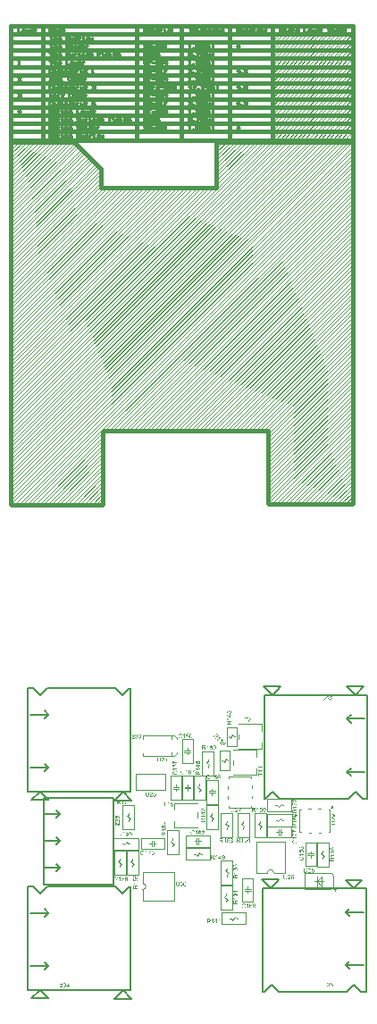
<source format=gto>
G04*
G04 #@! TF.GenerationSoftware,Altium Limited,Altium Designer,22.6.1 (34)*
G04*
G04 Layer_Color=65535*
%FSLAX44Y44*%
%MOMM*%
G71*
G04*
G04 #@! TF.SameCoordinates,CFF22713-5BA4-4343-9F65-DF9A29BEA822*
G04*
G04*
G04 #@! TF.FilePolarity,Positive*
G04*
G01*
G75*
%ADD10C,0.1000*%
%ADD11C,0.2540*%
%ADD12C,0.0254*%
%ADD13C,0.3810*%
%ADD14C,0.0700*%
%ADD15C,0.2000*%
G36*
X960480Y824130D02*
X960533Y824126D01*
X960595Y824117D01*
X960662Y824108D01*
X960737Y824095D01*
X960817Y824077D01*
X960902Y824059D01*
X960986Y824033D01*
X961075Y824002D01*
X961164Y823966D01*
X961249Y823922D01*
X961333Y823877D01*
X961413Y823819D01*
X961417Y823815D01*
X961431Y823806D01*
X961453Y823788D01*
X961480Y823762D01*
X961515Y823730D01*
X961555Y823690D01*
X961595Y823646D01*
X961644Y823593D01*
X961693Y823535D01*
X961742Y823468D01*
X961791Y823397D01*
X961835Y823317D01*
X961884Y823233D01*
X961924Y823139D01*
X961964Y823042D01*
X962000Y822939D01*
X961466Y822815D01*
Y822819D01*
X961458Y822832D01*
X961453Y822859D01*
X961440Y822890D01*
X961426Y822926D01*
X961404Y822966D01*
X961360Y823064D01*
X961302Y823170D01*
X961226Y823281D01*
X961146Y823384D01*
X961097Y823428D01*
X961049Y823468D01*
X961044Y823473D01*
X961035Y823477D01*
X961022Y823486D01*
X961000Y823499D01*
X960973Y823517D01*
X960942Y823535D01*
X960906Y823553D01*
X960862Y823570D01*
X960813Y823588D01*
X960764Y823606D01*
X960648Y823642D01*
X960515Y823664D01*
X960444Y823673D01*
X960324D01*
X960288Y823668D01*
X960248Y823664D01*
X960200Y823659D01*
X960146Y823655D01*
X960093Y823646D01*
X959964Y823615D01*
X959831Y823575D01*
X959764Y823548D01*
X959697Y823517D01*
X959635Y823482D01*
X959573Y823441D01*
X959568Y823437D01*
X959559Y823433D01*
X959542Y823419D01*
X959520Y823401D01*
X959497Y823379D01*
X959466Y823348D01*
X959435Y823317D01*
X959399Y823281D01*
X959364Y823237D01*
X959324Y823193D01*
X959253Y823090D01*
X959186Y822970D01*
X959128Y822832D01*
Y822828D01*
X959124Y822815D01*
X959115Y822793D01*
X959111Y822766D01*
X959102Y822730D01*
X959088Y822690D01*
X959079Y822641D01*
X959066Y822592D01*
X959053Y822535D01*
X959044Y822473D01*
X959022Y822339D01*
X959008Y822197D01*
X959004Y822046D01*
Y822041D01*
Y822024D01*
Y821997D01*
X959008Y821957D01*
Y821912D01*
X959013Y821859D01*
X959017Y821801D01*
X959022Y821735D01*
X959031Y821664D01*
X959039Y821592D01*
X959066Y821437D01*
X959106Y821281D01*
X959155Y821130D01*
Y821126D01*
X959164Y821112D01*
X959173Y821095D01*
X959182Y821068D01*
X959200Y821032D01*
X959222Y820997D01*
X959271Y820912D01*
X959337Y820815D01*
X959417Y820721D01*
X959515Y820628D01*
X959568Y820588D01*
X959626Y820548D01*
X959631D01*
X959640Y820539D01*
X959657Y820530D01*
X959684Y820517D01*
X959715Y820503D01*
X959751Y820486D01*
X959791Y820472D01*
X959835Y820454D01*
X959937Y820419D01*
X960057Y820388D01*
X960186Y820366D01*
X960253Y820361D01*
X960324Y820357D01*
X960368D01*
X960400Y820361D01*
X960440Y820366D01*
X960484Y820370D01*
X960537Y820379D01*
X960591Y820388D01*
X960715Y820419D01*
X960777Y820441D01*
X960844Y820468D01*
X960911Y820499D01*
X960973Y820535D01*
X961035Y820574D01*
X961097Y820619D01*
X961102Y820623D01*
X961111Y820632D01*
X961129Y820646D01*
X961151Y820668D01*
X961173Y820695D01*
X961204Y820730D01*
X961235Y820770D01*
X961271Y820815D01*
X961306Y820868D01*
X961342Y820926D01*
X961377Y820988D01*
X961413Y821059D01*
X961444Y821135D01*
X961475Y821219D01*
X961506Y821308D01*
X961529Y821401D01*
X962071Y821264D01*
Y821255D01*
X962062Y821232D01*
X962053Y821201D01*
X962035Y821152D01*
X962018Y821099D01*
X961991Y821032D01*
X961964Y820961D01*
X961929Y820886D01*
X961889Y820801D01*
X961844Y820721D01*
X961795Y820632D01*
X961738Y820548D01*
X961675Y820468D01*
X961609Y820388D01*
X961533Y820312D01*
X961453Y820241D01*
X961449Y820237D01*
X961431Y820228D01*
X961409Y820210D01*
X961373Y820188D01*
X961333Y820161D01*
X961280Y820130D01*
X961222Y820099D01*
X961151Y820068D01*
X961075Y820037D01*
X960995Y820005D01*
X960906Y819974D01*
X960808Y819948D01*
X960706Y819926D01*
X960600Y819908D01*
X960489Y819899D01*
X960368Y819894D01*
X960306D01*
X960257Y819899D01*
X960204Y819903D01*
X960137Y819908D01*
X960066Y819917D01*
X959986Y819930D01*
X959902Y819943D01*
X959813Y819961D01*
X959724Y819983D01*
X959635Y820005D01*
X959542Y820037D01*
X959453Y820072D01*
X959368Y820112D01*
X959288Y820161D01*
X959284Y820165D01*
X959271Y820174D01*
X959248Y820188D01*
X959222Y820210D01*
X959186Y820241D01*
X959146Y820272D01*
X959102Y820312D01*
X959053Y820361D01*
X959004Y820415D01*
X958951Y820472D01*
X958902Y820535D01*
X958848Y820606D01*
X958795Y820681D01*
X958746Y820761D01*
X958702Y820850D01*
X958657Y820943D01*
X958653Y820948D01*
X958648Y820966D01*
X958639Y820997D01*
X958626Y821032D01*
X958608Y821081D01*
X958590Y821135D01*
X958573Y821201D01*
X958550Y821272D01*
X958533Y821352D01*
X958511Y821437D01*
X958493Y821526D01*
X958479Y821624D01*
X958453Y821828D01*
X958448Y821935D01*
X958444Y822041D01*
Y822050D01*
Y822068D01*
Y822104D01*
X958448Y822148D01*
X958453Y822206D01*
X958457Y822272D01*
X958466Y822344D01*
X958475Y822424D01*
X958488Y822508D01*
X958502Y822597D01*
X958546Y822788D01*
X958577Y822881D01*
X958608Y822975D01*
X958644Y823073D01*
X958688Y823161D01*
X958693Y823166D01*
X958702Y823184D01*
X958715Y823206D01*
X958733Y823242D01*
X958759Y823281D01*
X958791Y823326D01*
X958826Y823375D01*
X958866Y823433D01*
X958915Y823486D01*
X958964Y823548D01*
X959022Y823606D01*
X959084Y823668D01*
X959151Y823726D01*
X959222Y823784D01*
X959302Y823837D01*
X959382Y823886D01*
X959386Y823891D01*
X959404Y823895D01*
X959426Y823908D01*
X959462Y823926D01*
X959502Y823944D01*
X959555Y823966D01*
X959613Y823988D01*
X959675Y824010D01*
X959746Y824033D01*
X959826Y824055D01*
X959906Y824077D01*
X959995Y824095D01*
X960177Y824126D01*
X960275Y824130D01*
X960377Y824135D01*
X960435D01*
X960480Y824130D01*
D02*
G37*
G36*
X968250Y823530D02*
X966609D01*
X966392Y822428D01*
X966396Y822432D01*
X966409Y822441D01*
X966427Y822450D01*
X966454Y822468D01*
X966489Y822486D01*
X966529Y822508D01*
X966574Y822535D01*
X966627Y822557D01*
X966680Y822579D01*
X966743Y822606D01*
X966871Y822646D01*
X966943Y822664D01*
X967014Y822677D01*
X967089Y822681D01*
X967165Y822686D01*
X967187D01*
X967218Y822681D01*
X967254D01*
X967298Y822673D01*
X967352Y822668D01*
X967414Y822655D01*
X967476Y822641D01*
X967547Y822619D01*
X967618Y822597D01*
X967694Y822566D01*
X967769Y822530D01*
X967845Y822486D01*
X967921Y822437D01*
X967996Y822379D01*
X968067Y822312D01*
X968072Y822308D01*
X968085Y822295D01*
X968103Y822272D01*
X968125Y822246D01*
X968156Y822210D01*
X968187Y822161D01*
X968218Y822113D01*
X968254Y822055D01*
X968289Y821988D01*
X968321Y821912D01*
X968356Y821837D01*
X968383Y821748D01*
X968405Y821659D01*
X968423Y821561D01*
X968436Y821459D01*
X968441Y821352D01*
Y821348D01*
Y821326D01*
Y821299D01*
X968436Y821259D01*
X968432Y821210D01*
X968423Y821157D01*
X968414Y821095D01*
X968401Y821023D01*
X968383Y820952D01*
X968361Y820872D01*
X968334Y820792D01*
X968303Y820712D01*
X968267Y820632D01*
X968223Y820548D01*
X968174Y820468D01*
X968116Y820392D01*
X968112Y820388D01*
X968098Y820370D01*
X968076Y820348D01*
X968045Y820317D01*
X968005Y820277D01*
X967956Y820237D01*
X967898Y820188D01*
X967832Y820143D01*
X967760Y820099D01*
X967681Y820050D01*
X967592Y820010D01*
X967494Y819974D01*
X967392Y819939D01*
X967281Y819917D01*
X967165Y819899D01*
X967040Y819894D01*
X966987D01*
X966947Y819899D01*
X966898Y819903D01*
X966845Y819912D01*
X966783Y819921D01*
X966716Y819934D01*
X966645Y819948D01*
X966569Y819970D01*
X966494Y819997D01*
X966418Y820028D01*
X966343Y820063D01*
X966267Y820103D01*
X966196Y820152D01*
X966125Y820206D01*
X966120Y820210D01*
X966111Y820219D01*
X966094Y820237D01*
X966071Y820263D01*
X966040Y820294D01*
X966009Y820330D01*
X965978Y820375D01*
X965943Y820428D01*
X965907Y820481D01*
X965871Y820543D01*
X965840Y820614D01*
X965809Y820686D01*
X965778Y820766D01*
X965756Y820850D01*
X965738Y820943D01*
X965725Y821037D01*
X966254Y821077D01*
Y821072D01*
X966258Y821059D01*
X966263Y821041D01*
X966267Y821014D01*
X966271Y820983D01*
X966285Y820943D01*
X966307Y820859D01*
X966343Y820766D01*
X966392Y820668D01*
X966449Y820579D01*
X966485Y820539D01*
X966520Y820499D01*
X966525D01*
X966529Y820490D01*
X966543Y820481D01*
X966560Y820468D01*
X966605Y820437D01*
X966667Y820406D01*
X966743Y820370D01*
X966832Y820339D01*
X966929Y820317D01*
X966983Y820312D01*
X967040Y820308D01*
X967076D01*
X967103Y820312D01*
X967134Y820317D01*
X967169Y820321D01*
X967254Y820343D01*
X967352Y820375D01*
X967401Y820397D01*
X967454Y820423D01*
X967507Y820454D01*
X967556Y820490D01*
X967605Y820530D01*
X967654Y820579D01*
X967658Y820583D01*
X967663Y820592D01*
X967676Y820606D01*
X967694Y820628D01*
X967712Y820659D01*
X967734Y820690D01*
X967756Y820730D01*
X967783Y820775D01*
X967805Y820823D01*
X967827Y820877D01*
X967849Y820939D01*
X967867Y821001D01*
X967885Y821072D01*
X967898Y821148D01*
X967903Y821224D01*
X967907Y821308D01*
Y821312D01*
Y821326D01*
Y821348D01*
X967903Y821379D01*
X967898Y821415D01*
X967894Y821459D01*
X967885Y821504D01*
X967876Y821557D01*
X967849Y821664D01*
X967805Y821779D01*
X967778Y821832D01*
X967743Y821886D01*
X967707Y821939D01*
X967663Y821988D01*
X967658Y821992D01*
X967654Y821997D01*
X967636Y822010D01*
X967618Y822028D01*
X967596Y822046D01*
X967565Y822068D01*
X967534Y822090D01*
X967494Y822117D01*
X967449Y822139D01*
X967405Y822161D01*
X967294Y822201D01*
X967236Y822219D01*
X967169Y822233D01*
X967103Y822237D01*
X967031Y822241D01*
X966992D01*
X966943Y822237D01*
X966885Y822228D01*
X966814Y822215D01*
X966738Y822193D01*
X966663Y822166D01*
X966587Y822126D01*
X966578Y822121D01*
X966556Y822108D01*
X966520Y822081D01*
X966476Y822050D01*
X966432Y822006D01*
X966378Y821957D01*
X966329Y821899D01*
X966285Y821837D01*
X965814Y821904D01*
X966209Y824010D01*
X968250D01*
Y823530D01*
D02*
G37*
G36*
X964431Y819961D02*
X963929D01*
Y823166D01*
X963920Y823157D01*
X963898Y823135D01*
X963858Y823104D01*
X963800Y823059D01*
X963733Y823006D01*
X963649Y822948D01*
X963556Y822886D01*
X963449Y822819D01*
X963444D01*
X963436Y822810D01*
X963422Y822801D01*
X963400Y822793D01*
X963373Y822775D01*
X963342Y822761D01*
X963271Y822721D01*
X963191Y822681D01*
X963102Y822637D01*
X963009Y822597D01*
X962920Y822561D01*
Y823046D01*
X962924Y823050D01*
X962938Y823055D01*
X962960Y823068D01*
X962991Y823082D01*
X963027Y823099D01*
X963071Y823126D01*
X963120Y823153D01*
X963169Y823179D01*
X963284Y823250D01*
X963409Y823335D01*
X963538Y823424D01*
X963658Y823526D01*
X963662Y823530D01*
X963671Y823539D01*
X963689Y823553D01*
X963711Y823575D01*
X963733Y823602D01*
X963764Y823628D01*
X963831Y823704D01*
X963907Y823784D01*
X963982Y823877D01*
X964049Y823975D01*
X964107Y824077D01*
X964431D01*
Y819961D01*
D02*
G37*
G36*
X970330Y824073D02*
X970361Y824068D01*
X970441Y824059D01*
X970530Y824046D01*
X970628Y824019D01*
X970725Y823988D01*
X970823Y823944D01*
X970828D01*
X970836Y823939D01*
X970850Y823931D01*
X970868Y823917D01*
X970912Y823891D01*
X970970Y823846D01*
X971037Y823793D01*
X971103Y823726D01*
X971174Y823646D01*
X971236Y823557D01*
Y823553D01*
X971245Y823544D01*
X971250Y823530D01*
X971263Y823513D01*
X971276Y823490D01*
X971294Y823459D01*
X971308Y823424D01*
X971330Y823388D01*
X971370Y823299D01*
X971410Y823197D01*
X971454Y823077D01*
X971490Y822948D01*
Y822944D01*
X971494Y822930D01*
X971499Y822913D01*
X971503Y822881D01*
X971512Y822846D01*
X971521Y822801D01*
X971530Y822753D01*
X971539Y822695D01*
X971543Y822628D01*
X971552Y822557D01*
X971561Y822477D01*
X971570Y822393D01*
X971574Y822299D01*
X971579Y822201D01*
X971583Y822095D01*
Y821983D01*
Y821975D01*
Y821952D01*
Y821912D01*
Y821863D01*
X971579Y821801D01*
X971574Y821735D01*
X971570Y821655D01*
X971565Y821570D01*
X971557Y821477D01*
X971548Y821384D01*
X971521Y821188D01*
X971481Y820997D01*
X971459Y820903D01*
X971432Y820819D01*
Y820815D01*
X971423Y820801D01*
X971419Y820775D01*
X971405Y820748D01*
X971388Y820708D01*
X971370Y820668D01*
X971348Y820619D01*
X971321Y820566D01*
X971259Y820454D01*
X971183Y820343D01*
X971094Y820232D01*
X971041Y820183D01*
X970988Y820134D01*
X970983Y820130D01*
X970974Y820126D01*
X970956Y820112D01*
X970934Y820099D01*
X970908Y820081D01*
X970872Y820059D01*
X970832Y820037D01*
X970783Y820014D01*
X970734Y819992D01*
X970676Y819970D01*
X970619Y819952D01*
X970552Y819930D01*
X970481Y819917D01*
X970405Y819903D01*
X970330Y819899D01*
X970245Y819894D01*
X970219D01*
X970188Y819899D01*
X970147Y819903D01*
X970099Y819908D01*
X970041Y819917D01*
X969979Y819930D01*
X969908Y819948D01*
X969836Y819970D01*
X969761Y819997D01*
X969681Y820032D01*
X969605Y820072D01*
X969530Y820121D01*
X969454Y820179D01*
X969383Y820241D01*
X969316Y820317D01*
X969312Y820321D01*
X969298Y820339D01*
X969281Y820370D01*
X969254Y820415D01*
X969223Y820472D01*
X969187Y820539D01*
X969152Y820623D01*
X969116Y820717D01*
X969076Y820828D01*
X969041Y820948D01*
X969005Y821086D01*
X968974Y821237D01*
X968947Y821401D01*
X968930Y821579D01*
X968916Y821775D01*
X968912Y821983D01*
Y821992D01*
Y822015D01*
Y822055D01*
X968916Y822104D01*
Y822166D01*
X968921Y822237D01*
X968925Y822317D01*
X968930Y822401D01*
X968938Y822495D01*
X968947Y822588D01*
X968974Y822784D01*
X969010Y822975D01*
X969032Y823068D01*
X969059Y823153D01*
Y823157D01*
X969067Y823170D01*
X969076Y823197D01*
X969085Y823228D01*
X969103Y823264D01*
X969121Y823308D01*
X969143Y823353D01*
X969170Y823406D01*
X969232Y823517D01*
X969312Y823628D01*
X969401Y823739D01*
X969450Y823788D01*
X969503Y823837D01*
X969507Y823842D01*
X969516Y823846D01*
X969534Y823859D01*
X969556Y823873D01*
X969583Y823895D01*
X969619Y823913D01*
X969659Y823935D01*
X969707Y823957D01*
X969756Y823979D01*
X969814Y824002D01*
X969876Y824024D01*
X969939Y824042D01*
X970010Y824055D01*
X970085Y824068D01*
X970165Y824073D01*
X970245Y824077D01*
X970299D01*
X970330Y824073D01*
D02*
G37*
G36*
X953392Y798409D02*
X953405Y798396D01*
X953432Y798373D01*
X953463Y798347D01*
X953507Y798311D01*
X953556Y798267D01*
X953614Y798222D01*
X953681Y798169D01*
X953756Y798111D01*
X953841Y798049D01*
X953934Y797982D01*
X954032Y797915D01*
X954134Y797849D01*
X954250Y797778D01*
X954370Y797702D01*
X954494Y797631D01*
X954503Y797627D01*
X954525Y797613D01*
X954561Y797596D01*
X954614Y797569D01*
X954676Y797538D01*
X954752Y797498D01*
X954836Y797458D01*
X954930Y797413D01*
X955032Y797369D01*
X955143Y797320D01*
X955263Y797271D01*
X955383Y797222D01*
X955512Y797173D01*
X955645Y797124D01*
X955917Y797040D01*
X955921D01*
X955939Y797035D01*
X955970Y797027D01*
X956005Y797018D01*
X956054Y797004D01*
X956112Y796991D01*
X956179Y796973D01*
X956250Y796960D01*
X956330Y796942D01*
X956419Y796929D01*
X956512Y796911D01*
X956610Y796898D01*
X956712Y796880D01*
X956819Y796867D01*
X957041Y796849D01*
Y796333D01*
X957037D01*
X957019D01*
X956992D01*
X956957Y796338D01*
X956908Y796342D01*
X956854Y796346D01*
X956788Y796351D01*
X956717Y796360D01*
X956632Y796369D01*
X956548Y796382D01*
X956450Y796395D01*
X956348Y796413D01*
X956237Y796435D01*
X956121Y796458D01*
X956001Y796489D01*
X955876Y796520D01*
X955868Y796524D01*
X955845Y796529D01*
X955810Y796538D01*
X955761Y796555D01*
X955699Y796573D01*
X955623Y796595D01*
X955543Y796622D01*
X955454Y796653D01*
X955357Y796689D01*
X955250Y796729D01*
X955139Y796769D01*
X955027Y796818D01*
X954792Y796920D01*
X954552Y797040D01*
X954543Y797044D01*
X954525Y797058D01*
X954490Y797075D01*
X954445Y797098D01*
X954392Y797133D01*
X954330Y797169D01*
X954258Y797213D01*
X954178Y797258D01*
X954099Y797311D01*
X954010Y797369D01*
X953832Y797493D01*
X953650Y797627D01*
X953561Y797698D01*
X953476Y797769D01*
Y795760D01*
X952992D01*
Y798413D01*
X953387D01*
X953392Y798409D01*
D02*
G37*
G36*
X955743Y795253D02*
X955792Y795248D01*
X955845Y795240D01*
X955908Y795231D01*
X955979Y795217D01*
X956050Y795200D01*
X956130Y795177D01*
X956210Y795151D01*
X956290Y795120D01*
X956370Y795084D01*
X956454Y795040D01*
X956534Y794991D01*
X956610Y794933D01*
X956614Y794929D01*
X956632Y794915D01*
X956654Y794893D01*
X956685Y794862D01*
X956725Y794822D01*
X956766Y794773D01*
X956814Y794715D01*
X956859Y794648D01*
X956903Y794577D01*
X956952Y794497D01*
X956992Y794408D01*
X957028Y794311D01*
X957063Y794208D01*
X957086Y794097D01*
X957103Y793982D01*
X957108Y793857D01*
Y793804D01*
X957103Y793764D01*
X957099Y793715D01*
X957090Y793662D01*
X957081Y793599D01*
X957068Y793533D01*
X957054Y793462D01*
X957032Y793386D01*
X957006Y793310D01*
X956974Y793235D01*
X956939Y793159D01*
X956899Y793084D01*
X956850Y793013D01*
X956797Y792942D01*
X956792Y792937D01*
X956783Y792928D01*
X956766Y792911D01*
X956739Y792888D01*
X956708Y792857D01*
X956672Y792826D01*
X956628Y792795D01*
X956574Y792759D01*
X956521Y792724D01*
X956459Y792688D01*
X956388Y792657D01*
X956317Y792626D01*
X956237Y792595D01*
X956152Y792573D01*
X956059Y792555D01*
X955965Y792542D01*
X955925Y793071D01*
X955930D01*
X955943Y793075D01*
X955961Y793079D01*
X955988Y793084D01*
X956019Y793088D01*
X956059Y793102D01*
X956143Y793124D01*
X956237Y793159D01*
X956334Y793208D01*
X956423Y793266D01*
X956463Y793302D01*
X956503Y793337D01*
Y793342D01*
X956512Y793346D01*
X956521Y793359D01*
X956534Y793377D01*
X956565Y793422D01*
X956597Y793484D01*
X956632Y793559D01*
X956663Y793648D01*
X956685Y793746D01*
X956690Y793800D01*
X956694Y793857D01*
Y793893D01*
X956690Y793920D01*
X956685Y793951D01*
X956681Y793986D01*
X956659Y794071D01*
X956628Y794168D01*
X956606Y794217D01*
X956579Y794271D01*
X956548Y794324D01*
X956512Y794373D01*
X956472Y794422D01*
X956423Y794471D01*
X956419Y794475D01*
X956410Y794480D01*
X956397Y794493D01*
X956374Y794511D01*
X956343Y794528D01*
X956312Y794551D01*
X956272Y794573D01*
X956228Y794600D01*
X956179Y794622D01*
X956125Y794644D01*
X956063Y794666D01*
X956001Y794684D01*
X955930Y794702D01*
X955854Y794715D01*
X955779Y794720D01*
X955694Y794724D01*
X955690D01*
X955676D01*
X955654D01*
X955623Y794720D01*
X955588Y794715D01*
X955543Y794711D01*
X955499Y794702D01*
X955445Y794693D01*
X955339Y794666D01*
X955223Y794622D01*
X955170Y794595D01*
X955116Y794559D01*
X955063Y794524D01*
X955014Y794480D01*
X955010Y794475D01*
X955005Y794471D01*
X954992Y794453D01*
X954974Y794435D01*
X954956Y794413D01*
X954934Y794382D01*
X954912Y794351D01*
X954885Y794311D01*
X954863Y794266D01*
X954841Y794222D01*
X954801Y794111D01*
X954783Y794053D01*
X954770Y793986D01*
X954765Y793920D01*
X954761Y793848D01*
Y793808D01*
X954765Y793759D01*
X954774Y793702D01*
X954788Y793631D01*
X954810Y793555D01*
X954836Y793479D01*
X954876Y793404D01*
X954881Y793395D01*
X954894Y793373D01*
X954921Y793337D01*
X954952Y793293D01*
X954996Y793248D01*
X955045Y793195D01*
X955103Y793146D01*
X955165Y793102D01*
X955099Y792630D01*
X952992Y793026D01*
Y795066D01*
X953472D01*
Y793426D01*
X954574Y793208D01*
X954570Y793213D01*
X954561Y793226D01*
X954552Y793244D01*
X954534Y793270D01*
X954516Y793306D01*
X954494Y793346D01*
X954467Y793391D01*
X954445Y793444D01*
X954423Y793497D01*
X954396Y793559D01*
X954356Y793688D01*
X954339Y793759D01*
X954325Y793831D01*
X954321Y793906D01*
X954316Y793982D01*
Y794004D01*
X954321Y794035D01*
Y794071D01*
X954330Y794115D01*
X954334Y794168D01*
X954347Y794231D01*
X954361Y794293D01*
X954383Y794364D01*
X954405Y794435D01*
X954436Y794511D01*
X954472Y794586D01*
X954516Y794662D01*
X954565Y794737D01*
X954623Y794813D01*
X954690Y794884D01*
X954694Y794889D01*
X954707Y794902D01*
X954730Y794920D01*
X954756Y794942D01*
X954792Y794973D01*
X954841Y795004D01*
X954890Y795035D01*
X954948Y795071D01*
X955014Y795106D01*
X955090Y795137D01*
X955165Y795173D01*
X955254Y795200D01*
X955343Y795222D01*
X955441Y795240D01*
X955543Y795253D01*
X955650Y795257D01*
X955654D01*
X955676D01*
X955703D01*
X955743Y795253D01*
D02*
G37*
G36*
X957041Y790746D02*
X953836D01*
X953845Y790737D01*
X953867Y790715D01*
X953898Y790675D01*
X953943Y790617D01*
X953996Y790550D01*
X954054Y790466D01*
X954116Y790372D01*
X954183Y790266D01*
Y790261D01*
X954192Y790252D01*
X954201Y790239D01*
X954210Y790217D01*
X954227Y790190D01*
X954241Y790159D01*
X954281Y790088D01*
X954321Y790008D01*
X954365Y789919D01*
X954405Y789826D01*
X954441Y789737D01*
X953956D01*
X953952Y789741D01*
X953947Y789754D01*
X953934Y789777D01*
X953921Y789808D01*
X953903Y789843D01*
X953876Y789888D01*
X953850Y789937D01*
X953823Y789986D01*
X953752Y790101D01*
X953667Y790226D01*
X953578Y790355D01*
X953476Y790475D01*
X953472Y790479D01*
X953463Y790488D01*
X953450Y790506D01*
X953427Y790528D01*
X953401Y790550D01*
X953374Y790581D01*
X953298Y790648D01*
X953218Y790723D01*
X953125Y790799D01*
X953027Y790866D01*
X952925Y790923D01*
Y791248D01*
X957041D01*
Y790746D01*
D02*
G37*
G36*
X955770Y788879D02*
X955801Y788870D01*
X955850Y788852D01*
X955903Y788834D01*
X955970Y788808D01*
X956041Y788781D01*
X956117Y788745D01*
X956201Y788706D01*
X956281Y788661D01*
X956370Y788612D01*
X956454Y788554D01*
X956534Y788492D01*
X956614Y788425D01*
X956690Y788350D01*
X956761Y788270D01*
X956766Y788265D01*
X956774Y788248D01*
X956792Y788225D01*
X956814Y788190D01*
X956841Y788150D01*
X956872Y788096D01*
X956903Y788039D01*
X956934Y787968D01*
X956965Y787892D01*
X956997Y787812D01*
X957028Y787723D01*
X957054Y787625D01*
X957077Y787523D01*
X957094Y787416D01*
X957103Y787305D01*
X957108Y787185D01*
Y787123D01*
X957103Y787074D01*
X957099Y787021D01*
X957094Y786954D01*
X957086Y786883D01*
X957072Y786803D01*
X957059Y786719D01*
X957041Y786630D01*
X957019Y786541D01*
X956997Y786452D01*
X956965Y786358D01*
X956930Y786270D01*
X956890Y786185D01*
X956841Y786105D01*
X956837Y786101D01*
X956828Y786087D01*
X956814Y786065D01*
X956792Y786039D01*
X956761Y786003D01*
X956730Y785963D01*
X956690Y785919D01*
X956641Y785870D01*
X956588Y785821D01*
X956530Y785767D01*
X956468Y785718D01*
X956397Y785665D01*
X956321Y785612D01*
X956241Y785563D01*
X956152Y785518D01*
X956059Y785474D01*
X956054Y785470D01*
X956037Y785465D01*
X956005Y785456D01*
X955970Y785443D01*
X955921Y785425D01*
X955868Y785407D01*
X955801Y785389D01*
X955730Y785367D01*
X955650Y785350D01*
X955565Y785327D01*
X955477Y785310D01*
X955379Y785296D01*
X955174Y785269D01*
X955068Y785265D01*
X954961Y785261D01*
X954952D01*
X954934D01*
X954899D01*
X954854Y785265D01*
X954796Y785269D01*
X954730Y785274D01*
X954659Y785283D01*
X954579Y785292D01*
X954494Y785305D01*
X954405Y785318D01*
X954214Y785363D01*
X954121Y785394D01*
X954027Y785425D01*
X953930Y785461D01*
X953841Y785505D01*
X953836Y785509D01*
X953819Y785518D01*
X953796Y785532D01*
X953761Y785549D01*
X953721Y785576D01*
X953676Y785607D01*
X953627Y785643D01*
X953570Y785683D01*
X953516Y785732D01*
X953454Y785781D01*
X953396Y785838D01*
X953334Y785901D01*
X953276Y785967D01*
X953218Y786039D01*
X953165Y786118D01*
X953116Y786199D01*
X953112Y786203D01*
X953107Y786221D01*
X953094Y786243D01*
X953076Y786279D01*
X953058Y786319D01*
X953036Y786372D01*
X953014Y786430D01*
X952992Y786492D01*
X952970Y786563D01*
X952947Y786643D01*
X952925Y786723D01*
X952907Y786812D01*
X952876Y786994D01*
X952872Y787092D01*
X952867Y787194D01*
Y787252D01*
X952872Y787296D01*
X952876Y787350D01*
X952885Y787412D01*
X952894Y787479D01*
X952907Y787554D01*
X952925Y787634D01*
X952943Y787719D01*
X952970Y787803D01*
X953001Y787892D01*
X953036Y787981D01*
X953081Y788065D01*
X953125Y788150D01*
X953183Y788230D01*
X953187Y788234D01*
X953196Y788248D01*
X953214Y788270D01*
X953241Y788297D01*
X953272Y788332D01*
X953312Y788372D01*
X953356Y788412D01*
X953410Y788461D01*
X953467Y788510D01*
X953534Y788559D01*
X953605Y788608D01*
X953685Y788652D01*
X953770Y788701D01*
X953863Y788741D01*
X953961Y788781D01*
X954063Y788817D01*
X954187Y788283D01*
X954183D01*
X954170Y788274D01*
X954143Y788270D01*
X954112Y788257D01*
X954076Y788243D01*
X954036Y788221D01*
X953939Y788176D01*
X953832Y788119D01*
X953721Y788043D01*
X953618Y787963D01*
X953574Y787914D01*
X953534Y787865D01*
X953530Y787861D01*
X953525Y787852D01*
X953516Y787839D01*
X953503Y787816D01*
X953485Y787790D01*
X953467Y787759D01*
X953450Y787723D01*
X953432Y787679D01*
X953414Y787630D01*
X953396Y787581D01*
X953361Y787465D01*
X953338Y787332D01*
X953329Y787261D01*
Y787141D01*
X953334Y787105D01*
X953338Y787065D01*
X953343Y787016D01*
X953347Y786963D01*
X953356Y786910D01*
X953387Y786781D01*
X953427Y786647D01*
X953454Y786581D01*
X953485Y786514D01*
X953521Y786452D01*
X953561Y786390D01*
X953565Y786385D01*
X953570Y786376D01*
X953583Y786358D01*
X953601Y786336D01*
X953623Y786314D01*
X953654Y786283D01*
X953685Y786252D01*
X953721Y786216D01*
X953765Y786181D01*
X953810Y786141D01*
X953912Y786070D01*
X954032Y786003D01*
X954170Y785945D01*
X954174D01*
X954187Y785941D01*
X954210Y785932D01*
X954236Y785927D01*
X954272Y785919D01*
X954312Y785905D01*
X954361Y785896D01*
X954410Y785883D01*
X954467Y785870D01*
X954530Y785861D01*
X954663Y785838D01*
X954805Y785825D01*
X954956Y785821D01*
X954961D01*
X954979D01*
X955005D01*
X955045Y785825D01*
X955090D01*
X955143Y785830D01*
X955201Y785834D01*
X955268Y785838D01*
X955339Y785847D01*
X955410Y785856D01*
X955565Y785883D01*
X955721Y785923D01*
X955872Y785972D01*
X955876D01*
X955890Y785981D01*
X955908Y785990D01*
X955934Y785999D01*
X955970Y786016D01*
X956005Y786039D01*
X956090Y786087D01*
X956188Y786154D01*
X956281Y786234D01*
X956374Y786332D01*
X956414Y786385D01*
X956454Y786443D01*
Y786447D01*
X956463Y786456D01*
X956472Y786474D01*
X956486Y786501D01*
X956499Y786532D01*
X956517Y786567D01*
X956530Y786607D01*
X956548Y786652D01*
X956583Y786754D01*
X956614Y786874D01*
X956637Y787003D01*
X956641Y787070D01*
X956646Y787141D01*
Y787185D01*
X956641Y787216D01*
X956637Y787256D01*
X956632Y787301D01*
X956623Y787354D01*
X956614Y787408D01*
X956583Y787532D01*
X956561Y787594D01*
X956534Y787661D01*
X956503Y787728D01*
X956468Y787790D01*
X956428Y787852D01*
X956383Y787914D01*
X956379Y787919D01*
X956370Y787928D01*
X956357Y787945D01*
X956334Y787968D01*
X956308Y787990D01*
X956272Y788021D01*
X956232Y788052D01*
X956188Y788088D01*
X956134Y788123D01*
X956077Y788159D01*
X956014Y788194D01*
X955943Y788230D01*
X955868Y788261D01*
X955783Y788292D01*
X955694Y788323D01*
X955601Y788345D01*
X955739Y788888D01*
X955748D01*
X955770Y788879D01*
D02*
G37*
G36*
X978849Y732559D02*
X978889Y732555D01*
X978938Y732550D01*
X978991Y732541D01*
X979049Y732528D01*
X979177Y732497D01*
X979240Y732475D01*
X979311Y732448D01*
X979378Y732417D01*
X979440Y732377D01*
X979502Y732337D01*
X979564Y732288D01*
X979569Y732283D01*
X979578Y732274D01*
X979595Y732261D01*
X979613Y732239D01*
X979640Y732212D01*
X979667Y732177D01*
X979698Y732137D01*
X979729Y732092D01*
X979760Y732043D01*
X979791Y731986D01*
X979822Y731923D01*
X979853Y731857D01*
X979880Y731786D01*
X979902Y731710D01*
X979924Y731630D01*
X979938Y731541D01*
X979435Y731501D01*
Y731506D01*
X979431Y731514D01*
X979426Y731528D01*
X979422Y731550D01*
X979409Y731603D01*
X979387Y731666D01*
X979360Y731737D01*
X979324Y731808D01*
X979289Y731874D01*
X979244Y731932D01*
X979240Y731937D01*
X979235Y731941D01*
X979222Y731954D01*
X979209Y731968D01*
X979164Y732003D01*
X979102Y732043D01*
X979031Y732083D01*
X978942Y732114D01*
X978844Y732141D01*
X978791Y732146D01*
X978737Y732150D01*
X978698D01*
X978649Y732141D01*
X978591Y732132D01*
X978524Y732114D01*
X978453Y732092D01*
X978382Y732057D01*
X978311Y732012D01*
X978306D01*
X978302Y732003D01*
X978288Y731994D01*
X978271Y731981D01*
X978231Y731941D01*
X978177Y731883D01*
X978115Y731812D01*
X978053Y731723D01*
X977995Y731621D01*
X977937Y731506D01*
Y731501D01*
X977933Y731492D01*
X977924Y731470D01*
X977915Y731443D01*
X977906Y731412D01*
X977893Y731368D01*
X977880Y731319D01*
X977866Y731265D01*
X977853Y731203D01*
X977844Y731132D01*
X977831Y731052D01*
X977817Y730968D01*
X977809Y730879D01*
X977804Y730781D01*
X977800Y730674D01*
X977795Y730568D01*
X977795Y730568D01*
Y730563D01*
X977795Y730568D01*
X977804Y730576D01*
X977813Y730590D01*
X977826Y730608D01*
X977866Y730657D01*
X977915Y730719D01*
X977982Y730786D01*
X978057Y730852D01*
X978142Y730914D01*
X978235Y730972D01*
X978240D01*
X978249Y730977D01*
X978262Y730985D01*
X978280Y730994D01*
X978306Y731003D01*
X978333Y731017D01*
X978404Y731043D01*
X978489Y731066D01*
X978582Y731088D01*
X978684Y731105D01*
X978791Y731110D01*
X978813D01*
X978840Y731105D01*
X978875D01*
X978920Y731097D01*
X978969Y731092D01*
X979026Y731079D01*
X979089Y731066D01*
X979151Y731043D01*
X979222Y731021D01*
X979293Y730990D01*
X979364Y730954D01*
X979440Y730910D01*
X979511Y730861D01*
X979582Y730803D01*
X979649Y730737D01*
X979653Y730732D01*
X979662Y730719D01*
X979680Y730701D01*
X979706Y730670D01*
X979733Y730634D01*
X979760Y730590D01*
X979795Y730536D01*
X979827Y730479D01*
X979858Y730412D01*
X979893Y730341D01*
X979920Y730261D01*
X979951Y730176D01*
X979973Y730088D01*
X979991Y729990D01*
X980000Y729888D01*
X980004Y729781D01*
Y729776D01*
Y729763D01*
Y729745D01*
X980000Y729714D01*
Y729683D01*
X979995Y729643D01*
X979991Y729594D01*
X979982Y729545D01*
X979964Y729434D01*
X979933Y729314D01*
X979893Y729190D01*
X979835Y729061D01*
Y729056D01*
X979827Y729047D01*
X979818Y729030D01*
X979804Y729007D01*
X979787Y728981D01*
X979769Y728950D01*
X979715Y728874D01*
X979653Y728794D01*
X979573Y728710D01*
X979480Y728625D01*
X979378Y728554D01*
X979373D01*
X979364Y728545D01*
X979346Y728536D01*
X979324Y728527D01*
X979298Y728514D01*
X979266Y728501D01*
X979226Y728483D01*
X979186Y728470D01*
X979089Y728434D01*
X978973Y728407D01*
X978849Y728390D01*
X978715Y728381D01*
X978689D01*
X978653Y728385D01*
X978609Y728390D01*
X978555Y728394D01*
X978493Y728407D01*
X978426Y728421D01*
X978351Y728438D01*
X978271Y728465D01*
X978186Y728492D01*
X978102Y728532D01*
X978017Y728576D01*
X977928Y728630D01*
X977849Y728692D01*
X977764Y728763D01*
X977689Y728843D01*
X977684Y728847D01*
X977671Y728865D01*
X977653Y728892D01*
X977626Y728932D01*
X977595Y728981D01*
X977564Y729043D01*
X977528Y729119D01*
X977493Y729208D01*
X977453Y729305D01*
X977417Y729416D01*
X977386Y729541D01*
X977355Y729679D01*
X977328Y729830D01*
X977311Y729994D01*
X977297Y730172D01*
X977293Y730363D01*
Y730368D01*
Y730377D01*
Y730394D01*
Y730416D01*
Y730443D01*
X977297Y730479D01*
Y730514D01*
X977302Y730559D01*
X977306Y730657D01*
X977315Y730768D01*
X977328Y730892D01*
X977346Y731025D01*
X977373Y731168D01*
X977400Y731310D01*
X977435Y731452D01*
X977480Y731594D01*
X977528Y731732D01*
X977586Y731866D01*
X977657Y731986D01*
X977733Y732092D01*
X977737Y732097D01*
X977751Y732114D01*
X977773Y732137D01*
X977804Y732168D01*
X977840Y732203D01*
X977888Y732243D01*
X977942Y732283D01*
X978004Y732328D01*
X978075Y732372D01*
X978155Y732412D01*
X978240Y732452D01*
X978333Y732488D01*
X978431Y732519D01*
X978538Y732541D01*
X978649Y732559D01*
X978769Y732563D01*
X978818D01*
X978849Y732559D01*
D02*
G37*
G36*
X972074Y732617D02*
X972128Y732612D01*
X972190Y732604D01*
X972257Y732595D01*
X972332Y732581D01*
X972412Y732563D01*
X972497Y732546D01*
X972581Y732519D01*
X972670Y732488D01*
X972759Y732452D01*
X972843Y732408D01*
X972928Y732363D01*
X973008Y732306D01*
X973012Y732301D01*
X973026Y732292D01*
X973048Y732274D01*
X973075Y732248D01*
X973110Y732217D01*
X973150Y732177D01*
X973190Y732132D01*
X973239Y732079D01*
X973288Y732021D01*
X973337Y731954D01*
X973386Y731883D01*
X973430Y731803D01*
X973479Y731719D01*
X973519Y731626D01*
X973559Y731528D01*
X973595Y731425D01*
X973061Y731301D01*
Y731305D01*
X973052Y731319D01*
X973048Y731346D01*
X973035Y731377D01*
X973021Y731412D01*
X972999Y731452D01*
X972954Y731550D01*
X972897Y731657D01*
X972821Y731768D01*
X972741Y731870D01*
X972692Y731915D01*
X972643Y731954D01*
X972639Y731959D01*
X972630Y731963D01*
X972617Y731972D01*
X972595Y731986D01*
X972568Y732003D01*
X972537Y732021D01*
X972501Y732039D01*
X972457Y732057D01*
X972408Y732075D01*
X972359Y732092D01*
X972243Y732128D01*
X972110Y732150D01*
X972039Y732159D01*
X971919D01*
X971883Y732154D01*
X971843Y732150D01*
X971794Y732146D01*
X971741Y732141D01*
X971688Y732132D01*
X971559Y732101D01*
X971425Y732061D01*
X971359Y732035D01*
X971292Y732003D01*
X971230Y731968D01*
X971168Y731928D01*
X971163Y731923D01*
X971154Y731919D01*
X971136Y731906D01*
X971114Y731888D01*
X971092Y731866D01*
X971061Y731834D01*
X971030Y731803D01*
X970994Y731768D01*
X970959Y731723D01*
X970919Y731679D01*
X970848Y731577D01*
X970781Y731457D01*
X970723Y731319D01*
Y731314D01*
X970719Y731301D01*
X970710Y731279D01*
X970705Y731252D01*
X970696Y731217D01*
X970683Y731177D01*
X970674Y731128D01*
X970661Y731079D01*
X970648Y731021D01*
X970639Y730959D01*
X970617Y730826D01*
X970603Y730683D01*
X970599Y730532D01*
Y730528D01*
Y730510D01*
Y730483D01*
X970603Y730443D01*
Y730399D01*
X970608Y730345D01*
X970612Y730288D01*
X970617Y730221D01*
X970625Y730150D01*
X970634Y730079D01*
X970661Y729923D01*
X970701Y729768D01*
X970750Y729616D01*
Y729612D01*
X970759Y729599D01*
X970768Y729581D01*
X970777Y729554D01*
X970794Y729519D01*
X970816Y729483D01*
X970865Y729399D01*
X970932Y729301D01*
X971012Y729208D01*
X971110Y729114D01*
X971163Y729074D01*
X971221Y729034D01*
X971225D01*
X971234Y729025D01*
X971252Y729016D01*
X971279Y729003D01*
X971310Y728990D01*
X971346Y728972D01*
X971385Y728959D01*
X971430Y728941D01*
X971532Y728905D01*
X971652Y728874D01*
X971781Y728852D01*
X971848Y728847D01*
X971919Y728843D01*
X971963D01*
X971994Y728847D01*
X972034Y728852D01*
X972079Y728856D01*
X972132Y728865D01*
X972186Y728874D01*
X972310Y728905D01*
X972372Y728927D01*
X972439Y728954D01*
X972506Y728985D01*
X972568Y729021D01*
X972630Y729061D01*
X972692Y729105D01*
X972697Y729110D01*
X972706Y729119D01*
X972723Y729132D01*
X972746Y729154D01*
X972768Y729181D01*
X972799Y729216D01*
X972830Y729256D01*
X972866Y729301D01*
X972901Y729354D01*
X972937Y729412D01*
X972972Y729474D01*
X973008Y729545D01*
X973039Y729621D01*
X973070Y729705D01*
X973101Y729794D01*
X973123Y729888D01*
X973666Y729750D01*
Y729741D01*
X973657Y729719D01*
X973648Y729688D01*
X973630Y729639D01*
X973612Y729585D01*
X973586Y729519D01*
X973559Y729447D01*
X973523Y729372D01*
X973484Y729287D01*
X973439Y729208D01*
X973390Y729119D01*
X973332Y729034D01*
X973270Y728954D01*
X973204Y728874D01*
X973128Y728799D01*
X973048Y728727D01*
X973043Y728723D01*
X973026Y728714D01*
X973003Y728696D01*
X972968Y728674D01*
X972928Y728647D01*
X972875Y728616D01*
X972817Y728585D01*
X972746Y728554D01*
X972670Y728523D01*
X972590Y728492D01*
X972501Y728461D01*
X972403Y728434D01*
X972301Y728412D01*
X972194Y728394D01*
X972083Y728385D01*
X971963Y728381D01*
X971901D01*
X971852Y728385D01*
X971799Y728390D01*
X971732Y728394D01*
X971661Y728403D01*
X971581Y728416D01*
X971497Y728430D01*
X971408Y728447D01*
X971319Y728470D01*
X971230Y728492D01*
X971136Y728523D01*
X971048Y728559D01*
X970963Y728598D01*
X970883Y728647D01*
X970879Y728652D01*
X970865Y728661D01*
X970843Y728674D01*
X970816Y728696D01*
X970781Y728727D01*
X970741Y728758D01*
X970696Y728799D01*
X970648Y728847D01*
X970599Y728901D01*
X970545Y728959D01*
X970497Y729021D01*
X970443Y729092D01*
X970390Y729167D01*
X970341Y729248D01*
X970296Y729336D01*
X970252Y729430D01*
X970247Y729434D01*
X970243Y729452D01*
X970234Y729483D01*
X970221Y729519D01*
X970203Y729567D01*
X970185Y729621D01*
X970167Y729688D01*
X970145Y729759D01*
X970127Y729839D01*
X970105Y729923D01*
X970088Y730012D01*
X970074Y730110D01*
X970048Y730314D01*
X970043Y730421D01*
X970039Y730528D01*
Y730536D01*
Y730554D01*
Y730590D01*
X970043Y730634D01*
X970048Y730692D01*
X970052Y730759D01*
X970061Y730830D01*
X970070Y730910D01*
X970083Y730994D01*
X970096Y731083D01*
X970141Y731274D01*
X970172Y731368D01*
X970203Y731461D01*
X970239Y731559D01*
X970283Y731648D01*
X970287Y731652D01*
X970296Y731670D01*
X970310Y731692D01*
X970328Y731728D01*
X970354Y731768D01*
X970385Y731812D01*
X970421Y731861D01*
X970461Y731919D01*
X970510Y731972D01*
X970559Y732035D01*
X970617Y732092D01*
X970679Y732154D01*
X970745Y732212D01*
X970816Y732270D01*
X970897Y732323D01*
X970976Y732372D01*
X970981Y732377D01*
X970999Y732381D01*
X971021Y732394D01*
X971057Y732412D01*
X971096Y732430D01*
X971150Y732452D01*
X971208Y732475D01*
X971270Y732497D01*
X971341Y732519D01*
X971421Y732541D01*
X971501Y732563D01*
X971590Y732581D01*
X971772Y732612D01*
X971870Y732617D01*
X971972Y732621D01*
X972030D01*
X972074Y732617D01*
D02*
G37*
G36*
X981960Y732559D02*
X982009Y732555D01*
X982067Y732546D01*
X982133Y732537D01*
X982200Y732523D01*
X982276Y732506D01*
X982351Y732483D01*
X982431Y732457D01*
X982507Y732426D01*
X982587Y732386D01*
X982662Y732341D01*
X982734Y732292D01*
X982800Y732234D01*
X982805Y732230D01*
X982814Y732221D01*
X982831Y732199D01*
X982854Y732177D01*
X982880Y732146D01*
X982911Y732106D01*
X982943Y732061D01*
X982974Y732008D01*
X983005Y731954D01*
X983036Y731892D01*
X983067Y731826D01*
X983094Y731755D01*
X983116Y731674D01*
X983134Y731594D01*
X983142Y731510D01*
X983147Y731421D01*
Y731417D01*
Y731412D01*
Y731399D01*
Y731381D01*
X983142Y731332D01*
X983134Y731270D01*
X983120Y731194D01*
X983102Y731114D01*
X983080Y731025D01*
X983045Y730937D01*
Y730932D01*
X983040Y730928D01*
X983036Y730914D01*
X983027Y730897D01*
X983000Y730848D01*
X982965Y730786D01*
X982916Y730710D01*
X982858Y730625D01*
X982791Y730536D01*
X982707Y730439D01*
X982702Y730434D01*
X982698Y730425D01*
X982680Y730412D01*
X982662Y730390D01*
X982636Y730363D01*
X982605Y730332D01*
X982569Y730292D01*
X982525Y730252D01*
X982471Y730203D01*
X982413Y730150D01*
X982351Y730088D01*
X982280Y730025D01*
X982205Y729954D01*
X982120Y729883D01*
X982027Y729803D01*
X981929Y729719D01*
X981925Y729714D01*
X981911Y729701D01*
X981885Y729683D01*
X981858Y729656D01*
X981818Y729625D01*
X981778Y729590D01*
X981684Y729510D01*
X981587Y729425D01*
X981493Y729336D01*
X981449Y729296D01*
X981409Y729261D01*
X981373Y729225D01*
X981347Y729199D01*
X981342Y729194D01*
X981324Y729176D01*
X981302Y729150D01*
X981271Y729114D01*
X981236Y729074D01*
X981200Y729030D01*
X981129Y728932D01*
X983151D01*
Y728447D01*
X980435D01*
Y728456D01*
Y728478D01*
Y728514D01*
X980440Y728559D01*
X980444Y728612D01*
X980458Y728670D01*
X980471Y728732D01*
X980493Y728794D01*
Y728799D01*
X980498Y728807D01*
X980502Y728821D01*
X980511Y728843D01*
X980524Y728865D01*
X980538Y728896D01*
X980573Y728968D01*
X980618Y729052D01*
X980676Y729145D01*
X980742Y729243D01*
X980822Y729341D01*
X980827Y729345D01*
X980831Y729354D01*
X980844Y729368D01*
X980867Y729390D01*
X980889Y729412D01*
X980920Y729443D01*
X980951Y729479D01*
X980991Y729519D01*
X981036Y729563D01*
X981084Y729607D01*
X981138Y729661D01*
X981200Y729714D01*
X981262Y729772D01*
X981333Y729830D01*
X981404Y729892D01*
X981485Y729959D01*
X981493Y729963D01*
X981516Y729985D01*
X981547Y730012D01*
X981591Y730052D01*
X981645Y730097D01*
X981707Y730150D01*
X981778Y730208D01*
X981849Y730274D01*
X982000Y730412D01*
X982147Y730559D01*
X982218Y730630D01*
X982285Y730701D01*
X982342Y730768D01*
X982391Y730830D01*
X982396Y730834D01*
X982400Y730843D01*
X982413Y730861D01*
X982427Y730883D01*
X982449Y730914D01*
X982467Y730946D01*
X982511Y731025D01*
X982556Y731119D01*
X982596Y731221D01*
X982622Y731328D01*
X982627Y731381D01*
X982631Y731434D01*
Y731439D01*
Y731448D01*
Y731466D01*
X982627Y731483D01*
Y731510D01*
X982618Y731541D01*
X982605Y731608D01*
X982578Y731688D01*
X982538Y731772D01*
X982516Y731817D01*
X982485Y731857D01*
X982454Y731897D01*
X982413Y731937D01*
X982409Y731941D01*
X982405Y731946D01*
X982391Y731954D01*
X982374Y731968D01*
X982351Y731986D01*
X982325Y732003D01*
X982262Y732043D01*
X982178Y732079D01*
X982085Y732114D01*
X981973Y732137D01*
X981911Y732146D01*
X981813D01*
X981787Y732141D01*
X981756D01*
X981720Y732132D01*
X981640Y732119D01*
X981547Y732092D01*
X981449Y732052D01*
X981400Y732026D01*
X981351Y731999D01*
X981307Y731963D01*
X981262Y731923D01*
X981258Y731919D01*
X981253Y731915D01*
X981245Y731901D01*
X981227Y731883D01*
X981213Y731861D01*
X981196Y731834D01*
X981173Y731803D01*
X981156Y731768D01*
X981133Y731728D01*
X981116Y731683D01*
X981080Y731577D01*
X981053Y731461D01*
X981049Y731394D01*
X981044Y731323D01*
X980529Y731377D01*
Y731385D01*
X980533Y731403D01*
X980538Y731430D01*
X980542Y731470D01*
X980551Y731519D01*
X980564Y731577D01*
X980578Y731639D01*
X980600Y731706D01*
X980622Y731772D01*
X980649Y731848D01*
X980684Y731919D01*
X980720Y731990D01*
X980764Y732066D01*
X980813Y732132D01*
X980867Y732199D01*
X980929Y732257D01*
X980933Y732261D01*
X980947Y732270D01*
X980964Y732283D01*
X980991Y732306D01*
X981027Y732328D01*
X981071Y732355D01*
X981120Y732381D01*
X981178Y732412D01*
X981240Y732439D01*
X981311Y732466D01*
X981387Y732492D01*
X981471Y732515D01*
X981560Y732537D01*
X981653Y732550D01*
X981756Y732559D01*
X981862Y732563D01*
X981920D01*
X981960Y732559D01*
D02*
G37*
G36*
X976026Y728447D02*
X975524D01*
Y731652D01*
X975515Y731643D01*
X975493Y731621D01*
X975453Y731590D01*
X975395Y731546D01*
X975328Y731492D01*
X975244Y731434D01*
X975150Y731372D01*
X975044Y731305D01*
X975039D01*
X975030Y731297D01*
X975017Y731288D01*
X974995Y731279D01*
X974968Y731261D01*
X974937Y731248D01*
X974866Y731208D01*
X974786Y731168D01*
X974697Y731123D01*
X974604Y731083D01*
X974515Y731048D01*
Y731532D01*
X974519Y731537D01*
X974532Y731541D01*
X974555Y731554D01*
X974586Y731568D01*
X974621Y731586D01*
X974666Y731612D01*
X974715Y731639D01*
X974764Y731666D01*
X974879Y731737D01*
X975004Y731821D01*
X975133Y731910D01*
X975253Y732012D01*
X975257Y732017D01*
X975266Y732026D01*
X975284Y732039D01*
X975306Y732061D01*
X975328Y732088D01*
X975359Y732114D01*
X975426Y732190D01*
X975501Y732270D01*
X975577Y732363D01*
X975644Y732461D01*
X975702Y732563D01*
X976026D01*
Y728447D01*
D02*
G37*
G36*
X997002Y785137D02*
X997042Y785133D01*
X997091Y785128D01*
X997144Y785119D01*
X997202Y785106D01*
X997331Y785075D01*
X997393Y785053D01*
X997464Y785026D01*
X997531Y784995D01*
X997593Y784955D01*
X997655Y784915D01*
X997717Y784866D01*
X997722Y784861D01*
X997731Y784853D01*
X997748Y784839D01*
X997766Y784817D01*
X997793Y784790D01*
X997820Y784755D01*
X997851Y784715D01*
X997882Y784670D01*
X997913Y784621D01*
X997944Y784564D01*
X997975Y784501D01*
X998006Y784435D01*
X998033Y784364D01*
X998055Y784288D01*
X998077Y784208D01*
X998091Y784119D01*
X997588Y784079D01*
Y784083D01*
X997584Y784092D01*
X997579Y784106D01*
X997575Y784128D01*
X997562Y784181D01*
X997540Y784244D01*
X997513Y784315D01*
X997477Y784386D01*
X997442Y784453D01*
X997397Y784510D01*
X997393Y784515D01*
X997388Y784519D01*
X997375Y784532D01*
X997362Y784546D01*
X997317Y784581D01*
X997255Y784621D01*
X997184Y784661D01*
X997095Y784693D01*
X996997Y784719D01*
X996944Y784724D01*
X996891Y784728D01*
X996851D01*
X996802Y784719D01*
X996744Y784710D01*
X996677Y784693D01*
X996606Y784670D01*
X996535Y784635D01*
X996464Y784590D01*
X996459D01*
X996455Y784581D01*
X996442Y784573D01*
X996424Y784559D01*
X996384Y784519D01*
X996330Y784461D01*
X996268Y784390D01*
X996206Y784301D01*
X996148Y784199D01*
X996090Y784083D01*
Y784079D01*
X996086Y784070D01*
X996077Y784048D01*
X996068Y784021D01*
X996059Y783990D01*
X996046Y783946D01*
X996033Y783897D01*
X996019Y783844D01*
X996006Y783781D01*
X995997Y783710D01*
X995984Y783630D01*
X995970Y783546D01*
X995962Y783457D01*
X995957Y783359D01*
X995953Y783252D01*
X995948Y783146D01*
X995948Y783146D01*
Y783141D01*
X995948Y783146D01*
X995957Y783155D01*
X995966Y783168D01*
X995979Y783186D01*
X996019Y783235D01*
X996068Y783297D01*
X996135Y783363D01*
X996210Y783430D01*
X996295Y783492D01*
X996388Y783550D01*
X996393D01*
X996402Y783555D01*
X996415Y783564D01*
X996433Y783572D01*
X996459Y783581D01*
X996486Y783595D01*
X996557Y783621D01*
X996642Y783643D01*
X996735Y783666D01*
X996837Y783683D01*
X996944Y783688D01*
X996966D01*
X996993Y783683D01*
X997028D01*
X997073Y783675D01*
X997122Y783670D01*
X997179Y783657D01*
X997242Y783643D01*
X997304Y783621D01*
X997375Y783599D01*
X997446Y783568D01*
X997517Y783532D01*
X997593Y783488D01*
X997664Y783439D01*
X997735Y783381D01*
X997802Y783315D01*
X997806Y783310D01*
X997815Y783297D01*
X997833Y783279D01*
X997860Y783248D01*
X997886Y783212D01*
X997913Y783168D01*
X997949Y783114D01*
X997980Y783057D01*
X998011Y782990D01*
X998046Y782919D01*
X998073Y782839D01*
X998104Y782755D01*
X998126Y782666D01*
X998144Y782568D01*
X998153Y782466D01*
X998157Y782359D01*
Y782354D01*
Y782341D01*
Y782323D01*
X998153Y782292D01*
Y782261D01*
X998148Y782221D01*
X998144Y782172D01*
X998135Y782123D01*
X998117Y782012D01*
X998086Y781892D01*
X998046Y781768D01*
X997989Y781639D01*
Y781634D01*
X997980Y781626D01*
X997971Y781608D01*
X997957Y781585D01*
X997940Y781559D01*
X997922Y781528D01*
X997868Y781452D01*
X997806Y781372D01*
X997726Y781288D01*
X997633Y781203D01*
X997531Y781132D01*
X997526D01*
X997517Y781123D01*
X997499Y781114D01*
X997477Y781105D01*
X997451Y781092D01*
X997420Y781079D01*
X997380Y781061D01*
X997339Y781048D01*
X997242Y781012D01*
X997126Y780985D01*
X997002Y780968D01*
X996868Y780959D01*
X996842D01*
X996806Y780963D01*
X996762Y780968D01*
X996708Y780972D01*
X996646Y780985D01*
X996579Y780999D01*
X996504Y781016D01*
X996424Y781043D01*
X996339Y781070D01*
X996255Y781110D01*
X996171Y781154D01*
X996082Y781208D01*
X996002Y781270D01*
X995917Y781341D01*
X995842Y781421D01*
X995837Y781425D01*
X995824Y781443D01*
X995806Y781470D01*
X995779Y781510D01*
X995748Y781559D01*
X995717Y781621D01*
X995682Y781697D01*
X995646Y781786D01*
X995606Y781883D01*
X995570Y781994D01*
X995539Y782119D01*
X995508Y782257D01*
X995481Y782408D01*
X995464Y782572D01*
X995450Y782750D01*
X995446Y782941D01*
Y782946D01*
Y782954D01*
Y782972D01*
Y782995D01*
Y783021D01*
X995450Y783057D01*
Y783092D01*
X995455Y783137D01*
X995459Y783235D01*
X995468Y783346D01*
X995481Y783470D01*
X995499Y783604D01*
X995526Y783746D01*
X995553Y783888D01*
X995588Y784030D01*
X995633Y784172D01*
X995682Y784310D01*
X995739Y784444D01*
X995810Y784564D01*
X995886Y784670D01*
X995890Y784675D01*
X995904Y784693D01*
X995926Y784715D01*
X995957Y784746D01*
X995993Y784781D01*
X996042Y784821D01*
X996095Y784861D01*
X996157Y784906D01*
X996228Y784950D01*
X996308Y784990D01*
X996393Y785030D01*
X996486Y785066D01*
X996584Y785097D01*
X996691Y785119D01*
X996802Y785137D01*
X996922Y785142D01*
X996971D01*
X997002Y785137D01*
D02*
G37*
G36*
X993815D02*
X993855Y785133D01*
X993904Y785128D01*
X993957Y785119D01*
X994015Y785106D01*
X994144Y785075D01*
X994206Y785053D01*
X994277Y785026D01*
X994344Y784995D01*
X994406Y784955D01*
X994468Y784915D01*
X994530Y784866D01*
X994535Y784861D01*
X994544Y784853D01*
X994561Y784839D01*
X994579Y784817D01*
X994606Y784790D01*
X994632Y784755D01*
X994664Y784715D01*
X994695Y784670D01*
X994726Y784621D01*
X994757Y784564D01*
X994788Y784501D01*
X994819Y784435D01*
X994846Y784364D01*
X994868Y784288D01*
X994890Y784208D01*
X994904Y784119D01*
X994401Y784079D01*
Y784083D01*
X994397Y784092D01*
X994392Y784106D01*
X994388Y784128D01*
X994375Y784181D01*
X994352Y784244D01*
X994326Y784315D01*
X994290Y784386D01*
X994255Y784453D01*
X994210Y784510D01*
X994206Y784515D01*
X994201Y784519D01*
X994188Y784532D01*
X994175Y784546D01*
X994130Y784581D01*
X994068Y784621D01*
X993997Y784661D01*
X993908Y784693D01*
X993810Y784719D01*
X993757Y784724D01*
X993704Y784728D01*
X993663D01*
X993615Y784719D01*
X993557Y784710D01*
X993490Y784693D01*
X993419Y784670D01*
X993348Y784635D01*
X993277Y784590D01*
X993272D01*
X993268Y784581D01*
X993255Y784573D01*
X993237Y784559D01*
X993197Y784519D01*
X993143Y784461D01*
X993081Y784390D01*
X993019Y784301D01*
X992961Y784199D01*
X992903Y784083D01*
Y784079D01*
X992899Y784070D01*
X992890Y784048D01*
X992881Y784021D01*
X992872Y783990D01*
X992859Y783946D01*
X992846Y783897D01*
X992832Y783844D01*
X992819Y783781D01*
X992810Y783710D01*
X992797Y783630D01*
X992783Y783546D01*
X992775Y783457D01*
X992770Y783359D01*
X992766Y783252D01*
X992761Y783146D01*
X992761Y783146D01*
Y783141D01*
X992761Y783146D01*
X992770Y783155D01*
X992779Y783168D01*
X992792Y783186D01*
X992832Y783235D01*
X992881Y783297D01*
X992948Y783363D01*
X993023Y783430D01*
X993108Y783492D01*
X993201Y783550D01*
X993206D01*
X993214Y783555D01*
X993228Y783564D01*
X993246Y783572D01*
X993272Y783581D01*
X993299Y783595D01*
X993370Y783621D01*
X993455Y783643D01*
X993548Y783666D01*
X993650Y783683D01*
X993757Y783688D01*
X993779D01*
X993806Y783683D01*
X993841D01*
X993886Y783675D01*
X993935Y783670D01*
X993992Y783657D01*
X994055Y783643D01*
X994117Y783621D01*
X994188Y783599D01*
X994259Y783568D01*
X994330Y783532D01*
X994406Y783488D01*
X994477Y783439D01*
X994548Y783381D01*
X994615Y783315D01*
X994619Y783310D01*
X994628Y783297D01*
X994646Y783279D01*
X994672Y783248D01*
X994699Y783212D01*
X994726Y783168D01*
X994761Y783114D01*
X994792Y783057D01*
X994824Y782990D01*
X994859Y782919D01*
X994886Y782839D01*
X994917Y782755D01*
X994939Y782666D01*
X994957Y782568D01*
X994966Y782466D01*
X994970Y782359D01*
Y782354D01*
Y782341D01*
Y782323D01*
X994966Y782292D01*
Y782261D01*
X994961Y782221D01*
X994957Y782172D01*
X994948Y782123D01*
X994930Y782012D01*
X994899Y781892D01*
X994859Y781768D01*
X994801Y781639D01*
Y781634D01*
X994792Y781626D01*
X994784Y781608D01*
X994770Y781585D01*
X994753Y781559D01*
X994735Y781528D01*
X994681Y781452D01*
X994619Y781372D01*
X994539Y781288D01*
X994446Y781203D01*
X994344Y781132D01*
X994339D01*
X994330Y781123D01*
X994313Y781114D01*
X994290Y781105D01*
X994264Y781092D01*
X994232Y781079D01*
X994192Y781061D01*
X994152Y781048D01*
X994055Y781012D01*
X993939Y780985D01*
X993815Y780968D01*
X993681Y780959D01*
X993655D01*
X993619Y780963D01*
X993575Y780968D01*
X993521Y780972D01*
X993459Y780985D01*
X993392Y780999D01*
X993317Y781016D01*
X993237Y781043D01*
X993152Y781070D01*
X993068Y781110D01*
X992983Y781154D01*
X992895Y781208D01*
X992814Y781270D01*
X992730Y781341D01*
X992654Y781421D01*
X992650Y781425D01*
X992637Y781443D01*
X992619Y781470D01*
X992592Y781510D01*
X992561Y781559D01*
X992530Y781621D01*
X992495Y781697D01*
X992459Y781786D01*
X992419Y781883D01*
X992383Y781994D01*
X992352Y782119D01*
X992321Y782257D01*
X992294Y782408D01*
X992277Y782572D01*
X992263Y782750D01*
X992259Y782941D01*
Y782946D01*
Y782954D01*
Y782972D01*
Y782995D01*
Y783021D01*
X992263Y783057D01*
Y783092D01*
X992268Y783137D01*
X992272Y783235D01*
X992281Y783346D01*
X992294Y783470D01*
X992312Y783604D01*
X992339Y783746D01*
X992366Y783888D01*
X992401Y784030D01*
X992446Y784172D01*
X992495Y784310D01*
X992552Y784444D01*
X992623Y784564D01*
X992699Y784670D01*
X992703Y784675D01*
X992717Y784693D01*
X992739Y784715D01*
X992770Y784746D01*
X992806Y784781D01*
X992855Y784821D01*
X992908Y784861D01*
X992970Y784906D01*
X993041Y784950D01*
X993121Y784990D01*
X993206Y785030D01*
X993299Y785066D01*
X993397Y785097D01*
X993503Y785119D01*
X993615Y785137D01*
X993735Y785142D01*
X993783D01*
X993815Y785137D01*
D02*
G37*
G36*
X987040Y785195D02*
X987094Y785190D01*
X987156Y785182D01*
X987223Y785173D01*
X987298Y785159D01*
X987378Y785142D01*
X987463Y785124D01*
X987547Y785097D01*
X987636Y785066D01*
X987725Y785030D01*
X987809Y784986D01*
X987894Y784941D01*
X987974Y784884D01*
X987978Y784879D01*
X987992Y784870D01*
X988014Y784853D01*
X988041Y784826D01*
X988076Y784795D01*
X988116Y784755D01*
X988156Y784710D01*
X988205Y784657D01*
X988254Y784599D01*
X988303Y784532D01*
X988352Y784461D01*
X988396Y784381D01*
X988445Y784297D01*
X988485Y784204D01*
X988525Y784106D01*
X988561Y784004D01*
X988027Y783879D01*
Y783884D01*
X988018Y783897D01*
X988014Y783923D01*
X988001Y783955D01*
X987987Y783990D01*
X987965Y784030D01*
X987921Y784128D01*
X987863Y784235D01*
X987787Y784346D01*
X987707Y784448D01*
X987658Y784492D01*
X987609Y784532D01*
X987605Y784537D01*
X987596Y784541D01*
X987583Y784550D01*
X987561Y784564D01*
X987534Y784581D01*
X987503Y784599D01*
X987467Y784617D01*
X987423Y784635D01*
X987374Y784652D01*
X987325Y784670D01*
X987209Y784706D01*
X987076Y784728D01*
X987005Y784737D01*
X986885D01*
X986849Y784733D01*
X986809Y784728D01*
X986760Y784724D01*
X986707Y784719D01*
X986654Y784710D01*
X986525Y784679D01*
X986392Y784639D01*
X986325Y784613D01*
X986258Y784581D01*
X986196Y784546D01*
X986134Y784506D01*
X986129Y784501D01*
X986120Y784497D01*
X986103Y784484D01*
X986080Y784466D01*
X986058Y784444D01*
X986027Y784413D01*
X985996Y784381D01*
X985960Y784346D01*
X985925Y784301D01*
X985885Y784257D01*
X985814Y784155D01*
X985747Y784035D01*
X985689Y783897D01*
Y783892D01*
X985685Y783879D01*
X985676Y783857D01*
X985671Y783830D01*
X985663Y783795D01*
X985649Y783755D01*
X985640Y783706D01*
X985627Y783657D01*
X985614Y783599D01*
X985605Y783537D01*
X985583Y783403D01*
X985569Y783261D01*
X985565Y783110D01*
Y783106D01*
Y783088D01*
Y783061D01*
X985569Y783021D01*
Y782977D01*
X985574Y782923D01*
X985578Y782866D01*
X985583Y782799D01*
X985591Y782728D01*
X985600Y782657D01*
X985627Y782501D01*
X985667Y782346D01*
X985716Y782194D01*
Y782190D01*
X985725Y782177D01*
X985734Y782159D01*
X985742Y782132D01*
X985760Y782097D01*
X985782Y782061D01*
X985831Y781977D01*
X985898Y781879D01*
X985978Y781786D01*
X986076Y781692D01*
X986129Y781652D01*
X986187Y781612D01*
X986191D01*
X986200Y781603D01*
X986218Y781594D01*
X986245Y781581D01*
X986276Y781568D01*
X986311Y781550D01*
X986351Y781537D01*
X986396Y781519D01*
X986498Y781483D01*
X986618Y781452D01*
X986747Y781430D01*
X986814Y781425D01*
X986885Y781421D01*
X986929D01*
X986960Y781425D01*
X987000Y781430D01*
X987045Y781434D01*
X987098Y781443D01*
X987152Y781452D01*
X987276Y781483D01*
X987338Y781505D01*
X987405Y781532D01*
X987472Y781563D01*
X987534Y781599D01*
X987596Y781639D01*
X987658Y781683D01*
X987663Y781688D01*
X987672Y781697D01*
X987689Y781710D01*
X987712Y781732D01*
X987734Y781759D01*
X987765Y781794D01*
X987796Y781834D01*
X987832Y781879D01*
X987867Y781932D01*
X987903Y781990D01*
X987938Y782052D01*
X987974Y782123D01*
X988005Y782199D01*
X988036Y782283D01*
X988067Y782372D01*
X988090Y782466D01*
X988632Y782328D01*
Y782319D01*
X988623Y782297D01*
X988614Y782265D01*
X988596Y782217D01*
X988578Y782163D01*
X988552Y782097D01*
X988525Y782026D01*
X988490Y781950D01*
X988449Y781865D01*
X988405Y781786D01*
X988356Y781697D01*
X988298Y781612D01*
X988236Y781532D01*
X988169Y781452D01*
X988094Y781376D01*
X988014Y781305D01*
X988009Y781301D01*
X987992Y781292D01*
X987969Y781274D01*
X987934Y781252D01*
X987894Y781225D01*
X987840Y781194D01*
X987783Y781163D01*
X987712Y781132D01*
X987636Y781101D01*
X987556Y781070D01*
X987467Y781039D01*
X987369Y781012D01*
X987267Y780990D01*
X987160Y780972D01*
X987049Y780963D01*
X986929Y780959D01*
X986867D01*
X986818Y780963D01*
X986765Y780968D01*
X986698Y780972D01*
X986627Y780981D01*
X986547Y780994D01*
X986463Y781008D01*
X986374Y781025D01*
X986285Y781048D01*
X986196Y781070D01*
X986103Y781101D01*
X986014Y781136D01*
X985929Y781177D01*
X985849Y781225D01*
X985845Y781230D01*
X985831Y781239D01*
X985809Y781252D01*
X985782Y781274D01*
X985747Y781305D01*
X985707Y781337D01*
X985663Y781376D01*
X985614Y781425D01*
X985565Y781479D01*
X985511Y781537D01*
X985462Y781599D01*
X985409Y781670D01*
X985356Y781746D01*
X985307Y781825D01*
X985262Y781914D01*
X985218Y782008D01*
X985213Y782012D01*
X985209Y782030D01*
X985200Y782061D01*
X985187Y782097D01*
X985169Y782145D01*
X985151Y782199D01*
X985134Y782265D01*
X985111Y782337D01*
X985094Y782417D01*
X985071Y782501D01*
X985053Y782590D01*
X985040Y782688D01*
X985014Y782892D01*
X985009Y782999D01*
X985005Y783106D01*
Y783114D01*
Y783132D01*
Y783168D01*
X985009Y783212D01*
X985014Y783270D01*
X985018Y783337D01*
X985027Y783408D01*
X985036Y783488D01*
X985049Y783572D01*
X985062Y783661D01*
X985107Y783852D01*
X985138Y783946D01*
X985169Y784039D01*
X985205Y784137D01*
X985249Y784226D01*
X985254Y784230D01*
X985262Y784248D01*
X985276Y784270D01*
X985294Y784306D01*
X985320Y784346D01*
X985351Y784390D01*
X985387Y784439D01*
X985427Y784497D01*
X985476Y784550D01*
X985525Y784613D01*
X985583Y784670D01*
X985645Y784733D01*
X985711Y784790D01*
X985782Y784848D01*
X985863Y784901D01*
X985943Y784950D01*
X985947Y784955D01*
X985965Y784959D01*
X985987Y784973D01*
X986022Y784990D01*
X986062Y785008D01*
X986116Y785030D01*
X986174Y785053D01*
X986236Y785075D01*
X986307Y785097D01*
X986387Y785119D01*
X986467Y785142D01*
X986556Y785159D01*
X986738Y785190D01*
X986836Y785195D01*
X986938Y785199D01*
X986996D01*
X987040Y785195D01*
D02*
G37*
G36*
X990992Y781025D02*
X990490D01*
Y784230D01*
X990481Y784221D01*
X990459Y784199D01*
X990419Y784168D01*
X990361Y784124D01*
X990294Y784070D01*
X990210Y784012D01*
X990116Y783950D01*
X990010Y783884D01*
X990005D01*
X989996Y783875D01*
X989983Y783866D01*
X989961Y783857D01*
X989934Y783839D01*
X989903Y783826D01*
X989832Y783786D01*
X989752Y783746D01*
X989663Y783701D01*
X989570Y783661D01*
X989481Y783626D01*
Y784110D01*
X989485Y784115D01*
X989499Y784119D01*
X989521Y784132D01*
X989552Y784146D01*
X989587Y784164D01*
X989632Y784190D01*
X989681Y784217D01*
X989730Y784244D01*
X989845Y784315D01*
X989970Y784399D01*
X990099Y784488D01*
X990219Y784590D01*
X990223Y784595D01*
X990232Y784604D01*
X990250Y784617D01*
X990272Y784639D01*
X990294Y784666D01*
X990325Y784693D01*
X990392Y784768D01*
X990468Y784848D01*
X990543Y784941D01*
X990610Y785039D01*
X990668Y785142D01*
X990992D01*
Y781025D01*
D02*
G37*
G36*
X969431Y789973D02*
X969471Y789969D01*
X969520Y789964D01*
X969573Y789956D01*
X969631Y789942D01*
X969760Y789911D01*
X969822Y789889D01*
X969893Y789862D01*
X969960Y789831D01*
X970022Y789791D01*
X970084Y789751D01*
X970146Y789702D01*
X970151Y789698D01*
X970160Y789689D01*
X970177Y789675D01*
X970195Y789653D01*
X970222Y789626D01*
X970248Y789591D01*
X970280Y789551D01*
X970311Y789507D01*
X970342Y789458D01*
X970373Y789400D01*
X970404Y789338D01*
X970435Y789271D01*
X970462Y789200D01*
X970484Y789124D01*
X970506Y789044D01*
X970520Y788955D01*
X970017Y788915D01*
Y788920D01*
X970013Y788929D01*
X970008Y788942D01*
X970004Y788964D01*
X969991Y789018D01*
X969968Y789080D01*
X969942Y789151D01*
X969906Y789222D01*
X969871Y789289D01*
X969826Y789346D01*
X969822Y789351D01*
X969817Y789355D01*
X969804Y789369D01*
X969791Y789382D01*
X969746Y789418D01*
X969684Y789458D01*
X969613Y789498D01*
X969524Y789529D01*
X969426Y789555D01*
X969373Y789560D01*
X969320Y789564D01*
X969279D01*
X969231Y789555D01*
X969173Y789547D01*
X969106Y789529D01*
X969035Y789507D01*
X968964Y789471D01*
X968893Y789426D01*
X968888D01*
X968884Y789418D01*
X968870Y789409D01*
X968853Y789395D01*
X968813Y789355D01*
X968759Y789298D01*
X968697Y789227D01*
X968635Y789138D01*
X968577Y789035D01*
X968519Y788920D01*
Y788915D01*
X968515Y788906D01*
X968506Y788884D01*
X968497Y788858D01*
X968488Y788826D01*
X968475Y788782D01*
X968462Y788733D01*
X968448Y788680D01*
X968435Y788617D01*
X968426Y788546D01*
X968413Y788466D01*
X968399Y788382D01*
X968391Y788293D01*
X968386Y788195D01*
X968382Y788089D01*
X968377Y787982D01*
X968377Y787982D01*
Y787977D01*
X968377Y787982D01*
X968386Y787991D01*
X968395Y788004D01*
X968408Y788022D01*
X968448Y788071D01*
X968497Y788133D01*
X968564Y788200D01*
X968639Y788266D01*
X968724Y788329D01*
X968817Y788386D01*
X968822D01*
X968830Y788391D01*
X968844Y788400D01*
X968862Y788409D01*
X968888Y788418D01*
X968915Y788431D01*
X968986Y788457D01*
X969071Y788480D01*
X969164Y788502D01*
X969266Y788520D01*
X969373Y788524D01*
X969395D01*
X969422Y788520D01*
X969457D01*
X969502Y788511D01*
X969551Y788506D01*
X969608Y788493D01*
X969671Y788480D01*
X969733Y788457D01*
X969804Y788435D01*
X969875Y788404D01*
X969946Y788369D01*
X970022Y788324D01*
X970093Y788275D01*
X970164Y788217D01*
X970231Y788151D01*
X970235Y788146D01*
X970244Y788133D01*
X970262Y788115D01*
X970288Y788084D01*
X970315Y788049D01*
X970342Y788004D01*
X970377Y787951D01*
X970408Y787893D01*
X970440Y787826D01*
X970475Y787755D01*
X970502Y787675D01*
X970533Y787591D01*
X970555Y787502D01*
X970573Y787404D01*
X970582Y787302D01*
X970586Y787195D01*
Y787191D01*
Y787177D01*
Y787160D01*
X970582Y787128D01*
Y787097D01*
X970577Y787057D01*
X970573Y787008D01*
X970564Y786960D01*
X970546Y786848D01*
X970515Y786728D01*
X970475Y786604D01*
X970417Y786475D01*
Y786471D01*
X970408Y786462D01*
X970400Y786444D01*
X970386Y786422D01*
X970368Y786395D01*
X970351Y786364D01*
X970297Y786288D01*
X970235Y786208D01*
X970155Y786124D01*
X970062Y786039D01*
X969960Y785968D01*
X969955D01*
X969946Y785959D01*
X969928Y785950D01*
X969906Y785942D01*
X969880Y785928D01*
X969848Y785915D01*
X969808Y785897D01*
X969768Y785884D01*
X969671Y785848D01*
X969555Y785822D01*
X969431Y785804D01*
X969297Y785795D01*
X969271D01*
X969235Y785799D01*
X969191Y785804D01*
X969137Y785808D01*
X969075Y785822D01*
X969008Y785835D01*
X968933Y785853D01*
X968853Y785879D01*
X968768Y785906D01*
X968684Y785946D01*
X968599Y785991D01*
X968511Y786044D01*
X968430Y786106D01*
X968346Y786177D01*
X968270Y786257D01*
X968266Y786262D01*
X968253Y786280D01*
X968235Y786306D01*
X968208Y786346D01*
X968177Y786395D01*
X968146Y786457D01*
X968110Y786533D01*
X968075Y786622D01*
X968035Y786720D01*
X967999Y786831D01*
X967968Y786955D01*
X967937Y787093D01*
X967910Y787244D01*
X967893Y787409D01*
X967879Y787586D01*
X967875Y787777D01*
Y787782D01*
Y787791D01*
Y787809D01*
Y787831D01*
Y787857D01*
X967879Y787893D01*
Y787928D01*
X967884Y787973D01*
X967888Y788071D01*
X967897Y788182D01*
X967910Y788306D01*
X967928Y788440D01*
X967955Y788582D01*
X967981Y788724D01*
X968017Y788866D01*
X968062Y789009D01*
X968110Y789146D01*
X968168Y789280D01*
X968239Y789400D01*
X968315Y789507D01*
X968319Y789511D01*
X968333Y789529D01*
X968355Y789551D01*
X968386Y789582D01*
X968422Y789618D01*
X968471Y789658D01*
X968524Y789698D01*
X968586Y789742D01*
X968657Y789787D01*
X968737Y789827D01*
X968822Y789867D01*
X968915Y789902D01*
X969013Y789933D01*
X969119Y789956D01*
X969231Y789973D01*
X969351Y789978D01*
X969399D01*
X969431Y789973D01*
D02*
G37*
G36*
X962656Y790031D02*
X962710Y790027D01*
X962772Y790018D01*
X962839Y790009D01*
X962914Y789995D01*
X962994Y789978D01*
X963079Y789960D01*
X963163Y789933D01*
X963252Y789902D01*
X963341Y789867D01*
X963425Y789822D01*
X963510Y789778D01*
X963590Y789720D01*
X963594Y789715D01*
X963608Y789706D01*
X963630Y789689D01*
X963656Y789662D01*
X963692Y789631D01*
X963732Y789591D01*
X963772Y789547D01*
X963821Y789493D01*
X963870Y789435D01*
X963919Y789369D01*
X963968Y789298D01*
X964012Y789218D01*
X964061Y789133D01*
X964101Y789040D01*
X964141Y788942D01*
X964177Y788840D01*
X963643Y788715D01*
Y788720D01*
X963634Y788733D01*
X963630Y788760D01*
X963616Y788791D01*
X963603Y788826D01*
X963581Y788866D01*
X963537Y788964D01*
X963479Y789071D01*
X963403Y789182D01*
X963323Y789284D01*
X963274Y789329D01*
X963225Y789369D01*
X963221Y789373D01*
X963212Y789378D01*
X963199Y789387D01*
X963176Y789400D01*
X963150Y789418D01*
X963119Y789435D01*
X963083Y789453D01*
X963039Y789471D01*
X962990Y789489D01*
X962941Y789507D01*
X962825Y789542D01*
X962692Y789564D01*
X962621Y789573D01*
X962501D01*
X962465Y789569D01*
X962425Y789564D01*
X962376Y789560D01*
X962323Y789555D01*
X962270Y789547D01*
X962141Y789515D01*
X962007Y789475D01*
X961941Y789449D01*
X961874Y789418D01*
X961812Y789382D01*
X961750Y789342D01*
X961745Y789338D01*
X961736Y789333D01*
X961719Y789320D01*
X961696Y789302D01*
X961674Y789280D01*
X961643Y789249D01*
X961612Y789218D01*
X961576Y789182D01*
X961541Y789138D01*
X961501Y789093D01*
X961430Y788991D01*
X961363Y788871D01*
X961305Y788733D01*
Y788729D01*
X961301Y788715D01*
X961292Y788693D01*
X961287Y788666D01*
X961279Y788631D01*
X961265Y788591D01*
X961256Y788542D01*
X961243Y788493D01*
X961230Y788435D01*
X961221Y788373D01*
X961199Y788240D01*
X961185Y788098D01*
X961181Y787946D01*
Y787942D01*
Y787924D01*
Y787897D01*
X961185Y787857D01*
Y787813D01*
X961190Y787760D01*
X961194Y787702D01*
X961199Y787635D01*
X961207Y787564D01*
X961216Y787493D01*
X961243Y787337D01*
X961283Y787182D01*
X961332Y787031D01*
Y787026D01*
X961341Y787013D01*
X961350Y786995D01*
X961358Y786968D01*
X961376Y786933D01*
X961398Y786897D01*
X961447Y786813D01*
X961514Y786715D01*
X961594Y786622D01*
X961692Y786528D01*
X961745Y786488D01*
X961803Y786448D01*
X961807D01*
X961816Y786440D01*
X961834Y786431D01*
X961861Y786417D01*
X961892Y786404D01*
X961927Y786386D01*
X961967Y786373D01*
X962012Y786355D01*
X962114Y786320D01*
X962234Y786288D01*
X962363Y786266D01*
X962430Y786262D01*
X962501Y786257D01*
X962545D01*
X962576Y786262D01*
X962616Y786266D01*
X962661Y786271D01*
X962714Y786280D01*
X962767Y786288D01*
X962892Y786320D01*
X962954Y786342D01*
X963021Y786368D01*
X963088Y786400D01*
X963150Y786435D01*
X963212Y786475D01*
X963274Y786519D01*
X963279Y786524D01*
X963288Y786533D01*
X963305Y786546D01*
X963328Y786568D01*
X963350Y786595D01*
X963381Y786631D01*
X963412Y786671D01*
X963448Y786715D01*
X963483Y786768D01*
X963519Y786826D01*
X963554Y786888D01*
X963590Y786960D01*
X963621Y787035D01*
X963652Y787120D01*
X963683Y787208D01*
X963705Y787302D01*
X964248Y787164D01*
Y787155D01*
X964239Y787133D01*
X964230Y787102D01*
X964212Y787053D01*
X964194Y787000D01*
X964168Y786933D01*
X964141Y786862D01*
X964106Y786786D01*
X964065Y786702D01*
X964021Y786622D01*
X963972Y786533D01*
X963914Y786448D01*
X963852Y786368D01*
X963785Y786288D01*
X963710Y786213D01*
X963630Y786142D01*
X963625Y786137D01*
X963608Y786128D01*
X963585Y786111D01*
X963550Y786088D01*
X963510Y786062D01*
X963456Y786031D01*
X963399Y785999D01*
X963328Y785968D01*
X963252Y785937D01*
X963172Y785906D01*
X963083Y785875D01*
X962985Y785848D01*
X962883Y785826D01*
X962776Y785808D01*
X962665Y785799D01*
X962545Y785795D01*
X962483D01*
X962434Y785799D01*
X962381Y785804D01*
X962314Y785808D01*
X962243Y785817D01*
X962163Y785831D01*
X962079Y785844D01*
X961990Y785862D01*
X961901Y785884D01*
X961812Y785906D01*
X961719Y785937D01*
X961630Y785973D01*
X961545Y786013D01*
X961465Y786062D01*
X961461Y786066D01*
X961447Y786075D01*
X961425Y786088D01*
X961398Y786111D01*
X961363Y786142D01*
X961323Y786173D01*
X961279Y786213D01*
X961230Y786262D01*
X961181Y786315D01*
X961127Y786373D01*
X961078Y786435D01*
X961025Y786506D01*
X960972Y786582D01*
X960923Y786662D01*
X960878Y786751D01*
X960834Y786844D01*
X960829Y786848D01*
X960825Y786866D01*
X960816Y786897D01*
X960803Y786933D01*
X960785Y786982D01*
X960767Y787035D01*
X960750Y787102D01*
X960727Y787173D01*
X960710Y787253D01*
X960687Y787337D01*
X960669Y787426D01*
X960656Y787524D01*
X960630Y787729D01*
X960625Y787835D01*
X960621Y787942D01*
Y787951D01*
Y787969D01*
Y788004D01*
X960625Y788049D01*
X960630Y788106D01*
X960634Y788173D01*
X960643Y788244D01*
X960652Y788324D01*
X960665Y788409D01*
X960678Y788497D01*
X960723Y788689D01*
X960754Y788782D01*
X960785Y788875D01*
X960821Y788973D01*
X960865Y789062D01*
X960870Y789066D01*
X960878Y789084D01*
X960892Y789107D01*
X960910Y789142D01*
X960936Y789182D01*
X960967Y789227D01*
X961003Y789275D01*
X961043Y789333D01*
X961092Y789387D01*
X961141Y789449D01*
X961199Y789507D01*
X961261Y789569D01*
X961327Y789626D01*
X961398Y789684D01*
X961479Y789738D01*
X961559Y789787D01*
X961563Y789791D01*
X961581Y789795D01*
X961603Y789809D01*
X961638Y789827D01*
X961678Y789844D01*
X961732Y789867D01*
X961790Y789889D01*
X961852Y789911D01*
X961923Y789933D01*
X962003Y789956D01*
X962083Y789978D01*
X962172Y789995D01*
X962354Y790027D01*
X962452Y790031D01*
X962554Y790035D01*
X962612D01*
X962656Y790031D01*
D02*
G37*
G36*
X973773Y789515D02*
X973769Y789511D01*
X973756Y789498D01*
X973733Y789471D01*
X973707Y789440D01*
X973671Y789395D01*
X973627Y789346D01*
X973582Y789289D01*
X973529Y789222D01*
X973471Y789146D01*
X973409Y789062D01*
X973342Y788969D01*
X973276Y788871D01*
X973209Y788769D01*
X973138Y788653D01*
X973062Y788533D01*
X972991Y788409D01*
X972987Y788400D01*
X972973Y788378D01*
X972955Y788342D01*
X972929Y788289D01*
X972898Y788226D01*
X972858Y788151D01*
X972818Y788066D01*
X972773Y787973D01*
X972729Y787871D01*
X972680Y787760D01*
X972631Y787640D01*
X972582Y787520D01*
X972533Y787391D01*
X972484Y787257D01*
X972400Y786986D01*
Y786982D01*
X972395Y786964D01*
X972386Y786933D01*
X972378Y786897D01*
X972364Y786848D01*
X972351Y786791D01*
X972333Y786724D01*
X972320Y786653D01*
X972302Y786573D01*
X972289Y786484D01*
X972271Y786391D01*
X972258Y786293D01*
X972240Y786191D01*
X972226Y786084D01*
X972209Y785862D01*
X971693D01*
Y785866D01*
Y785884D01*
Y785910D01*
X971697Y785946D01*
X971702Y785995D01*
X971706Y786048D01*
X971711Y786115D01*
X971720Y786186D01*
X971729Y786271D01*
X971742Y786355D01*
X971755Y786453D01*
X971773Y786555D01*
X971795Y786666D01*
X971818Y786782D01*
X971849Y786902D01*
X971880Y787026D01*
X971884Y787035D01*
X971889Y787057D01*
X971898Y787093D01*
X971915Y787142D01*
X971933Y787204D01*
X971955Y787280D01*
X971982Y787360D01*
X972013Y787449D01*
X972049Y787546D01*
X972089Y787653D01*
X972129Y787764D01*
X972178Y787875D01*
X972280Y788111D01*
X972400Y788351D01*
X972404Y788360D01*
X972418Y788378D01*
X972435Y788413D01*
X972458Y788457D01*
X972493Y788511D01*
X972529Y788573D01*
X972573Y788644D01*
X972618Y788724D01*
X972671Y788804D01*
X972729Y788893D01*
X972853Y789071D01*
X972987Y789253D01*
X973058Y789342D01*
X973129Y789426D01*
X971120D01*
Y789911D01*
X973773D01*
Y789515D01*
D02*
G37*
G36*
X966608Y785862D02*
X966106D01*
Y789066D01*
X966097Y789058D01*
X966075Y789035D01*
X966035Y789004D01*
X965977Y788960D01*
X965910Y788906D01*
X965826Y788849D01*
X965732Y788786D01*
X965626Y788720D01*
X965621D01*
X965612Y788711D01*
X965599Y788702D01*
X965577Y788693D01*
X965550Y788675D01*
X965519Y788662D01*
X965448Y788622D01*
X965368Y788582D01*
X965279Y788538D01*
X965186Y788497D01*
X965097Y788462D01*
Y788947D01*
X965101Y788951D01*
X965115Y788955D01*
X965137Y788969D01*
X965168Y788982D01*
X965203Y789000D01*
X965248Y789026D01*
X965297Y789053D01*
X965346Y789080D01*
X965461Y789151D01*
X965586Y789235D01*
X965715Y789324D01*
X965835Y789426D01*
X965839Y789431D01*
X965848Y789440D01*
X965866Y789453D01*
X965888Y789475D01*
X965910Y789502D01*
X965941Y789529D01*
X966008Y789604D01*
X966084Y789684D01*
X966159Y789778D01*
X966226Y789875D01*
X966283Y789978D01*
X966608D01*
Y785862D01*
D02*
G37*
G36*
X1027274Y663083D02*
X1027314Y663079D01*
X1027363Y663074D01*
X1027416Y663065D01*
X1027474Y663052D01*
X1027603Y663021D01*
X1027665Y662999D01*
X1027736Y662972D01*
X1027803Y662941D01*
X1027865Y662901D01*
X1027927Y662861D01*
X1027989Y662812D01*
X1027994Y662807D01*
X1028003Y662798D01*
X1028020Y662785D01*
X1028038Y662763D01*
X1028065Y662736D01*
X1028092Y662701D01*
X1028123Y662661D01*
X1028154Y662616D01*
X1028185Y662567D01*
X1028216Y662510D01*
X1028247Y662447D01*
X1028278Y662381D01*
X1028305Y662310D01*
X1028327Y662234D01*
X1028349Y662154D01*
X1028363Y662065D01*
X1027860Y662025D01*
Y662030D01*
X1027856Y662038D01*
X1027851Y662052D01*
X1027847Y662074D01*
X1027834Y662127D01*
X1027812Y662190D01*
X1027785Y662261D01*
X1027749Y662332D01*
X1027714Y662399D01*
X1027669Y662456D01*
X1027665Y662461D01*
X1027660Y662465D01*
X1027647Y662478D01*
X1027634Y662492D01*
X1027589Y662527D01*
X1027527Y662567D01*
X1027456Y662607D01*
X1027367Y662638D01*
X1027269Y662665D01*
X1027216Y662670D01*
X1027162Y662674D01*
X1027122D01*
X1027074Y662665D01*
X1027016Y662656D01*
X1026949Y662638D01*
X1026878Y662616D01*
X1026807Y662581D01*
X1026736Y662536D01*
X1026731D01*
X1026727Y662527D01*
X1026714Y662518D01*
X1026696Y662505D01*
X1026656Y662465D01*
X1026602Y662407D01*
X1026540Y662336D01*
X1026478Y662247D01*
X1026420Y662145D01*
X1026362Y662030D01*
Y662025D01*
X1026358Y662016D01*
X1026349Y661994D01*
X1026340Y661967D01*
X1026331Y661936D01*
X1026318Y661892D01*
X1026305Y661843D01*
X1026291Y661789D01*
X1026278Y661727D01*
X1026269Y661656D01*
X1026256Y661576D01*
X1026242Y661492D01*
X1026234Y661403D01*
X1026229Y661305D01*
X1026225Y661198D01*
X1026220Y661092D01*
X1026220Y661092D01*
Y661087D01*
X1026220Y661092D01*
X1026229Y661101D01*
X1026238Y661114D01*
X1026251Y661132D01*
X1026291Y661181D01*
X1026340Y661243D01*
X1026407Y661310D01*
X1026482Y661376D01*
X1026567Y661438D01*
X1026660Y661496D01*
X1026665D01*
X1026674Y661501D01*
X1026687Y661509D01*
X1026705Y661518D01*
X1026731Y661527D01*
X1026758Y661541D01*
X1026829Y661567D01*
X1026914Y661590D01*
X1027007Y661612D01*
X1027109Y661629D01*
X1027216Y661634D01*
X1027238D01*
X1027265Y661629D01*
X1027300D01*
X1027345Y661621D01*
X1027394Y661616D01*
X1027451Y661603D01*
X1027514Y661590D01*
X1027576Y661567D01*
X1027647Y661545D01*
X1027718Y661514D01*
X1027789Y661478D01*
X1027865Y661434D01*
X1027936Y661385D01*
X1028007Y661327D01*
X1028074Y661261D01*
X1028078Y661256D01*
X1028087Y661243D01*
X1028105Y661225D01*
X1028131Y661194D01*
X1028158Y661158D01*
X1028185Y661114D01*
X1028220Y661061D01*
X1028252Y661003D01*
X1028283Y660936D01*
X1028318Y660865D01*
X1028345Y660785D01*
X1028376Y660701D01*
X1028398Y660612D01*
X1028416Y660514D01*
X1028425Y660412D01*
X1028429Y660305D01*
Y660301D01*
Y660287D01*
Y660269D01*
X1028425Y660238D01*
Y660207D01*
X1028420Y660167D01*
X1028416Y660118D01*
X1028407Y660069D01*
X1028389Y659958D01*
X1028358Y659838D01*
X1028318Y659714D01*
X1028260Y659585D01*
Y659580D01*
X1028252Y659572D01*
X1028243Y659554D01*
X1028229Y659531D01*
X1028212Y659505D01*
X1028194Y659474D01*
X1028140Y659398D01*
X1028078Y659318D01*
X1027998Y659234D01*
X1027905Y659149D01*
X1027803Y659078D01*
X1027798D01*
X1027789Y659069D01*
X1027772Y659060D01*
X1027749Y659051D01*
X1027723Y659038D01*
X1027691Y659025D01*
X1027652Y659007D01*
X1027611Y658994D01*
X1027514Y658958D01*
X1027398Y658931D01*
X1027274Y658914D01*
X1027140Y658905D01*
X1027114D01*
X1027078Y658909D01*
X1027034Y658914D01*
X1026980Y658918D01*
X1026918Y658931D01*
X1026851Y658945D01*
X1026776Y658962D01*
X1026696Y658989D01*
X1026611Y659016D01*
X1026527Y659056D01*
X1026442Y659100D01*
X1026354Y659154D01*
X1026273Y659216D01*
X1026189Y659287D01*
X1026114Y659367D01*
X1026109Y659371D01*
X1026096Y659389D01*
X1026078Y659416D01*
X1026051Y659456D01*
X1026020Y659505D01*
X1025989Y659567D01*
X1025954Y659643D01*
X1025918Y659732D01*
X1025878Y659829D01*
X1025842Y659940D01*
X1025811Y660065D01*
X1025780Y660203D01*
X1025753Y660354D01*
X1025736Y660518D01*
X1025722Y660696D01*
X1025718Y660887D01*
Y660892D01*
Y660900D01*
Y660918D01*
Y660940D01*
Y660967D01*
X1025722Y661003D01*
Y661038D01*
X1025727Y661083D01*
X1025731Y661181D01*
X1025740Y661292D01*
X1025753Y661416D01*
X1025771Y661550D01*
X1025798Y661692D01*
X1025825Y661834D01*
X1025860Y661976D01*
X1025905Y662119D01*
X1025954Y662256D01*
X1026011Y662390D01*
X1026082Y662510D01*
X1026158Y662616D01*
X1026162Y662621D01*
X1026176Y662638D01*
X1026198Y662661D01*
X1026229Y662692D01*
X1026265Y662727D01*
X1026313Y662767D01*
X1026367Y662807D01*
X1026429Y662852D01*
X1026500Y662896D01*
X1026580Y662936D01*
X1026665Y662976D01*
X1026758Y663012D01*
X1026856Y663043D01*
X1026963Y663065D01*
X1027074Y663083D01*
X1027194Y663087D01*
X1027243D01*
X1027274Y663083D01*
D02*
G37*
G36*
X1020499Y663141D02*
X1020553Y663136D01*
X1020615Y663128D01*
X1020682Y663119D01*
X1020757Y663105D01*
X1020837Y663087D01*
X1020922Y663070D01*
X1021006Y663043D01*
X1021095Y663012D01*
X1021184Y662976D01*
X1021268Y662932D01*
X1021353Y662887D01*
X1021433Y662830D01*
X1021437Y662825D01*
X1021451Y662816D01*
X1021473Y662798D01*
X1021500Y662772D01*
X1021535Y662741D01*
X1021575Y662701D01*
X1021615Y662656D01*
X1021664Y662603D01*
X1021713Y662545D01*
X1021762Y662478D01*
X1021811Y662407D01*
X1021855Y662327D01*
X1021904Y662243D01*
X1021944Y662150D01*
X1021984Y662052D01*
X1022020Y661950D01*
X1021486Y661825D01*
Y661830D01*
X1021477Y661843D01*
X1021473Y661870D01*
X1021460Y661901D01*
X1021446Y661936D01*
X1021424Y661976D01*
X1021380Y662074D01*
X1021322Y662181D01*
X1021246Y662292D01*
X1021166Y662394D01*
X1021117Y662439D01*
X1021068Y662478D01*
X1021064Y662483D01*
X1021055Y662487D01*
X1021042Y662496D01*
X1021020Y662510D01*
X1020993Y662527D01*
X1020962Y662545D01*
X1020926Y662563D01*
X1020882Y662581D01*
X1020833Y662598D01*
X1020784Y662616D01*
X1020668Y662652D01*
X1020535Y662674D01*
X1020464Y662683D01*
X1020344D01*
X1020308Y662679D01*
X1020268Y662674D01*
X1020219Y662670D01*
X1020166Y662665D01*
X1020113Y662656D01*
X1019984Y662625D01*
X1019850Y662585D01*
X1019784Y662559D01*
X1019717Y662527D01*
X1019655Y662492D01*
X1019593Y662452D01*
X1019588Y662447D01*
X1019579Y662443D01*
X1019562Y662430D01*
X1019539Y662412D01*
X1019517Y662390D01*
X1019486Y662358D01*
X1019455Y662327D01*
X1019419Y662292D01*
X1019384Y662247D01*
X1019344Y662203D01*
X1019273Y662101D01*
X1019206Y661981D01*
X1019148Y661843D01*
Y661838D01*
X1019144Y661825D01*
X1019135Y661803D01*
X1019130Y661776D01*
X1019121Y661741D01*
X1019108Y661701D01*
X1019099Y661652D01*
X1019086Y661603D01*
X1019073Y661545D01*
X1019064Y661483D01*
X1019042Y661349D01*
X1019028Y661207D01*
X1019024Y661056D01*
Y661052D01*
Y661034D01*
Y661007D01*
X1019028Y660967D01*
Y660923D01*
X1019033Y660869D01*
X1019037Y660812D01*
X1019042Y660745D01*
X1019050Y660674D01*
X1019059Y660603D01*
X1019086Y660447D01*
X1019126Y660292D01*
X1019175Y660140D01*
Y660136D01*
X1019184Y660123D01*
X1019193Y660105D01*
X1019202Y660078D01*
X1019219Y660043D01*
X1019241Y660007D01*
X1019290Y659923D01*
X1019357Y659825D01*
X1019437Y659732D01*
X1019535Y659638D01*
X1019588Y659598D01*
X1019646Y659558D01*
X1019650D01*
X1019659Y659549D01*
X1019677Y659540D01*
X1019704Y659527D01*
X1019735Y659514D01*
X1019771Y659496D01*
X1019810Y659483D01*
X1019855Y659465D01*
X1019957Y659429D01*
X1020077Y659398D01*
X1020206Y659376D01*
X1020273Y659371D01*
X1020344Y659367D01*
X1020388D01*
X1020419Y659371D01*
X1020460Y659376D01*
X1020504Y659380D01*
X1020557Y659389D01*
X1020611Y659398D01*
X1020735Y659429D01*
X1020797Y659452D01*
X1020864Y659478D01*
X1020931Y659509D01*
X1020993Y659545D01*
X1021055Y659585D01*
X1021117Y659629D01*
X1021122Y659634D01*
X1021131Y659643D01*
X1021149Y659656D01*
X1021171Y659678D01*
X1021193Y659705D01*
X1021224Y659740D01*
X1021255Y659780D01*
X1021291Y659825D01*
X1021326Y659878D01*
X1021362Y659936D01*
X1021397Y659998D01*
X1021433Y660069D01*
X1021464Y660145D01*
X1021495Y660229D01*
X1021526Y660318D01*
X1021548Y660412D01*
X1022091Y660274D01*
Y660265D01*
X1022082Y660243D01*
X1022073Y660212D01*
X1022055Y660163D01*
X1022038Y660109D01*
X1022011Y660043D01*
X1021984Y659971D01*
X1021949Y659896D01*
X1021908Y659811D01*
X1021864Y659732D01*
X1021815Y659643D01*
X1021757Y659558D01*
X1021695Y659478D01*
X1021628Y659398D01*
X1021553Y659323D01*
X1021473Y659251D01*
X1021469Y659247D01*
X1021451Y659238D01*
X1021429Y659220D01*
X1021393Y659198D01*
X1021353Y659171D01*
X1021300Y659140D01*
X1021242Y659109D01*
X1021171Y659078D01*
X1021095Y659047D01*
X1021015Y659016D01*
X1020926Y658985D01*
X1020828Y658958D01*
X1020726Y658936D01*
X1020620Y658918D01*
X1020508Y658909D01*
X1020388Y658905D01*
X1020326D01*
X1020277Y658909D01*
X1020224Y658914D01*
X1020157Y658918D01*
X1020086Y658927D01*
X1020006Y658940D01*
X1019922Y658954D01*
X1019833Y658971D01*
X1019744Y658994D01*
X1019655Y659016D01*
X1019562Y659047D01*
X1019473Y659082D01*
X1019388Y659122D01*
X1019308Y659171D01*
X1019304Y659176D01*
X1019290Y659185D01*
X1019268Y659198D01*
X1019241Y659220D01*
X1019206Y659251D01*
X1019166Y659283D01*
X1019121Y659323D01*
X1019073Y659371D01*
X1019024Y659425D01*
X1018970Y659483D01*
X1018922Y659545D01*
X1018868Y659616D01*
X1018815Y659691D01*
X1018766Y659771D01*
X1018721Y659860D01*
X1018677Y659954D01*
X1018673Y659958D01*
X1018668Y659976D01*
X1018659Y660007D01*
X1018646Y660043D01*
X1018628Y660091D01*
X1018610Y660145D01*
X1018593Y660212D01*
X1018570Y660283D01*
X1018553Y660363D01*
X1018530Y660447D01*
X1018513Y660536D01*
X1018499Y660634D01*
X1018473Y660838D01*
X1018468Y660945D01*
X1018464Y661052D01*
Y661061D01*
Y661078D01*
Y661114D01*
X1018468Y661158D01*
X1018473Y661216D01*
X1018477Y661283D01*
X1018486Y661354D01*
X1018495Y661434D01*
X1018508Y661518D01*
X1018521Y661607D01*
X1018566Y661798D01*
X1018597Y661892D01*
X1018628Y661985D01*
X1018664Y662083D01*
X1018708Y662172D01*
X1018713Y662176D01*
X1018721Y662194D01*
X1018735Y662216D01*
X1018753Y662252D01*
X1018779Y662292D01*
X1018810Y662336D01*
X1018846Y662385D01*
X1018886Y662443D01*
X1018935Y662496D01*
X1018984Y662559D01*
X1019042Y662616D01*
X1019104Y662679D01*
X1019170Y662736D01*
X1019241Y662794D01*
X1019322Y662847D01*
X1019402Y662896D01*
X1019406Y662901D01*
X1019424Y662905D01*
X1019446Y662919D01*
X1019482Y662936D01*
X1019522Y662954D01*
X1019575Y662976D01*
X1019633Y662999D01*
X1019695Y663021D01*
X1019766Y663043D01*
X1019846Y663065D01*
X1019926Y663087D01*
X1020015Y663105D01*
X1020197Y663136D01*
X1020295Y663141D01*
X1020397Y663145D01*
X1020455D01*
X1020499Y663141D01*
D02*
G37*
G36*
X1030283Y663083D02*
X1030319D01*
X1030359Y663074D01*
X1030407Y663070D01*
X1030456Y663061D01*
X1030572Y663034D01*
X1030692Y662994D01*
X1030754Y662972D01*
X1030821Y662941D01*
X1030883Y662910D01*
X1030945Y662870D01*
X1030950Y662865D01*
X1030959Y662861D01*
X1030976Y662847D01*
X1030999Y662830D01*
X1031030Y662807D01*
X1031061Y662781D01*
X1031096Y662750D01*
X1031132Y662714D01*
X1031172Y662674D01*
X1031216Y662625D01*
X1031256Y662576D01*
X1031301Y662523D01*
X1031341Y662461D01*
X1031381Y662399D01*
X1031416Y662327D01*
X1031452Y662256D01*
Y662252D01*
X1031461Y662238D01*
X1031470Y662216D01*
X1031479Y662181D01*
X1031492Y662141D01*
X1031505Y662092D01*
X1031523Y662034D01*
X1031541Y661963D01*
X1031554Y661887D01*
X1031572Y661803D01*
X1031585Y661705D01*
X1031599Y661603D01*
X1031608Y661492D01*
X1031616Y661372D01*
X1031625Y661243D01*
Y661105D01*
Y661096D01*
Y661069D01*
Y661029D01*
X1031621Y660976D01*
Y660909D01*
X1031616Y660829D01*
X1031612Y660745D01*
X1031603Y660652D01*
X1031594Y660554D01*
X1031585Y660452D01*
X1031554Y660243D01*
X1031510Y660038D01*
X1031483Y659945D01*
X1031452Y659852D01*
Y659847D01*
X1031443Y659829D01*
X1031434Y659807D01*
X1031421Y659776D01*
X1031403Y659736D01*
X1031381Y659691D01*
X1031354Y659643D01*
X1031328Y659589D01*
X1031256Y659478D01*
X1031168Y659358D01*
X1031065Y659247D01*
X1031008Y659194D01*
X1030945Y659145D01*
X1030941Y659140D01*
X1030932Y659136D01*
X1030910Y659122D01*
X1030887Y659109D01*
X1030852Y659091D01*
X1030816Y659069D01*
X1030772Y659047D01*
X1030719Y659025D01*
X1030665Y659003D01*
X1030603Y658980D01*
X1030541Y658962D01*
X1030470Y658940D01*
X1030319Y658914D01*
X1030238Y658909D01*
X1030154Y658905D01*
X1030110D01*
X1030074Y658909D01*
X1030034Y658914D01*
X1029985Y658918D01*
X1029932Y658927D01*
X1029874Y658940D01*
X1029750Y658971D01*
X1029687Y658994D01*
X1029621Y659016D01*
X1029554Y659047D01*
X1029487Y659082D01*
X1029425Y659122D01*
X1029367Y659171D01*
X1029363Y659176D01*
X1029354Y659185D01*
X1029341Y659198D01*
X1029318Y659220D01*
X1029296Y659247D01*
X1029269Y659283D01*
X1029238Y659323D01*
X1029207Y659367D01*
X1029176Y659416D01*
X1029145Y659474D01*
X1029118Y659536D01*
X1029087Y659603D01*
X1029061Y659674D01*
X1029038Y659749D01*
X1029020Y659834D01*
X1029007Y659923D01*
X1029492Y659963D01*
Y659958D01*
X1029496Y659949D01*
Y659931D01*
X1029505Y659905D01*
X1029510Y659878D01*
X1029518Y659847D01*
X1029541Y659771D01*
X1029572Y659691D01*
X1029612Y659612D01*
X1029665Y659536D01*
X1029692Y659500D01*
X1029723Y659469D01*
X1029732Y659465D01*
X1029754Y659447D01*
X1029794Y659420D01*
X1029843Y659394D01*
X1029910Y659367D01*
X1029985Y659340D01*
X1030070Y659323D01*
X1030167Y659318D01*
X1030207D01*
X1030252Y659323D01*
X1030305Y659331D01*
X1030367Y659345D01*
X1030434Y659363D01*
X1030505Y659385D01*
X1030572Y659420D01*
X1030581Y659425D01*
X1030603Y659438D01*
X1030634Y659465D01*
X1030674Y659496D01*
X1030719Y659536D01*
X1030767Y659585D01*
X1030816Y659643D01*
X1030861Y659705D01*
X1030865Y659714D01*
X1030879Y659736D01*
X1030901Y659776D01*
X1030928Y659834D01*
X1030954Y659900D01*
X1030985Y659980D01*
X1031016Y660078D01*
X1031048Y660185D01*
Y660189D01*
X1031052Y660198D01*
X1031056Y660216D01*
X1031061Y660238D01*
X1031065Y660265D01*
X1031070Y660296D01*
X1031079Y660336D01*
X1031087Y660376D01*
X1031101Y660469D01*
X1031110Y660572D01*
X1031119Y660683D01*
X1031123Y660798D01*
Y660807D01*
Y660825D01*
Y660856D01*
Y660896D01*
X1031114Y660892D01*
X1031110Y660878D01*
X1031096Y660861D01*
X1031061Y660816D01*
X1031016Y660763D01*
X1030954Y660701D01*
X1030883Y660634D01*
X1030803Y660572D01*
X1030710Y660509D01*
X1030705D01*
X1030696Y660505D01*
X1030683Y660496D01*
X1030665Y660487D01*
X1030639Y660474D01*
X1030612Y660465D01*
X1030541Y660438D01*
X1030456Y660407D01*
X1030359Y660385D01*
X1030252Y660367D01*
X1030141Y660363D01*
X1030118D01*
X1030092Y660367D01*
X1030056D01*
X1030012Y660376D01*
X1029963Y660380D01*
X1029905Y660394D01*
X1029843Y660407D01*
X1029776Y660429D01*
X1029709Y660452D01*
X1029638Y660483D01*
X1029567Y660518D01*
X1029492Y660558D01*
X1029421Y660607D01*
X1029350Y660665D01*
X1029283Y660727D01*
X1029278Y660732D01*
X1029269Y660745D01*
X1029252Y660767D01*
X1029230Y660794D01*
X1029203Y660829D01*
X1029172Y660874D01*
X1029141Y660927D01*
X1029109Y660989D01*
X1029074Y661052D01*
X1029043Y661127D01*
X1029012Y661207D01*
X1028985Y661292D01*
X1028963Y661385D01*
X1028945Y661487D01*
X1028936Y661590D01*
X1028932Y661701D01*
Y661710D01*
Y661727D01*
X1028936Y661763D01*
Y661803D01*
X1028945Y661856D01*
X1028949Y661918D01*
X1028963Y661985D01*
X1028976Y662061D01*
X1028998Y662136D01*
X1029020Y662221D01*
X1029052Y662305D01*
X1029087Y662385D01*
X1029127Y662470D01*
X1029176Y662554D01*
X1029234Y662630D01*
X1029296Y662705D01*
X1029301Y662710D01*
X1029314Y662723D01*
X1029336Y662741D01*
X1029363Y662763D01*
X1029398Y662794D01*
X1029443Y662825D01*
X1029492Y662861D01*
X1029549Y662896D01*
X1029612Y662932D01*
X1029683Y662968D01*
X1029758Y662999D01*
X1029838Y663030D01*
X1029927Y663052D01*
X1030021Y663070D01*
X1030114Y663083D01*
X1030216Y663087D01*
X1030256D01*
X1030283Y663083D01*
D02*
G37*
G36*
X1024451Y658971D02*
X1023949D01*
Y662176D01*
X1023940Y662167D01*
X1023918Y662145D01*
X1023878Y662114D01*
X1023820Y662070D01*
X1023753Y662016D01*
X1023669Y661958D01*
X1023575Y661896D01*
X1023469Y661830D01*
X1023464D01*
X1023455Y661821D01*
X1023442Y661812D01*
X1023420Y661803D01*
X1023393Y661785D01*
X1023362Y661772D01*
X1023291Y661732D01*
X1023211Y661692D01*
X1023122Y661647D01*
X1023029Y661607D01*
X1022940Y661572D01*
Y662056D01*
X1022944Y662061D01*
X1022958Y662065D01*
X1022980Y662078D01*
X1023011Y662092D01*
X1023046Y662110D01*
X1023091Y662136D01*
X1023140Y662163D01*
X1023189Y662190D01*
X1023304Y662261D01*
X1023429Y662345D01*
X1023558Y662434D01*
X1023678Y662536D01*
X1023682Y662541D01*
X1023691Y662550D01*
X1023709Y662563D01*
X1023731Y662585D01*
X1023753Y662612D01*
X1023784Y662638D01*
X1023851Y662714D01*
X1023927Y662794D01*
X1024002Y662887D01*
X1024069Y662985D01*
X1024127Y663087D01*
X1024451D01*
Y658971D01*
D02*
G37*
G36*
X924487Y713693D02*
X924540Y713689D01*
X924603Y713680D01*
X924669Y713671D01*
X924745Y713658D01*
X924825Y713640D01*
X924909Y713622D01*
X924994Y713596D01*
X925083Y713565D01*
X925172Y713529D01*
X925256Y713485D01*
X925340Y713440D01*
X925421Y713382D01*
X925425Y713378D01*
X925438Y713369D01*
X925461Y713351D01*
X925487Y713325D01*
X925523Y713293D01*
X925563Y713253D01*
X925603Y713209D01*
X925652Y713156D01*
X925701Y713098D01*
X925749Y713031D01*
X925798Y712960D01*
X925843Y712880D01*
X925892Y712796D01*
X925932Y712702D01*
X925972Y712605D01*
X926007Y712502D01*
X925474Y712378D01*
Y712382D01*
X925465Y712396D01*
X925461Y712422D01*
X925447Y712453D01*
X925434Y712489D01*
X925412Y712529D01*
X925367Y712627D01*
X925309Y712733D01*
X925234Y712844D01*
X925154Y712947D01*
X925105Y712991D01*
X925056Y713031D01*
X925052Y713036D01*
X925043Y713040D01*
X925029Y713049D01*
X925007Y713062D01*
X924980Y713080D01*
X924949Y713098D01*
X924914Y713116D01*
X924869Y713133D01*
X924820Y713151D01*
X924771Y713169D01*
X924656Y713204D01*
X924523Y713227D01*
X924452Y713236D01*
X924332D01*
X924296Y713231D01*
X924256Y713227D01*
X924207Y713222D01*
X924154Y713218D01*
X924100Y713209D01*
X923971Y713178D01*
X923838Y713138D01*
X923771Y713111D01*
X923705Y713080D01*
X923643Y713045D01*
X923580Y713005D01*
X923576Y713000D01*
X923567Y712996D01*
X923549Y712982D01*
X923527Y712964D01*
X923505Y712942D01*
X923474Y712911D01*
X923443Y712880D01*
X923407Y712844D01*
X923371Y712800D01*
X923331Y712756D01*
X923260Y712653D01*
X923194Y712533D01*
X923136Y712396D01*
Y712391D01*
X923131Y712378D01*
X923122Y712355D01*
X923118Y712329D01*
X923109Y712293D01*
X923096Y712253D01*
X923087Y712204D01*
X923074Y712156D01*
X923060Y712098D01*
X923051Y712036D01*
X923029Y711902D01*
X923016Y711760D01*
X923011Y711609D01*
Y711604D01*
Y711587D01*
Y711560D01*
X923016Y711520D01*
Y711475D01*
X923020Y711422D01*
X923025Y711364D01*
X923029Y711298D01*
X923038Y711227D01*
X923047Y711155D01*
X923074Y711000D01*
X923113Y710844D01*
X923162Y710693D01*
Y710689D01*
X923171Y710675D01*
X923180Y710658D01*
X923189Y710631D01*
X923207Y710595D01*
X923229Y710560D01*
X923278Y710475D01*
X923345Y710378D01*
X923425Y710284D01*
X923522Y710191D01*
X923576Y710151D01*
X923634Y710111D01*
X923638D01*
X923647Y710102D01*
X923665Y710093D01*
X923691Y710080D01*
X923723Y710066D01*
X923758Y710049D01*
X923798Y710035D01*
X923842Y710017D01*
X923945Y709982D01*
X924065Y709951D01*
X924194Y709929D01*
X924260Y709924D01*
X924332Y709920D01*
X924376D01*
X924407Y709924D01*
X924447Y709929D01*
X924492Y709933D01*
X924545Y709942D01*
X924598Y709951D01*
X924723Y709982D01*
X924785Y710004D01*
X924852Y710031D01*
X924918Y710062D01*
X924980Y710098D01*
X925043Y710137D01*
X925105Y710182D01*
X925109Y710186D01*
X925118Y710195D01*
X925136Y710209D01*
X925158Y710231D01*
X925181Y710257D01*
X925212Y710293D01*
X925243Y710333D01*
X925278Y710378D01*
X925314Y710431D01*
X925349Y710489D01*
X925385Y710551D01*
X925421Y710622D01*
X925452Y710698D01*
X925483Y710782D01*
X925514Y710871D01*
X925536Y710964D01*
X926078Y710826D01*
Y710818D01*
X926069Y710795D01*
X926061Y710764D01*
X926043Y710715D01*
X926025Y710662D01*
X925998Y710595D01*
X925972Y710524D01*
X925936Y710449D01*
X925896Y710364D01*
X925852Y710284D01*
X925803Y710195D01*
X925745Y710111D01*
X925683Y710031D01*
X925616Y709951D01*
X925540Y709875D01*
X925461Y709804D01*
X925456Y709800D01*
X925438Y709791D01*
X925416Y709773D01*
X925380Y709751D01*
X925340Y709724D01*
X925287Y709693D01*
X925229Y709662D01*
X925158Y709631D01*
X925083Y709600D01*
X925003Y709568D01*
X924914Y709537D01*
X924816Y709511D01*
X924714Y709489D01*
X924607Y709471D01*
X924496Y709462D01*
X924376Y709457D01*
X924314D01*
X924265Y709462D01*
X924212Y709466D01*
X924145Y709471D01*
X924074Y709480D01*
X923994Y709493D01*
X923909Y709506D01*
X923820Y709524D01*
X923731Y709546D01*
X923643Y709568D01*
X923549Y709600D01*
X923460Y709635D01*
X923376Y709675D01*
X923296Y709724D01*
X923291Y709729D01*
X923278Y709737D01*
X923256Y709751D01*
X923229Y709773D01*
X923194Y709804D01*
X923154Y709835D01*
X923109Y709875D01*
X923060Y709924D01*
X923011Y709977D01*
X922958Y710035D01*
X922909Y710098D01*
X922856Y710169D01*
X922802Y710244D01*
X922754Y710324D01*
X922709Y710413D01*
X922665Y710506D01*
X922660Y710511D01*
X922656Y710529D01*
X922647Y710560D01*
X922634Y710595D01*
X922616Y710644D01*
X922598Y710698D01*
X922580Y710764D01*
X922558Y710835D01*
X922540Y710915D01*
X922518Y711000D01*
X922500Y711089D01*
X922487Y711187D01*
X922460Y711391D01*
X922456Y711498D01*
X922451Y711604D01*
Y711613D01*
Y711631D01*
Y711667D01*
X922456Y711711D01*
X922460Y711769D01*
X922465Y711835D01*
X922474Y711907D01*
X922482Y711987D01*
X922496Y712071D01*
X922509Y712160D01*
X922553Y712351D01*
X922585Y712444D01*
X922616Y712538D01*
X922651Y712636D01*
X922696Y712725D01*
X922700Y712729D01*
X922709Y712747D01*
X922722Y712769D01*
X922740Y712804D01*
X922767Y712844D01*
X922798Y712889D01*
X922833Y712938D01*
X922874Y712996D01*
X922922Y713049D01*
X922971Y713111D01*
X923029Y713169D01*
X923091Y713231D01*
X923158Y713289D01*
X923229Y713347D01*
X923309Y713400D01*
X923389Y713449D01*
X923394Y713454D01*
X923411Y713458D01*
X923434Y713471D01*
X923469Y713489D01*
X923509Y713507D01*
X923562Y713529D01*
X923620Y713551D01*
X923682Y713574D01*
X923754Y713596D01*
X923834Y713618D01*
X923914Y713640D01*
X924003Y713658D01*
X924185Y713689D01*
X924283Y713693D01*
X924385Y713698D01*
X924443D01*
X924487Y713693D01*
D02*
G37*
G36*
X934288Y713636D02*
X934319Y713631D01*
X934404Y713622D01*
X934497Y713605D01*
X934604Y713578D01*
X934711Y713542D01*
X934817Y713493D01*
X934822D01*
X934831Y713489D01*
X934844Y713480D01*
X934866Y713467D01*
X934915Y713436D01*
X934977Y713391D01*
X935048Y713333D01*
X935119Y713267D01*
X935191Y713191D01*
X935253Y713102D01*
Y713098D01*
X935257Y713093D01*
X935266Y713076D01*
X935275Y713058D01*
X935288Y713036D01*
X935302Y713009D01*
X935328Y712942D01*
X935355Y712862D01*
X935382Y712773D01*
X935399Y712676D01*
X935404Y712573D01*
Y712569D01*
Y712560D01*
Y712547D01*
Y712529D01*
X935395Y712476D01*
X935386Y712413D01*
X935368Y712338D01*
X935342Y712258D01*
X935306Y712173D01*
X935257Y712089D01*
Y712084D01*
X935253Y712080D01*
X935231Y712053D01*
X935200Y712013D01*
X935151Y711964D01*
X935093Y711907D01*
X935017Y711849D01*
X934933Y711796D01*
X934835Y711742D01*
X934839D01*
X934853Y711738D01*
X934871Y711733D01*
X934897Y711724D01*
X934924Y711715D01*
X934959Y711702D01*
X935044Y711667D01*
X935133Y711618D01*
X935226Y711560D01*
X935320Y711484D01*
X935399Y711391D01*
X935404Y711386D01*
X935408Y711378D01*
X935417Y711364D01*
X935431Y711342D01*
X935448Y711320D01*
X935466Y711289D01*
X935484Y711253D01*
X935502Y711209D01*
X935519Y711164D01*
X935537Y711115D01*
X935573Y711004D01*
X935595Y710875D01*
X935604Y710804D01*
Y710733D01*
Y710729D01*
Y710711D01*
X935600Y710680D01*
Y710644D01*
X935591Y710595D01*
X935582Y710542D01*
X935573Y710484D01*
X935555Y710417D01*
X935533Y710346D01*
X935506Y710275D01*
X935475Y710200D01*
X935435Y710124D01*
X935391Y710044D01*
X935337Y709969D01*
X935279Y709893D01*
X935208Y709822D01*
X935204Y709818D01*
X935191Y709804D01*
X935168Y709786D01*
X935137Y709764D01*
X935102Y709737D01*
X935053Y709706D01*
X934999Y709671D01*
X934937Y709640D01*
X934871Y709604D01*
X934795Y709568D01*
X934715Y709537D01*
X934626Y709511D01*
X934533Y709489D01*
X934435Y709471D01*
X934333Y709457D01*
X934222Y709453D01*
X934199D01*
X934168Y709457D01*
X934133D01*
X934084Y709462D01*
X934031Y709471D01*
X933973Y709480D01*
X933906Y709493D01*
X933835Y709511D01*
X933764Y709533D01*
X933688Y709555D01*
X933613Y709586D01*
X933537Y709626D01*
X933466Y709666D01*
X933390Y709715D01*
X933324Y709773D01*
X933319Y709777D01*
X933310Y709786D01*
X933293Y709804D01*
X933266Y709831D01*
X933239Y709862D01*
X933208Y709902D01*
X933177Y709946D01*
X933141Y710000D01*
X933106Y710053D01*
X933070Y710120D01*
X933035Y710186D01*
X933004Y710262D01*
X932977Y710342D01*
X932950Y710426D01*
X932933Y710515D01*
X932919Y710609D01*
X933421Y710675D01*
Y710671D01*
X933426Y710658D01*
X933430Y710635D01*
X933439Y710604D01*
X933448Y710569D01*
X933457Y710529D01*
X933488Y710435D01*
X933528Y710333D01*
X933577Y710231D01*
X933639Y710137D01*
X933675Y710098D01*
X933710Y710058D01*
X933715D01*
X933719Y710049D01*
X933733Y710040D01*
X933746Y710026D01*
X933790Y710000D01*
X933853Y709964D01*
X933928Y709929D01*
X934013Y709902D01*
X934115Y709880D01*
X934222Y709871D01*
X934257D01*
X934284Y709875D01*
X934311Y709880D01*
X934351Y709884D01*
X934430Y709902D01*
X934528Y709929D01*
X934631Y709973D01*
X934679Y710004D01*
X934728Y710035D01*
X934777Y710071D01*
X934826Y710115D01*
X934831Y710120D01*
X934835Y710129D01*
X934848Y710142D01*
X934866Y710160D01*
X934884Y710182D01*
X934902Y710213D01*
X934924Y710244D01*
X934951Y710284D01*
X934995Y710373D01*
X935031Y710475D01*
X935062Y710595D01*
X935066Y710658D01*
X935071Y710724D01*
Y710729D01*
Y710738D01*
Y710760D01*
X935066Y710782D01*
X935062Y710813D01*
X935057Y710844D01*
X935044Y710924D01*
X935013Y711018D01*
X934973Y711111D01*
X934946Y711160D01*
X934915Y711204D01*
X934880Y711249D01*
X934839Y711293D01*
X934835Y711298D01*
X934831Y711302D01*
X934817Y711315D01*
X934799Y711329D01*
X934777Y711347D01*
X934751Y711364D01*
X934684Y711409D01*
X934599Y711449D01*
X934502Y711484D01*
X934390Y711511D01*
X934328Y711515D01*
X934266Y711520D01*
X934239D01*
X934208Y711515D01*
X934168D01*
X934115Y711507D01*
X934057Y711498D01*
X933986Y711484D01*
X933911Y711467D01*
X933964Y711907D01*
X933973D01*
X933995Y711902D01*
X934022Y711898D01*
X934079D01*
X934102Y711902D01*
X934133D01*
X934164Y711907D01*
X934239Y711920D01*
X934328Y711938D01*
X934426Y711969D01*
X934528Y712009D01*
X934626Y712067D01*
X934631D01*
X934639Y712076D01*
X934648Y712084D01*
X934666Y712098D01*
X934711Y712138D01*
X934759Y712196D01*
X934804Y712267D01*
X934848Y712355D01*
X934866Y712404D01*
X934875Y712462D01*
X934884Y712520D01*
X934888Y712582D01*
Y712587D01*
Y712596D01*
Y712609D01*
X934884Y712631D01*
X934880Y712680D01*
X934866Y712747D01*
X934844Y712818D01*
X934808Y712893D01*
X934759Y712973D01*
X934733Y713009D01*
X934697Y713045D01*
X934688Y713053D01*
X934662Y713071D01*
X934622Y713102D01*
X934568Y713138D01*
X934497Y713169D01*
X934413Y713200D01*
X934319Y713218D01*
X934213Y713227D01*
X934186D01*
X934164Y713222D01*
X934137D01*
X934110Y713218D01*
X934039Y713204D01*
X933964Y713182D01*
X933879Y713147D01*
X933799Y713102D01*
X933719Y713040D01*
X933710Y713031D01*
X933688Y713005D01*
X933653Y712964D01*
X933617Y712902D01*
X933573Y712827D01*
X933533Y712729D01*
X933497Y712618D01*
X933470Y712489D01*
X932968Y712578D01*
Y712582D01*
X932973Y712600D01*
X932977Y712627D01*
X932986Y712662D01*
X932999Y712702D01*
X933013Y712751D01*
X933030Y712804D01*
X933053Y712862D01*
X933110Y712991D01*
X933141Y713053D01*
X933182Y713120D01*
X933226Y713182D01*
X933275Y713244D01*
X933328Y713307D01*
X933386Y713360D01*
X933390Y713365D01*
X933399Y713373D01*
X933421Y713387D01*
X933444Y713405D01*
X933479Y713427D01*
X933515Y713449D01*
X933559Y713476D01*
X933613Y713502D01*
X933666Y713525D01*
X933728Y713551D01*
X933795Y713574D01*
X933866Y713596D01*
X933946Y713614D01*
X934026Y713627D01*
X934110Y713636D01*
X934199Y713640D01*
X934257D01*
X934288Y713636D01*
D02*
G37*
G36*
X932417Y713178D02*
X932412Y713173D01*
X932399Y713160D01*
X932377Y713133D01*
X932350Y713102D01*
X932315Y713058D01*
X932270Y713009D01*
X932226Y712951D01*
X932172Y712885D01*
X932115Y712809D01*
X932052Y712725D01*
X931986Y712631D01*
X931919Y712533D01*
X931852Y712431D01*
X931781Y712316D01*
X931706Y712196D01*
X931635Y712071D01*
X931630Y712062D01*
X931617Y712040D01*
X931599Y712004D01*
X931572Y711951D01*
X931541Y711889D01*
X931501Y711813D01*
X931461Y711729D01*
X931417Y711636D01*
X931372Y711533D01*
X931323Y711422D01*
X931275Y711302D01*
X931226Y711182D01*
X931177Y711053D01*
X931128Y710920D01*
X931043Y710649D01*
Y710644D01*
X931039Y710626D01*
X931030Y710595D01*
X931021Y710560D01*
X931008Y710511D01*
X930994Y710453D01*
X930977Y710386D01*
X930963Y710315D01*
X930946Y710235D01*
X930932Y710146D01*
X930915Y710053D01*
X930901Y709955D01*
X930883Y709853D01*
X930870Y709746D01*
X930852Y709524D01*
X930337D01*
Y709529D01*
Y709546D01*
Y709573D01*
X930341Y709609D01*
X930346Y709657D01*
X930350Y709711D01*
X930355Y709777D01*
X930363Y709849D01*
X930372Y709933D01*
X930386Y710017D01*
X930399Y710115D01*
X930417Y710218D01*
X930439Y710329D01*
X930461Y710444D01*
X930492Y710564D01*
X930523Y710689D01*
X930528Y710698D01*
X930532Y710720D01*
X930541Y710755D01*
X930559Y710804D01*
X930577Y710866D01*
X930599Y710942D01*
X930626Y711022D01*
X930657Y711111D01*
X930692Y711209D01*
X930732Y711315D01*
X930772Y711426D01*
X930821Y711538D01*
X930923Y711773D01*
X931043Y712013D01*
X931048Y712022D01*
X931061Y712040D01*
X931079Y712076D01*
X931101Y712120D01*
X931137Y712173D01*
X931172Y712235D01*
X931217Y712307D01*
X931261Y712387D01*
X931315Y712467D01*
X931372Y712556D01*
X931497Y712733D01*
X931630Y712916D01*
X931701Y713005D01*
X931772Y713089D01*
X929763D01*
Y713574D01*
X932417D01*
Y713178D01*
D02*
G37*
G36*
X928439Y709524D02*
X927936D01*
Y712729D01*
X927927Y712720D01*
X927905Y712698D01*
X927865Y712667D01*
X927807Y712622D01*
X927741Y712569D01*
X927656Y712511D01*
X927563Y712449D01*
X927456Y712382D01*
X927452D01*
X927443Y712373D01*
X927430Y712364D01*
X927407Y712355D01*
X927381Y712338D01*
X927350Y712324D01*
X927279Y712284D01*
X927198Y712244D01*
X927110Y712200D01*
X927016Y712160D01*
X926927Y712124D01*
Y712609D01*
X926932Y712613D01*
X926945Y712618D01*
X926967Y712631D01*
X926999Y712645D01*
X927034Y712662D01*
X927078Y712689D01*
X927127Y712716D01*
X927176Y712742D01*
X927292Y712813D01*
X927416Y712898D01*
X927545Y712987D01*
X927665Y713089D01*
X927670Y713093D01*
X927679Y713102D01*
X927696Y713116D01*
X927719Y713138D01*
X927741Y713165D01*
X927772Y713191D01*
X927839Y713267D01*
X927914Y713347D01*
X927990Y713440D01*
X928056Y713538D01*
X928114Y713640D01*
X928439D01*
Y709524D01*
D02*
G37*
G36*
X947664Y799230D02*
X948219D01*
Y798767D01*
X947664D01*
Y797785D01*
X947161D01*
Y798767D01*
X945375D01*
Y799230D01*
X947250Y801888D01*
X947664D01*
Y799230D01*
D02*
G37*
G36*
X943814Y801897D02*
X943863Y801892D01*
X943921Y801883D01*
X943988Y801874D01*
X944054Y801861D01*
X944130Y801843D01*
X944206Y801821D01*
X944286Y801794D01*
X944361Y801763D01*
X944441Y801723D01*
X944517Y801679D01*
X944588Y801630D01*
X944654Y801572D01*
X944659Y801568D01*
X944668Y801559D01*
X944686Y801536D01*
X944708Y801514D01*
X944734Y801483D01*
X944766Y801443D01*
X944797Y801399D01*
X944828Y801345D01*
X944859Y801292D01*
X944890Y801230D01*
X944921Y801163D01*
X944948Y801092D01*
X944970Y801012D01*
X944988Y800932D01*
X944997Y800847D01*
X945001Y800759D01*
Y800754D01*
Y800750D01*
Y800736D01*
Y800719D01*
X944997Y800670D01*
X944988Y800608D01*
X944975Y800532D01*
X944957Y800452D01*
X944934Y800363D01*
X944899Y800274D01*
Y800270D01*
X944894Y800265D01*
X944890Y800252D01*
X944881Y800234D01*
X944855Y800185D01*
X944819Y800123D01*
X944770Y800047D01*
X944712Y799963D01*
X944646Y799874D01*
X944561Y799776D01*
X944557Y799772D01*
X944552Y799763D01*
X944535Y799750D01*
X944517Y799727D01*
X944490Y799701D01*
X944459Y799670D01*
X944423Y799630D01*
X944379Y799590D01*
X944326Y799541D01*
X944268Y799487D01*
X944206Y799425D01*
X944134Y799363D01*
X944059Y799292D01*
X943974Y799221D01*
X943881Y799141D01*
X943783Y799056D01*
X943779Y799052D01*
X943765Y799038D01*
X943739Y799021D01*
X943712Y798994D01*
X943672Y798963D01*
X943632Y798927D01*
X943539Y798847D01*
X943441Y798763D01*
X943348Y798674D01*
X943303Y798634D01*
X943263Y798598D01*
X943228Y798563D01*
X943201Y798536D01*
X943196Y798532D01*
X943179Y798514D01*
X943157Y798487D01*
X943125Y798452D01*
X943090Y798412D01*
X943054Y798367D01*
X942983Y798269D01*
X945006D01*
Y797785D01*
X942290D01*
Y797794D01*
Y797816D01*
Y797852D01*
X942294Y797896D01*
X942299Y797949D01*
X942312Y798007D01*
X942325Y798069D01*
X942347Y798132D01*
Y798136D01*
X942352Y798145D01*
X942356Y798158D01*
X942365Y798180D01*
X942379Y798203D01*
X942392Y798234D01*
X942428Y798305D01*
X942472Y798390D01*
X942530Y798483D01*
X942597Y798581D01*
X942676Y798678D01*
X942681Y798683D01*
X942685Y798692D01*
X942699Y798705D01*
X942721Y798727D01*
X942743Y798749D01*
X942774Y798781D01*
X942805Y798816D01*
X942845Y798856D01*
X942890Y798901D01*
X942939Y798945D01*
X942992Y798998D01*
X943054Y799052D01*
X943117Y799110D01*
X943188Y799167D01*
X943259Y799230D01*
X943339Y799296D01*
X943348Y799301D01*
X943370Y799323D01*
X943401Y799350D01*
X943446Y799390D01*
X943499Y799434D01*
X943561Y799487D01*
X943632Y799545D01*
X943703Y799612D01*
X943854Y799750D01*
X944001Y799896D01*
X944072Y799967D01*
X944139Y800039D01*
X944197Y800105D01*
X944246Y800167D01*
X944250Y800172D01*
X944254Y800181D01*
X944268Y800199D01*
X944281Y800221D01*
X944303Y800252D01*
X944321Y800283D01*
X944366Y800363D01*
X944410Y800456D01*
X944450Y800559D01*
X944477Y800665D01*
X944481Y800719D01*
X944486Y800772D01*
Y800776D01*
Y800785D01*
Y800803D01*
X944481Y800821D01*
Y800847D01*
X944472Y800879D01*
X944459Y800945D01*
X944432Y801025D01*
X944392Y801110D01*
X944370Y801154D01*
X944339Y801194D01*
X944308Y801234D01*
X944268Y801274D01*
X944263Y801279D01*
X944259Y801283D01*
X944246Y801292D01*
X944228Y801305D01*
X944206Y801323D01*
X944179Y801341D01*
X944117Y801381D01*
X944032Y801416D01*
X943939Y801452D01*
X943828Y801474D01*
X943765Y801483D01*
X943668D01*
X943641Y801479D01*
X943610D01*
X943574Y801470D01*
X943494Y801457D01*
X943401Y801430D01*
X943303Y801390D01*
X943254Y801363D01*
X943205Y801337D01*
X943161Y801301D01*
X943117Y801261D01*
X943112Y801256D01*
X943108Y801252D01*
X943099Y801239D01*
X943081Y801221D01*
X943068Y801199D01*
X943050Y801172D01*
X943028Y801141D01*
X943010Y801105D01*
X942988Y801065D01*
X942970Y801021D01*
X942934Y800914D01*
X942908Y800799D01*
X942903Y800732D01*
X942899Y800661D01*
X942383Y800714D01*
Y800723D01*
X942387Y800741D01*
X942392Y800768D01*
X942396Y800807D01*
X942405Y800856D01*
X942419Y800914D01*
X942432Y800976D01*
X942454Y801043D01*
X942476Y801110D01*
X942503Y801185D01*
X942539Y801256D01*
X942574Y801328D01*
X942619Y801403D01*
X942668Y801470D01*
X942721Y801536D01*
X942783Y801594D01*
X942788Y801599D01*
X942801Y801608D01*
X942819Y801621D01*
X942845Y801643D01*
X942881Y801665D01*
X942925Y801692D01*
X942974Y801719D01*
X943032Y801750D01*
X943094Y801777D01*
X943165Y801803D01*
X943241Y801830D01*
X943325Y801852D01*
X943414Y801874D01*
X943508Y801888D01*
X943610Y801897D01*
X943717Y801901D01*
X943774D01*
X943814Y801897D01*
D02*
G37*
G36*
X939996Y801883D02*
X940050D01*
X940103Y801879D01*
X940223Y801874D01*
X940343Y801861D01*
X940463Y801848D01*
X940516Y801834D01*
X940565Y801825D01*
X940570D01*
X940583Y801821D01*
X940601Y801817D01*
X940623Y801808D01*
X940654Y801799D01*
X940690Y801790D01*
X940774Y801759D01*
X940867Y801719D01*
X940965Y801670D01*
X941067Y801608D01*
X941165Y801532D01*
X941170Y801528D01*
X941179Y801519D01*
X941196Y801505D01*
X941218Y801483D01*
X941245Y801457D01*
X941276Y801421D01*
X941312Y801385D01*
X941347Y801341D01*
X941387Y801292D01*
X941427Y801239D01*
X941467Y801181D01*
X941507Y801119D01*
X941583Y800981D01*
X941650Y800830D01*
Y800825D01*
X941659Y800812D01*
X941663Y800785D01*
X941676Y800754D01*
X941690Y800714D01*
X941703Y800665D01*
X941716Y800612D01*
X941734Y800550D01*
X941748Y800479D01*
X941761Y800403D01*
X941774Y800323D01*
X941787Y800239D01*
X941801Y800150D01*
X941805Y800056D01*
X941814Y799856D01*
Y799852D01*
Y799834D01*
Y799812D01*
Y799776D01*
X941810Y799736D01*
Y799687D01*
X941805Y799634D01*
X941801Y799576D01*
X941787Y799447D01*
X941765Y799310D01*
X941739Y799167D01*
X941703Y799025D01*
Y799021D01*
X941699Y799007D01*
X941690Y798989D01*
X941685Y798967D01*
X941672Y798936D01*
X941659Y798901D01*
X941628Y798816D01*
X941587Y798723D01*
X941539Y798621D01*
X941485Y798523D01*
X941423Y798429D01*
Y798425D01*
X941414Y798421D01*
X941405Y798407D01*
X941392Y798390D01*
X941361Y798350D01*
X941312Y798296D01*
X941258Y798234D01*
X941196Y798172D01*
X941125Y798114D01*
X941050Y798056D01*
X941045D01*
X941041Y798052D01*
X941014Y798034D01*
X940970Y798012D01*
X940912Y797980D01*
X940841Y797949D01*
X940756Y797914D01*
X940658Y797883D01*
X940556Y797852D01*
X940552D01*
X940543Y797847D01*
X940529D01*
X940507Y797843D01*
X940481Y797838D01*
X940445Y797829D01*
X940409Y797825D01*
X940369Y797821D01*
X940272Y797807D01*
X940161Y797794D01*
X940036Y797789D01*
X939903Y797785D01*
X938423D01*
Y801888D01*
X939952D01*
X939996Y801883D01*
D02*
G37*
G36*
X1087243Y696232D02*
X1085602D01*
X1085385Y695129D01*
X1085389Y695134D01*
X1085402Y695143D01*
X1085420Y695152D01*
X1085447Y695169D01*
X1085482Y695187D01*
X1085522Y695209D01*
X1085567Y695236D01*
X1085620Y695258D01*
X1085673Y695280D01*
X1085736Y695307D01*
X1085864Y695347D01*
X1085936Y695365D01*
X1086007Y695378D01*
X1086082Y695383D01*
X1086158Y695387D01*
X1086180D01*
X1086211Y695383D01*
X1086247D01*
X1086291Y695374D01*
X1086345Y695369D01*
X1086407Y695356D01*
X1086469Y695343D01*
X1086540Y695320D01*
X1086611Y695298D01*
X1086687Y695267D01*
X1086762Y695231D01*
X1086838Y695187D01*
X1086914Y695138D01*
X1086989Y695080D01*
X1087060Y695014D01*
X1087065Y695009D01*
X1087078Y694996D01*
X1087096Y694974D01*
X1087118Y694947D01*
X1087149Y694911D01*
X1087180Y694863D01*
X1087211Y694814D01*
X1087247Y694756D01*
X1087282Y694689D01*
X1087314Y694614D01*
X1087349Y694538D01*
X1087376Y694449D01*
X1087398Y694360D01*
X1087416Y694262D01*
X1087429Y694160D01*
X1087434Y694054D01*
Y694049D01*
Y694027D01*
Y694000D01*
X1087429Y693960D01*
X1087425Y693911D01*
X1087416Y693858D01*
X1087407Y693796D01*
X1087394Y693725D01*
X1087376Y693653D01*
X1087354Y693574D01*
X1087327Y693493D01*
X1087296Y693413D01*
X1087260Y693334D01*
X1087216Y693249D01*
X1087167Y693169D01*
X1087109Y693093D01*
X1087105Y693089D01*
X1087091Y693071D01*
X1087069Y693049D01*
X1087038Y693018D01*
X1086998Y692978D01*
X1086949Y692938D01*
X1086891Y692889D01*
X1086825Y692844D01*
X1086753Y692800D01*
X1086674Y692751D01*
X1086585Y692711D01*
X1086487Y692676D01*
X1086385Y692640D01*
X1086273Y692618D01*
X1086158Y692600D01*
X1086033Y692596D01*
X1085980D01*
X1085940Y692600D01*
X1085891Y692605D01*
X1085838Y692613D01*
X1085776Y692622D01*
X1085709Y692636D01*
X1085638Y692649D01*
X1085562Y692671D01*
X1085487Y692698D01*
X1085411Y692729D01*
X1085336Y692765D01*
X1085260Y692804D01*
X1085189Y692853D01*
X1085118Y692907D01*
X1085113Y692911D01*
X1085104Y692920D01*
X1085087Y692938D01*
X1085064Y692965D01*
X1085033Y692996D01*
X1085002Y693031D01*
X1084971Y693076D01*
X1084936Y693129D01*
X1084900Y693182D01*
X1084864Y693245D01*
X1084833Y693316D01*
X1084802Y693387D01*
X1084771Y693467D01*
X1084749Y693551D01*
X1084731Y693645D01*
X1084718Y693738D01*
X1085247Y693778D01*
Y693773D01*
X1085251Y693760D01*
X1085256Y693742D01*
X1085260Y693716D01*
X1085265Y693685D01*
X1085278Y693645D01*
X1085300Y693560D01*
X1085336Y693467D01*
X1085385Y693369D01*
X1085442Y693280D01*
X1085478Y693240D01*
X1085513Y693200D01*
X1085518D01*
X1085522Y693191D01*
X1085536Y693182D01*
X1085553Y693169D01*
X1085598Y693138D01*
X1085660Y693107D01*
X1085736Y693071D01*
X1085825Y693040D01*
X1085922Y693018D01*
X1085976Y693013D01*
X1086033Y693009D01*
X1086069D01*
X1086096Y693013D01*
X1086127Y693018D01*
X1086162Y693022D01*
X1086247Y693045D01*
X1086345Y693076D01*
X1086394Y693098D01*
X1086447Y693125D01*
X1086500Y693156D01*
X1086549Y693191D01*
X1086598Y693231D01*
X1086647Y693280D01*
X1086651Y693285D01*
X1086656Y693294D01*
X1086669Y693307D01*
X1086687Y693329D01*
X1086705Y693360D01*
X1086727Y693391D01*
X1086749Y693431D01*
X1086776Y693476D01*
X1086798Y693525D01*
X1086820Y693578D01*
X1086842Y693640D01*
X1086860Y693702D01*
X1086878Y693773D01*
X1086891Y693849D01*
X1086896Y693925D01*
X1086900Y694009D01*
Y694014D01*
Y694027D01*
Y694049D01*
X1086896Y694080D01*
X1086891Y694116D01*
X1086887Y694160D01*
X1086878Y694205D01*
X1086869Y694258D01*
X1086842Y694365D01*
X1086798Y694480D01*
X1086771Y694534D01*
X1086736Y694587D01*
X1086700Y694640D01*
X1086656Y694689D01*
X1086651Y694694D01*
X1086647Y694698D01*
X1086629Y694711D01*
X1086611Y694729D01*
X1086589Y694747D01*
X1086558Y694769D01*
X1086527Y694791D01*
X1086487Y694818D01*
X1086442Y694840D01*
X1086398Y694863D01*
X1086287Y694903D01*
X1086229Y694920D01*
X1086162Y694934D01*
X1086096Y694938D01*
X1086024Y694943D01*
X1085984D01*
X1085936Y694938D01*
X1085878Y694929D01*
X1085807Y694916D01*
X1085731Y694894D01*
X1085656Y694867D01*
X1085580Y694827D01*
X1085571Y694823D01*
X1085549Y694809D01*
X1085513Y694783D01*
X1085469Y694751D01*
X1085424Y694707D01*
X1085371Y694658D01*
X1085322Y694600D01*
X1085278Y694538D01*
X1084807Y694605D01*
X1085202Y696712D01*
X1087243D01*
Y696232D01*
D02*
G37*
G36*
X1082984Y696774D02*
X1083033Y696769D01*
X1083091Y696761D01*
X1083158Y696752D01*
X1083224Y696738D01*
X1083300Y696721D01*
X1083375Y696698D01*
X1083455Y696672D01*
X1083531Y696641D01*
X1083611Y696601D01*
X1083687Y696556D01*
X1083758Y696507D01*
X1083824Y696449D01*
X1083829Y696445D01*
X1083838Y696436D01*
X1083855Y696414D01*
X1083878Y696392D01*
X1083904Y696360D01*
X1083935Y696320D01*
X1083967Y696276D01*
X1083998Y696223D01*
X1084029Y696169D01*
X1084060Y696107D01*
X1084091Y696040D01*
X1084118Y695969D01*
X1084140Y695889D01*
X1084158Y695809D01*
X1084166Y695725D01*
X1084171Y695636D01*
Y695632D01*
Y695627D01*
Y695614D01*
Y695596D01*
X1084166Y695547D01*
X1084158Y695485D01*
X1084144Y695409D01*
X1084127Y695329D01*
X1084104Y695240D01*
X1084069Y695152D01*
Y695147D01*
X1084064Y695143D01*
X1084060Y695129D01*
X1084051Y695111D01*
X1084024Y695063D01*
X1083989Y695000D01*
X1083940Y694925D01*
X1083882Y694840D01*
X1083815Y694751D01*
X1083731Y694654D01*
X1083727Y694649D01*
X1083722Y694640D01*
X1083704Y694627D01*
X1083687Y694605D01*
X1083660Y694578D01*
X1083629Y694547D01*
X1083593Y694507D01*
X1083549Y694467D01*
X1083495Y694418D01*
X1083438Y694365D01*
X1083375Y694303D01*
X1083304Y694240D01*
X1083229Y694169D01*
X1083144Y694098D01*
X1083051Y694018D01*
X1082953Y693934D01*
X1082949Y693929D01*
X1082935Y693916D01*
X1082909Y693898D01*
X1082882Y693871D01*
X1082842Y693840D01*
X1082802Y693805D01*
X1082709Y693725D01*
X1082611Y693640D01*
X1082517Y693551D01*
X1082473Y693511D01*
X1082433Y693476D01*
X1082397Y693440D01*
X1082371Y693413D01*
X1082366Y693409D01*
X1082348Y693391D01*
X1082326Y693365D01*
X1082295Y693329D01*
X1082260Y693289D01*
X1082224Y693245D01*
X1082153Y693147D01*
X1084175D01*
Y692662D01*
X1081460D01*
Y692671D01*
Y692693D01*
Y692729D01*
X1081464Y692773D01*
X1081468Y692827D01*
X1081482Y692885D01*
X1081495Y692947D01*
X1081517Y693009D01*
Y693013D01*
X1081522Y693022D01*
X1081526Y693036D01*
X1081535Y693058D01*
X1081548Y693080D01*
X1081562Y693111D01*
X1081597Y693182D01*
X1081642Y693267D01*
X1081700Y693360D01*
X1081766Y693458D01*
X1081846Y693556D01*
X1081851Y693560D01*
X1081855Y693569D01*
X1081869Y693582D01*
X1081891Y693605D01*
X1081913Y693627D01*
X1081944Y693658D01*
X1081975Y693693D01*
X1082015Y693734D01*
X1082060Y693778D01*
X1082109Y693822D01*
X1082162Y693876D01*
X1082224Y693929D01*
X1082286Y693987D01*
X1082357Y694045D01*
X1082429Y694107D01*
X1082509Y694174D01*
X1082517Y694178D01*
X1082540Y694200D01*
X1082571Y694227D01*
X1082615Y694267D01*
X1082669Y694311D01*
X1082731Y694365D01*
X1082802Y694423D01*
X1082873Y694489D01*
X1083024Y694627D01*
X1083171Y694774D01*
X1083242Y694845D01*
X1083309Y694916D01*
X1083366Y694983D01*
X1083415Y695045D01*
X1083420Y695049D01*
X1083424Y695058D01*
X1083438Y695076D01*
X1083451Y695098D01*
X1083473Y695129D01*
X1083491Y695160D01*
X1083535Y695240D01*
X1083580Y695334D01*
X1083620Y695436D01*
X1083646Y695543D01*
X1083651Y695596D01*
X1083655Y695649D01*
Y695654D01*
Y695663D01*
Y695680D01*
X1083651Y695698D01*
Y695725D01*
X1083642Y695756D01*
X1083629Y695823D01*
X1083602Y695903D01*
X1083562Y695987D01*
X1083540Y696032D01*
X1083509Y696072D01*
X1083478Y696112D01*
X1083438Y696152D01*
X1083433Y696156D01*
X1083429Y696161D01*
X1083415Y696169D01*
X1083398Y696183D01*
X1083375Y696200D01*
X1083349Y696218D01*
X1083286Y696258D01*
X1083202Y696294D01*
X1083109Y696329D01*
X1082998Y696352D01*
X1082935Y696360D01*
X1082838D01*
X1082811Y696356D01*
X1082780D01*
X1082744Y696347D01*
X1082664Y696334D01*
X1082571Y696307D01*
X1082473Y696267D01*
X1082424Y696240D01*
X1082375Y696214D01*
X1082331Y696178D01*
X1082286Y696138D01*
X1082282Y696134D01*
X1082277Y696129D01*
X1082269Y696116D01*
X1082251Y696098D01*
X1082237Y696076D01*
X1082220Y696049D01*
X1082197Y696018D01*
X1082180Y695983D01*
X1082157Y695943D01*
X1082140Y695898D01*
X1082104Y695792D01*
X1082077Y695676D01*
X1082073Y695609D01*
X1082068Y695538D01*
X1081553Y695592D01*
Y695600D01*
X1081557Y695618D01*
X1081562Y695645D01*
X1081566Y695685D01*
X1081575Y695734D01*
X1081588Y695792D01*
X1081602Y695854D01*
X1081624Y695920D01*
X1081646Y695987D01*
X1081673Y696063D01*
X1081709Y696134D01*
X1081744Y696205D01*
X1081788Y696281D01*
X1081837Y696347D01*
X1081891Y696414D01*
X1081953Y696472D01*
X1081957Y696476D01*
X1081971Y696485D01*
X1081989Y696498D01*
X1082015Y696521D01*
X1082051Y696543D01*
X1082095Y696569D01*
X1082144Y696596D01*
X1082202Y696627D01*
X1082264Y696654D01*
X1082335Y696681D01*
X1082411Y696707D01*
X1082495Y696730D01*
X1082584Y696752D01*
X1082678Y696765D01*
X1082780Y696774D01*
X1082886Y696778D01*
X1082944D01*
X1082984Y696774D01*
D02*
G37*
G36*
X1079166Y696761D02*
X1079219D01*
X1079273Y696756D01*
X1079393Y696752D01*
X1079513Y696738D01*
X1079633Y696725D01*
X1079686Y696712D01*
X1079735Y696703D01*
X1079739D01*
X1079753Y696698D01*
X1079770Y696694D01*
X1079793Y696685D01*
X1079824Y696676D01*
X1079859Y696667D01*
X1079944Y696636D01*
X1080037Y696596D01*
X1080135Y696547D01*
X1080237Y696485D01*
X1080335Y696409D01*
X1080339Y696405D01*
X1080348Y696396D01*
X1080366Y696383D01*
X1080388Y696360D01*
X1080415Y696334D01*
X1080446Y696298D01*
X1080482Y696263D01*
X1080517Y696218D01*
X1080557Y696169D01*
X1080597Y696116D01*
X1080637Y696058D01*
X1080677Y695996D01*
X1080753Y695858D01*
X1080819Y695707D01*
Y695703D01*
X1080828Y695689D01*
X1080833Y695663D01*
X1080846Y695632D01*
X1080860Y695592D01*
X1080873Y695543D01*
X1080886Y695489D01*
X1080904Y695427D01*
X1080917Y695356D01*
X1080931Y695280D01*
X1080944Y695200D01*
X1080957Y695116D01*
X1080971Y695027D01*
X1080975Y694934D01*
X1080984Y694734D01*
Y694729D01*
Y694711D01*
Y694689D01*
Y694654D01*
X1080980Y694614D01*
Y694565D01*
X1080975Y694511D01*
X1080971Y694454D01*
X1080957Y694325D01*
X1080935Y694187D01*
X1080908Y694045D01*
X1080873Y693902D01*
Y693898D01*
X1080868Y693885D01*
X1080860Y693867D01*
X1080855Y693845D01*
X1080842Y693813D01*
X1080828Y693778D01*
X1080797Y693693D01*
X1080757Y693600D01*
X1080708Y693498D01*
X1080655Y693400D01*
X1080593Y693307D01*
Y693302D01*
X1080584Y693298D01*
X1080575Y693285D01*
X1080562Y693267D01*
X1080530Y693227D01*
X1080482Y693174D01*
X1080428Y693111D01*
X1080366Y693049D01*
X1080295Y692991D01*
X1080219Y692933D01*
X1080215D01*
X1080210Y692929D01*
X1080184Y692911D01*
X1080139Y692889D01*
X1080082Y692858D01*
X1080011Y692827D01*
X1079926Y692791D01*
X1079828Y692760D01*
X1079726Y692729D01*
X1079722D01*
X1079713Y692725D01*
X1079699D01*
X1079677Y692720D01*
X1079650Y692716D01*
X1079615Y692707D01*
X1079579Y692702D01*
X1079539Y692698D01*
X1079442Y692684D01*
X1079330Y692671D01*
X1079206Y692667D01*
X1079073Y692662D01*
X1077592D01*
Y696765D01*
X1079121D01*
X1079166Y696761D01*
D02*
G37*
G36*
X1014431Y674629D02*
X1011227D01*
X1011236Y674620D01*
X1011258Y674598D01*
X1011289Y674558D01*
X1011333Y674500D01*
X1011387Y674434D01*
X1011444Y674349D01*
X1011507Y674256D01*
X1011573Y674149D01*
Y674145D01*
X1011582Y674136D01*
X1011591Y674122D01*
X1011600Y674100D01*
X1011618Y674074D01*
X1011631Y674043D01*
X1011671Y673971D01*
X1011711Y673891D01*
X1011756Y673802D01*
X1011796Y673709D01*
X1011831Y673620D01*
X1011347D01*
X1011342Y673625D01*
X1011338Y673638D01*
X1011324Y673660D01*
X1011311Y673691D01*
X1011293Y673727D01*
X1011267Y673771D01*
X1011240Y673820D01*
X1011213Y673869D01*
X1011142Y673985D01*
X1011058Y674109D01*
X1010969Y674238D01*
X1010866Y674358D01*
X1010862Y674362D01*
X1010853Y674371D01*
X1010840Y674389D01*
X1010818Y674411D01*
X1010791Y674434D01*
X1010764Y674465D01*
X1010689Y674531D01*
X1010609Y674607D01*
X1010515Y674683D01*
X1010418Y674749D01*
X1010315Y674807D01*
Y675132D01*
X1014431D01*
Y674629D01*
D02*
G37*
G36*
X1013276Y672731D02*
X1013311D01*
X1013360Y672722D01*
X1013413Y672713D01*
X1013471Y672704D01*
X1013538Y672687D01*
X1013609Y672664D01*
X1013680Y672638D01*
X1013756Y672607D01*
X1013831Y672567D01*
X1013911Y672522D01*
X1013987Y672469D01*
X1014062Y672411D01*
X1014134Y672340D01*
X1014138Y672336D01*
X1014151Y672322D01*
X1014169Y672300D01*
X1014191Y672269D01*
X1014218Y672233D01*
X1014249Y672185D01*
X1014285Y672131D01*
X1014316Y672069D01*
X1014351Y672002D01*
X1014387Y671927D01*
X1014418Y671847D01*
X1014445Y671758D01*
X1014467Y671664D01*
X1014485Y671567D01*
X1014498Y671464D01*
X1014502Y671353D01*
Y671331D01*
X1014498Y671300D01*
Y671264D01*
X1014494Y671216D01*
X1014485Y671162D01*
X1014476Y671104D01*
X1014463Y671038D01*
X1014445Y670967D01*
X1014423Y670895D01*
X1014400Y670820D01*
X1014369Y670744D01*
X1014329Y670669D01*
X1014289Y670598D01*
X1014240Y670522D01*
X1014183Y670455D01*
X1014178Y670451D01*
X1014169Y670442D01*
X1014151Y670424D01*
X1014125Y670398D01*
X1014094Y670371D01*
X1014054Y670340D01*
X1014009Y670309D01*
X1013956Y670273D01*
X1013903Y670238D01*
X1013836Y670202D01*
X1013769Y670166D01*
X1013694Y670135D01*
X1013614Y670109D01*
X1013529Y670082D01*
X1013440Y670064D01*
X1013347Y670051D01*
X1013280Y670553D01*
X1013285D01*
X1013298Y670558D01*
X1013320Y670562D01*
X1013351Y670571D01*
X1013387Y670580D01*
X1013427Y670589D01*
X1013520Y670620D01*
X1013622Y670660D01*
X1013725Y670709D01*
X1013818Y670771D01*
X1013858Y670807D01*
X1013898Y670842D01*
Y670846D01*
X1013907Y670851D01*
X1013916Y670864D01*
X1013929Y670878D01*
X1013956Y670922D01*
X1013991Y670984D01*
X1014027Y671060D01*
X1014054Y671144D01*
X1014076Y671247D01*
X1014085Y671353D01*
Y671389D01*
X1014080Y671415D01*
X1014076Y671442D01*
X1014071Y671482D01*
X1014054Y671562D01*
X1014027Y671660D01*
X1013982Y671762D01*
X1013951Y671811D01*
X1013920Y671860D01*
X1013885Y671909D01*
X1013840Y671958D01*
X1013836Y671962D01*
X1013827Y671967D01*
X1013814Y671980D01*
X1013796Y671998D01*
X1013774Y672016D01*
X1013742Y672033D01*
X1013711Y672056D01*
X1013671Y672082D01*
X1013582Y672127D01*
X1013480Y672162D01*
X1013360Y672193D01*
X1013298Y672198D01*
X1013231Y672202D01*
X1013227D01*
X1013218D01*
X1013196D01*
X1013174Y672198D01*
X1013142Y672193D01*
X1013111Y672189D01*
X1013031Y672176D01*
X1012938Y672144D01*
X1012845Y672104D01*
X1012796Y672078D01*
X1012751Y672047D01*
X1012707Y672011D01*
X1012662Y671971D01*
X1012658Y671967D01*
X1012653Y671962D01*
X1012640Y671949D01*
X1012627Y671931D01*
X1012609Y671909D01*
X1012591Y671882D01*
X1012547Y671815D01*
X1012507Y671731D01*
X1012471Y671633D01*
X1012445Y671522D01*
X1012440Y671460D01*
X1012436Y671398D01*
Y671371D01*
X1012440Y671340D01*
Y671300D01*
X1012449Y671247D01*
X1012458Y671189D01*
X1012471Y671118D01*
X1012489Y671042D01*
X1012049Y671096D01*
Y671104D01*
X1012053Y671127D01*
X1012058Y671153D01*
Y671211D01*
X1012053Y671233D01*
Y671264D01*
X1012049Y671295D01*
X1012036Y671371D01*
X1012018Y671460D01*
X1011987Y671558D01*
X1011947Y671660D01*
X1011889Y671758D01*
Y671762D01*
X1011880Y671771D01*
X1011871Y671780D01*
X1011858Y671798D01*
X1011818Y671842D01*
X1011760Y671891D01*
X1011689Y671936D01*
X1011600Y671980D01*
X1011551Y671998D01*
X1011493Y672007D01*
X1011435Y672016D01*
X1011373Y672020D01*
X1011369D01*
X1011360D01*
X1011347D01*
X1011324Y672016D01*
X1011275Y672011D01*
X1011209Y671998D01*
X1011138Y671976D01*
X1011062Y671940D01*
X1010982Y671891D01*
X1010947Y671864D01*
X1010911Y671829D01*
X1010902Y671820D01*
X1010884Y671793D01*
X1010853Y671753D01*
X1010818Y671700D01*
X1010787Y671629D01*
X1010755Y671544D01*
X1010738Y671451D01*
X1010729Y671344D01*
Y671318D01*
X1010733Y671295D01*
Y671269D01*
X1010738Y671242D01*
X1010751Y671171D01*
X1010773Y671096D01*
X1010809Y671011D01*
X1010853Y670931D01*
X1010915Y670851D01*
X1010924Y670842D01*
X1010951Y670820D01*
X1010991Y670784D01*
X1011053Y670749D01*
X1011129Y670704D01*
X1011227Y670664D01*
X1011338Y670629D01*
X1011467Y670602D01*
X1011378Y670100D01*
X1011373D01*
X1011356Y670104D01*
X1011329Y670109D01*
X1011293Y670118D01*
X1011253Y670131D01*
X1011204Y670144D01*
X1011151Y670162D01*
X1011093Y670184D01*
X1010964Y670242D01*
X1010902Y670273D01*
X1010835Y670313D01*
X1010773Y670358D01*
X1010711Y670406D01*
X1010649Y670460D01*
X1010595Y670518D01*
X1010591Y670522D01*
X1010582Y670531D01*
X1010569Y670553D01*
X1010551Y670575D01*
X1010529Y670611D01*
X1010507Y670647D01*
X1010480Y670691D01*
X1010453Y670744D01*
X1010431Y670798D01*
X1010404Y670860D01*
X1010382Y670927D01*
X1010360Y670998D01*
X1010342Y671078D01*
X1010329Y671158D01*
X1010320Y671242D01*
X1010315Y671331D01*
Y671389D01*
X1010320Y671420D01*
X1010324Y671451D01*
X1010333Y671535D01*
X1010351Y671629D01*
X1010378Y671736D01*
X1010413Y671842D01*
X1010462Y671949D01*
Y671953D01*
X1010467Y671962D01*
X1010475Y671976D01*
X1010489Y671998D01*
X1010520Y672047D01*
X1010564Y672109D01*
X1010622Y672180D01*
X1010689Y672251D01*
X1010764Y672322D01*
X1010853Y672384D01*
X1010858D01*
X1010862Y672389D01*
X1010880Y672398D01*
X1010898Y672407D01*
X1010920Y672420D01*
X1010947Y672433D01*
X1011013Y672460D01*
X1011093Y672487D01*
X1011182Y672513D01*
X1011280Y672531D01*
X1011382Y672536D01*
X1011387D01*
X1011395D01*
X1011409D01*
X1011427D01*
X1011480Y672527D01*
X1011542Y672518D01*
X1011618Y672500D01*
X1011698Y672473D01*
X1011782Y672438D01*
X1011867Y672389D01*
X1011871D01*
X1011876Y672384D01*
X1011902Y672362D01*
X1011942Y672331D01*
X1011991Y672282D01*
X1012049Y672225D01*
X1012107Y672149D01*
X1012160Y672065D01*
X1012213Y671967D01*
Y671971D01*
X1012218Y671984D01*
X1012222Y672002D01*
X1012231Y672029D01*
X1012240Y672056D01*
X1012253Y672091D01*
X1012289Y672176D01*
X1012338Y672264D01*
X1012396Y672358D01*
X1012471Y672451D01*
X1012564Y672531D01*
X1012569Y672536D01*
X1012578Y672540D01*
X1012591Y672549D01*
X1012613Y672562D01*
X1012636Y672580D01*
X1012667Y672598D01*
X1012702Y672616D01*
X1012747Y672633D01*
X1012791Y672651D01*
X1012840Y672669D01*
X1012951Y672704D01*
X1013080Y672727D01*
X1013151Y672736D01*
X1013222D01*
X1013227D01*
X1013245D01*
X1013276Y672731D01*
D02*
G37*
G36*
X1014431Y668255D02*
X1011227D01*
X1011236Y668246D01*
X1011258Y668224D01*
X1011289Y668184D01*
X1011333Y668126D01*
X1011387Y668059D01*
X1011444Y667975D01*
X1011507Y667882D01*
X1011573Y667775D01*
Y667771D01*
X1011582Y667762D01*
X1011591Y667748D01*
X1011600Y667726D01*
X1011618Y667700D01*
X1011631Y667668D01*
X1011671Y667597D01*
X1011711Y667517D01*
X1011756Y667428D01*
X1011796Y667335D01*
X1011831Y667246D01*
X1011347D01*
X1011342Y667251D01*
X1011338Y667264D01*
X1011324Y667286D01*
X1011311Y667317D01*
X1011293Y667353D01*
X1011267Y667397D01*
X1011240Y667446D01*
X1011213Y667495D01*
X1011142Y667611D01*
X1011058Y667735D01*
X1010969Y667864D01*
X1010866Y667984D01*
X1010862Y667988D01*
X1010853Y667997D01*
X1010840Y668015D01*
X1010818Y668037D01*
X1010791Y668059D01*
X1010764Y668091D01*
X1010689Y668157D01*
X1010609Y668233D01*
X1010515Y668308D01*
X1010418Y668375D01*
X1010315Y668433D01*
Y668757D01*
X1014431D01*
Y668255D01*
D02*
G37*
G36*
Y665864D02*
X1013578Y665321D01*
X1013574Y665317D01*
X1013560Y665312D01*
X1013542Y665299D01*
X1013516Y665281D01*
X1013485Y665264D01*
X1013449Y665237D01*
X1013369Y665184D01*
X1013276Y665121D01*
X1013182Y665059D01*
X1013093Y664993D01*
X1013014Y664930D01*
X1013009D01*
X1013005Y664921D01*
X1012982Y664904D01*
X1012947Y664877D01*
X1012907Y664837D01*
X1012862Y664797D01*
X1012818Y664748D01*
X1012773Y664699D01*
X1012742Y664655D01*
X1012738Y664650D01*
X1012729Y664632D01*
X1012716Y664610D01*
X1012698Y664579D01*
X1012680Y664539D01*
X1012662Y664499D01*
X1012645Y664455D01*
X1012631Y664406D01*
Y664401D01*
X1012627Y664388D01*
X1012622Y664366D01*
X1012618Y664335D01*
Y664290D01*
X1012613Y664237D01*
X1012609Y664175D01*
Y663477D01*
X1014431D01*
Y662934D01*
X1010329D01*
Y664841D01*
X1010333Y664890D01*
Y664939D01*
X1010338Y664997D01*
X1010342Y665064D01*
X1010355Y665197D01*
X1010378Y665335D01*
X1010404Y665468D01*
X1010422Y665526D01*
X1010440Y665584D01*
Y665588D01*
X1010444Y665597D01*
X1010453Y665610D01*
X1010462Y665633D01*
X1010489Y665686D01*
X1010529Y665748D01*
X1010582Y665824D01*
X1010653Y665899D01*
X1010733Y665975D01*
X1010831Y666041D01*
X1010835D01*
X1010844Y666050D01*
X1010858Y666059D01*
X1010880Y666068D01*
X1010907Y666081D01*
X1010938Y666095D01*
X1010973Y666113D01*
X1011013Y666130D01*
X1011107Y666161D01*
X1011209Y666188D01*
X1011324Y666206D01*
X1011449Y666215D01*
X1011453D01*
X1011467D01*
X1011493D01*
X1011520Y666210D01*
X1011560Y666206D01*
X1011604Y666201D01*
X1011653Y666193D01*
X1011707Y666179D01*
X1011822Y666144D01*
X1011884Y666122D01*
X1011947Y666095D01*
X1012009Y666064D01*
X1012071Y666024D01*
X1012129Y665979D01*
X1012187Y665930D01*
X1012191Y665926D01*
X1012200Y665917D01*
X1012213Y665899D01*
X1012236Y665877D01*
X1012258Y665846D01*
X1012284Y665810D01*
X1012316Y665766D01*
X1012347Y665713D01*
X1012378Y665655D01*
X1012409Y665592D01*
X1012440Y665521D01*
X1012471Y665441D01*
X1012498Y665357D01*
X1012524Y665264D01*
X1012547Y665161D01*
X1012564Y665055D01*
Y665059D01*
X1012569Y665064D01*
X1012582Y665090D01*
X1012605Y665130D01*
X1012631Y665179D01*
X1012662Y665232D01*
X1012693Y665286D01*
X1012733Y665339D01*
X1012769Y665384D01*
X1012773Y665388D01*
X1012778Y665393D01*
X1012791Y665406D01*
X1012809Y665424D01*
X1012831Y665446D01*
X1012858Y665472D01*
X1012920Y665530D01*
X1013000Y665597D01*
X1013093Y665673D01*
X1013200Y665753D01*
X1013316Y665833D01*
X1014431Y666544D01*
Y665864D01*
D02*
G37*
G36*
X1013530Y700415D02*
X1013565D01*
X1013614Y700406D01*
X1013668Y700397D01*
X1013725Y700388D01*
X1013792Y700370D01*
X1013863Y700348D01*
X1013934Y700321D01*
X1014010Y700290D01*
X1014085Y700250D01*
X1014165Y700206D01*
X1014241Y700152D01*
X1014316Y700095D01*
X1014388Y700023D01*
X1014392Y700019D01*
X1014405Y700006D01*
X1014423Y699984D01*
X1014445Y699952D01*
X1014472Y699917D01*
X1014503Y699868D01*
X1014539Y699815D01*
X1014570Y699752D01*
X1014605Y699686D01*
X1014641Y699610D01*
X1014672Y699530D01*
X1014699Y699441D01*
X1014721Y699348D01*
X1014739Y699250D01*
X1014752Y699148D01*
X1014757Y699037D01*
Y699015D01*
X1014752Y698983D01*
Y698948D01*
X1014748Y698899D01*
X1014739Y698846D01*
X1014730Y698788D01*
X1014717Y698721D01*
X1014699Y698650D01*
X1014677Y698579D01*
X1014654Y698503D01*
X1014623Y698428D01*
X1014583Y698352D01*
X1014543Y698281D01*
X1014494Y698205D01*
X1014436Y698139D01*
X1014432Y698134D01*
X1014423Y698126D01*
X1014405Y698108D01*
X1014379Y698081D01*
X1014348Y698054D01*
X1014308Y698023D01*
X1014263Y697992D01*
X1014210Y697957D01*
X1014156Y697921D01*
X1014090Y697885D01*
X1014023Y697850D01*
X1013948Y697819D01*
X1013868Y697792D01*
X1013783Y697765D01*
X1013694Y697748D01*
X1013601Y697734D01*
X1013534Y698237D01*
X1013539D01*
X1013552Y698241D01*
X1013574Y698245D01*
X1013605Y698254D01*
X1013641Y698263D01*
X1013681Y698272D01*
X1013774Y698303D01*
X1013876Y698343D01*
X1013979Y698392D01*
X1014072Y698454D01*
X1014112Y698490D01*
X1014152Y698525D01*
Y698530D01*
X1014161Y698534D01*
X1014170Y698548D01*
X1014183Y698561D01*
X1014210Y698605D01*
X1014245Y698668D01*
X1014281Y698743D01*
X1014308Y698828D01*
X1014330Y698930D01*
X1014339Y699037D01*
Y699072D01*
X1014334Y699099D01*
X1014330Y699126D01*
X1014325Y699166D01*
X1014308Y699246D01*
X1014281Y699343D01*
X1014237Y699446D01*
X1014205Y699494D01*
X1014174Y699543D01*
X1014139Y699592D01*
X1014094Y699641D01*
X1014090Y699646D01*
X1014081Y699650D01*
X1014068Y699663D01*
X1014050Y699681D01*
X1014028Y699699D01*
X1013997Y699717D01*
X1013965Y699739D01*
X1013925Y699766D01*
X1013837Y699810D01*
X1013734Y699846D01*
X1013614Y699877D01*
X1013552Y699881D01*
X1013485Y699886D01*
X1013481D01*
X1013472D01*
X1013450D01*
X1013428Y699881D01*
X1013396Y699877D01*
X1013365Y699872D01*
X1013285Y699859D01*
X1013192Y699828D01*
X1013099Y699788D01*
X1013050Y699761D01*
X1013005Y699730D01*
X1012961Y699695D01*
X1012916Y699655D01*
X1012912Y699650D01*
X1012907Y699646D01*
X1012894Y699632D01*
X1012881Y699615D01*
X1012863Y699592D01*
X1012845Y699566D01*
X1012801Y699499D01*
X1012761Y699415D01*
X1012725Y699317D01*
X1012699Y699206D01*
X1012694Y699143D01*
X1012690Y699081D01*
Y699054D01*
X1012694Y699023D01*
Y698983D01*
X1012703Y698930D01*
X1012712Y698872D01*
X1012725Y698801D01*
X1012743Y698726D01*
X1012303Y698779D01*
Y698788D01*
X1012307Y698810D01*
X1012312Y698837D01*
Y698895D01*
X1012307Y698917D01*
Y698948D01*
X1012303Y698979D01*
X1012290Y699054D01*
X1012272Y699143D01*
X1012241Y699241D01*
X1012201Y699343D01*
X1012143Y699441D01*
Y699446D01*
X1012134Y699454D01*
X1012125Y699463D01*
X1012112Y699481D01*
X1012072Y699526D01*
X1012014Y699575D01*
X1011943Y699619D01*
X1011854Y699663D01*
X1011805Y699681D01*
X1011747Y699690D01*
X1011690Y699699D01*
X1011627Y699704D01*
X1011623D01*
X1011614D01*
X1011601D01*
X1011578Y699699D01*
X1011529Y699695D01*
X1011463Y699681D01*
X1011392Y699659D01*
X1011316Y699623D01*
X1011236Y699575D01*
X1011201Y699548D01*
X1011165Y699512D01*
X1011156Y699503D01*
X1011138Y699477D01*
X1011107Y699437D01*
X1011072Y699383D01*
X1011040Y699312D01*
X1011009Y699228D01*
X1010992Y699135D01*
X1010983Y699028D01*
Y699001D01*
X1010987Y698979D01*
Y698952D01*
X1010992Y698926D01*
X1011005Y698855D01*
X1011027Y698779D01*
X1011063Y698694D01*
X1011107Y698614D01*
X1011170Y698534D01*
X1011178Y698525D01*
X1011205Y698503D01*
X1011245Y698468D01*
X1011307Y698432D01*
X1011383Y698388D01*
X1011481Y698348D01*
X1011592Y698312D01*
X1011721Y698286D01*
X1011632Y697783D01*
X1011627D01*
X1011609Y697788D01*
X1011583Y697792D01*
X1011547Y697801D01*
X1011507Y697814D01*
X1011458Y697828D01*
X1011405Y697845D01*
X1011347Y697868D01*
X1011218Y697925D01*
X1011156Y697957D01*
X1011089Y697997D01*
X1011027Y698041D01*
X1010965Y698090D01*
X1010903Y698143D01*
X1010849Y698201D01*
X1010845Y698205D01*
X1010836Y698214D01*
X1010823Y698237D01*
X1010805Y698259D01*
X1010783Y698294D01*
X1010760Y698330D01*
X1010734Y698374D01*
X1010707Y698428D01*
X1010685Y698481D01*
X1010658Y698543D01*
X1010636Y698610D01*
X1010614Y698681D01*
X1010596Y698761D01*
X1010583Y698841D01*
X1010574Y698926D01*
X1010569Y699015D01*
Y699072D01*
X1010574Y699103D01*
X1010578Y699135D01*
X1010587Y699219D01*
X1010605Y699312D01*
X1010632Y699419D01*
X1010667Y699526D01*
X1010716Y699632D01*
Y699637D01*
X1010721Y699646D01*
X1010729Y699659D01*
X1010743Y699681D01*
X1010774Y699730D01*
X1010818Y699792D01*
X1010876Y699864D01*
X1010943Y699935D01*
X1011018Y700006D01*
X1011107Y700068D01*
X1011112D01*
X1011116Y700072D01*
X1011134Y700081D01*
X1011152Y700090D01*
X1011174Y700104D01*
X1011201Y700117D01*
X1011267Y700144D01*
X1011347Y700170D01*
X1011436Y700197D01*
X1011534Y700215D01*
X1011636Y700219D01*
X1011641D01*
X1011649D01*
X1011663D01*
X1011681D01*
X1011734Y700210D01*
X1011796Y700201D01*
X1011872Y700183D01*
X1011952Y700157D01*
X1012036Y700121D01*
X1012121Y700072D01*
X1012125D01*
X1012130Y700068D01*
X1012156Y700046D01*
X1012196Y700015D01*
X1012245Y699966D01*
X1012303Y699908D01*
X1012361Y699832D01*
X1012414Y699748D01*
X1012467Y699650D01*
Y699655D01*
X1012472Y699668D01*
X1012476Y699686D01*
X1012485Y699712D01*
X1012494Y699739D01*
X1012507Y699775D01*
X1012543Y699859D01*
X1012592Y699948D01*
X1012650Y700041D01*
X1012725Y700135D01*
X1012819Y700215D01*
X1012823Y700219D01*
X1012832Y700223D01*
X1012845Y700232D01*
X1012867Y700246D01*
X1012890Y700264D01*
X1012921Y700281D01*
X1012956Y700299D01*
X1013001Y700317D01*
X1013045Y700335D01*
X1013094Y700352D01*
X1013205Y700388D01*
X1013334Y700410D01*
X1013405Y700419D01*
X1013476D01*
X1013481D01*
X1013499D01*
X1013530Y700415D01*
D02*
G37*
G36*
Y697228D02*
X1013565D01*
X1013614Y697219D01*
X1013668Y697210D01*
X1013725Y697201D01*
X1013792Y697183D01*
X1013863Y697161D01*
X1013934Y697134D01*
X1014010Y697103D01*
X1014085Y697063D01*
X1014165Y697019D01*
X1014241Y696965D01*
X1014316Y696908D01*
X1014388Y696836D01*
X1014392Y696832D01*
X1014405Y696819D01*
X1014423Y696796D01*
X1014445Y696765D01*
X1014472Y696730D01*
X1014503Y696681D01*
X1014539Y696628D01*
X1014570Y696565D01*
X1014605Y696499D01*
X1014641Y696423D01*
X1014672Y696343D01*
X1014699Y696254D01*
X1014721Y696161D01*
X1014739Y696063D01*
X1014752Y695961D01*
X1014757Y695850D01*
Y695827D01*
X1014752Y695796D01*
Y695761D01*
X1014748Y695712D01*
X1014739Y695658D01*
X1014730Y695601D01*
X1014717Y695534D01*
X1014699Y695463D01*
X1014677Y695392D01*
X1014654Y695316D01*
X1014623Y695241D01*
X1014583Y695165D01*
X1014543Y695094D01*
X1014494Y695018D01*
X1014436Y694952D01*
X1014432Y694947D01*
X1014423Y694938D01*
X1014405Y694921D01*
X1014379Y694894D01*
X1014348Y694867D01*
X1014308Y694836D01*
X1014263Y694805D01*
X1014210Y694770D01*
X1014156Y694734D01*
X1014090Y694698D01*
X1014023Y694663D01*
X1013948Y694632D01*
X1013868Y694605D01*
X1013783Y694578D01*
X1013694Y694561D01*
X1013601Y694547D01*
X1013534Y695050D01*
X1013539D01*
X1013552Y695054D01*
X1013574Y695058D01*
X1013605Y695067D01*
X1013641Y695076D01*
X1013681Y695085D01*
X1013774Y695116D01*
X1013876Y695156D01*
X1013979Y695205D01*
X1014072Y695267D01*
X1014112Y695303D01*
X1014152Y695339D01*
Y695343D01*
X1014161Y695347D01*
X1014170Y695361D01*
X1014183Y695374D01*
X1014210Y695418D01*
X1014245Y695481D01*
X1014281Y695556D01*
X1014308Y695641D01*
X1014330Y695743D01*
X1014339Y695850D01*
Y695885D01*
X1014334Y695912D01*
X1014330Y695938D01*
X1014325Y695978D01*
X1014308Y696059D01*
X1014281Y696156D01*
X1014237Y696259D01*
X1014205Y696308D01*
X1014174Y696356D01*
X1014139Y696405D01*
X1014094Y696454D01*
X1014090Y696459D01*
X1014081Y696463D01*
X1014068Y696476D01*
X1014050Y696494D01*
X1014028Y696512D01*
X1013997Y696530D01*
X1013965Y696552D01*
X1013925Y696579D01*
X1013837Y696623D01*
X1013734Y696659D01*
X1013614Y696690D01*
X1013552Y696694D01*
X1013485Y696699D01*
X1013481D01*
X1013472D01*
X1013450D01*
X1013428Y696694D01*
X1013396Y696690D01*
X1013365Y696685D01*
X1013285Y696672D01*
X1013192Y696641D01*
X1013099Y696601D01*
X1013050Y696574D01*
X1013005Y696543D01*
X1012961Y696507D01*
X1012916Y696468D01*
X1012912Y696463D01*
X1012907Y696459D01*
X1012894Y696445D01*
X1012881Y696428D01*
X1012863Y696405D01*
X1012845Y696379D01*
X1012801Y696312D01*
X1012761Y696227D01*
X1012725Y696130D01*
X1012699Y696019D01*
X1012694Y695956D01*
X1012690Y695894D01*
Y695867D01*
X1012694Y695836D01*
Y695796D01*
X1012703Y695743D01*
X1012712Y695685D01*
X1012725Y695614D01*
X1012743Y695538D01*
X1012303Y695592D01*
Y695601D01*
X1012307Y695623D01*
X1012312Y695650D01*
Y695707D01*
X1012307Y695730D01*
Y695761D01*
X1012303Y695792D01*
X1012290Y695867D01*
X1012272Y695956D01*
X1012241Y696054D01*
X1012201Y696156D01*
X1012143Y696254D01*
Y696259D01*
X1012134Y696267D01*
X1012125Y696276D01*
X1012112Y696294D01*
X1012072Y696339D01*
X1012014Y696387D01*
X1011943Y696432D01*
X1011854Y696476D01*
X1011805Y696494D01*
X1011747Y696503D01*
X1011690Y696512D01*
X1011627Y696516D01*
X1011623D01*
X1011614D01*
X1011601D01*
X1011578Y696512D01*
X1011529Y696507D01*
X1011463Y696494D01*
X1011392Y696472D01*
X1011316Y696436D01*
X1011236Y696387D01*
X1011201Y696361D01*
X1011165Y696325D01*
X1011156Y696316D01*
X1011138Y696290D01*
X1011107Y696250D01*
X1011072Y696196D01*
X1011040Y696125D01*
X1011009Y696041D01*
X1010992Y695947D01*
X1010983Y695841D01*
Y695814D01*
X1010987Y695792D01*
Y695765D01*
X1010992Y695739D01*
X1011005Y695667D01*
X1011027Y695592D01*
X1011063Y695507D01*
X1011107Y695427D01*
X1011170Y695347D01*
X1011178Y695339D01*
X1011205Y695316D01*
X1011245Y695281D01*
X1011307Y695245D01*
X1011383Y695201D01*
X1011481Y695161D01*
X1011592Y695125D01*
X1011721Y695098D01*
X1011632Y694596D01*
X1011627D01*
X1011609Y694601D01*
X1011583Y694605D01*
X1011547Y694614D01*
X1011507Y694627D01*
X1011458Y694641D01*
X1011405Y694658D01*
X1011347Y694681D01*
X1011218Y694738D01*
X1011156Y694770D01*
X1011089Y694809D01*
X1011027Y694854D01*
X1010965Y694903D01*
X1010903Y694956D01*
X1010849Y695014D01*
X1010845Y695018D01*
X1010836Y695027D01*
X1010823Y695050D01*
X1010805Y695072D01*
X1010783Y695107D01*
X1010760Y695143D01*
X1010734Y695187D01*
X1010707Y695241D01*
X1010685Y695294D01*
X1010658Y695356D01*
X1010636Y695423D01*
X1010614Y695494D01*
X1010596Y695574D01*
X1010583Y695654D01*
X1010574Y695739D01*
X1010569Y695827D01*
Y695885D01*
X1010574Y695916D01*
X1010578Y695947D01*
X1010587Y696032D01*
X1010605Y696125D01*
X1010632Y696232D01*
X1010667Y696339D01*
X1010716Y696445D01*
Y696450D01*
X1010721Y696459D01*
X1010729Y696472D01*
X1010743Y696494D01*
X1010774Y696543D01*
X1010818Y696605D01*
X1010876Y696676D01*
X1010943Y696748D01*
X1011018Y696819D01*
X1011107Y696881D01*
X1011112D01*
X1011116Y696885D01*
X1011134Y696894D01*
X1011152Y696903D01*
X1011174Y696916D01*
X1011201Y696930D01*
X1011267Y696956D01*
X1011347Y696983D01*
X1011436Y697010D01*
X1011534Y697028D01*
X1011636Y697032D01*
X1011641D01*
X1011649D01*
X1011663D01*
X1011681D01*
X1011734Y697023D01*
X1011796Y697014D01*
X1011872Y696996D01*
X1011952Y696970D01*
X1012036Y696934D01*
X1012121Y696885D01*
X1012125D01*
X1012130Y696881D01*
X1012156Y696859D01*
X1012196Y696827D01*
X1012245Y696779D01*
X1012303Y696721D01*
X1012361Y696645D01*
X1012414Y696561D01*
X1012467Y696463D01*
Y696468D01*
X1012472Y696481D01*
X1012476Y696499D01*
X1012485Y696525D01*
X1012494Y696552D01*
X1012507Y696588D01*
X1012543Y696672D01*
X1012592Y696761D01*
X1012650Y696854D01*
X1012725Y696948D01*
X1012819Y697028D01*
X1012823Y697032D01*
X1012832Y697037D01*
X1012845Y697045D01*
X1012867Y697059D01*
X1012890Y697076D01*
X1012921Y697094D01*
X1012956Y697112D01*
X1013001Y697130D01*
X1013045Y697148D01*
X1013094Y697165D01*
X1013205Y697201D01*
X1013334Y697223D01*
X1013405Y697232D01*
X1013476D01*
X1013481D01*
X1013499D01*
X1013530Y697228D01*
D02*
G37*
G36*
X1014685Y692751D02*
X1011481D01*
X1011489Y692743D01*
X1011512Y692720D01*
X1011543Y692680D01*
X1011587Y692623D01*
X1011641Y692556D01*
X1011698Y692471D01*
X1011761Y692378D01*
X1011827Y692271D01*
Y692267D01*
X1011836Y692258D01*
X1011845Y692245D01*
X1011854Y692223D01*
X1011872Y692196D01*
X1011885Y692165D01*
X1011925Y692094D01*
X1011965Y692014D01*
X1012010Y691925D01*
X1012050Y691831D01*
X1012085Y691742D01*
X1011601D01*
X1011596Y691747D01*
X1011592Y691760D01*
X1011578Y691783D01*
X1011565Y691814D01*
X1011547Y691849D01*
X1011521Y691894D01*
X1011494Y691943D01*
X1011467Y691991D01*
X1011396Y692107D01*
X1011312Y692231D01*
X1011223Y692360D01*
X1011121Y692480D01*
X1011116Y692485D01*
X1011107Y692494D01*
X1011094Y692511D01*
X1011072Y692534D01*
X1011045Y692556D01*
X1011018Y692587D01*
X1010943Y692654D01*
X1010863Y692729D01*
X1010769Y692805D01*
X1010672Y692871D01*
X1010569Y692929D01*
Y693254D01*
X1014685D01*
Y692751D01*
D02*
G37*
G36*
Y690360D02*
X1013832Y689818D01*
X1013828Y689813D01*
X1013814Y689809D01*
X1013796Y689796D01*
X1013770Y689778D01*
X1013739Y689760D01*
X1013703Y689733D01*
X1013623Y689680D01*
X1013530Y689618D01*
X1013436Y689556D01*
X1013347Y689489D01*
X1013268Y689427D01*
X1013263D01*
X1013259Y689418D01*
X1013236Y689400D01*
X1013201Y689373D01*
X1013161Y689333D01*
X1013116Y689293D01*
X1013072Y689244D01*
X1013027Y689195D01*
X1012996Y689151D01*
X1012992Y689147D01*
X1012983Y689129D01*
X1012970Y689107D01*
X1012952Y689075D01*
X1012934Y689035D01*
X1012916Y688995D01*
X1012899Y688951D01*
X1012885Y688902D01*
Y688898D01*
X1012881Y688884D01*
X1012876Y688862D01*
X1012872Y688831D01*
Y688786D01*
X1012867Y688733D01*
X1012863Y688671D01*
Y687973D01*
X1014685D01*
Y687431D01*
X1010583D01*
Y689338D01*
X1010587Y689387D01*
Y689436D01*
X1010592Y689493D01*
X1010596Y689560D01*
X1010609Y689693D01*
X1010632Y689831D01*
X1010658Y689965D01*
X1010676Y690022D01*
X1010694Y690080D01*
Y690085D01*
X1010698Y690093D01*
X1010707Y690107D01*
X1010716Y690129D01*
X1010743Y690182D01*
X1010783Y690245D01*
X1010836Y690320D01*
X1010907Y690396D01*
X1010987Y690471D01*
X1011085Y690538D01*
X1011089D01*
X1011098Y690547D01*
X1011112Y690556D01*
X1011134Y690564D01*
X1011161Y690578D01*
X1011192Y690591D01*
X1011227Y690609D01*
X1011267Y690627D01*
X1011361Y690658D01*
X1011463Y690685D01*
X1011578Y690702D01*
X1011703Y690711D01*
X1011707D01*
X1011721D01*
X1011747D01*
X1011774Y690707D01*
X1011814Y690702D01*
X1011858Y690698D01*
X1011907Y690689D01*
X1011961Y690676D01*
X1012076Y690640D01*
X1012139Y690618D01*
X1012201Y690591D01*
X1012263Y690560D01*
X1012325Y690520D01*
X1012383Y690476D01*
X1012441Y690427D01*
X1012445Y690422D01*
X1012454Y690413D01*
X1012467Y690396D01*
X1012490Y690373D01*
X1012512Y690342D01*
X1012539Y690307D01*
X1012570Y690262D01*
X1012601Y690209D01*
X1012632Y690151D01*
X1012663Y690089D01*
X1012694Y690018D01*
X1012725Y689938D01*
X1012752Y689853D01*
X1012778Y689760D01*
X1012801Y689658D01*
X1012819Y689551D01*
Y689556D01*
X1012823Y689560D01*
X1012836Y689587D01*
X1012859Y689627D01*
X1012885Y689676D01*
X1012916Y689729D01*
X1012947Y689782D01*
X1012988Y689836D01*
X1013023Y689880D01*
X1013027Y689884D01*
X1013032Y689889D01*
X1013045Y689902D01*
X1013063Y689920D01*
X1013085Y689942D01*
X1013112Y689969D01*
X1013174Y690027D01*
X1013254Y690093D01*
X1013347Y690169D01*
X1013454Y690249D01*
X1013570Y690329D01*
X1014685Y691040D01*
Y690360D01*
D02*
G37*
G36*
X1022281Y725478D02*
X1022312Y725474D01*
X1022397Y725465D01*
X1022490Y725447D01*
X1022597Y725420D01*
X1022703Y725385D01*
X1022810Y725336D01*
X1022814D01*
X1022823Y725331D01*
X1022837Y725323D01*
X1022859Y725309D01*
X1022908Y725278D01*
X1022970Y725234D01*
X1023041Y725176D01*
X1023112Y725109D01*
X1023183Y725034D01*
X1023246Y724945D01*
Y724940D01*
X1023250Y724936D01*
X1023259Y724918D01*
X1023268Y724900D01*
X1023281Y724878D01*
X1023295Y724851D01*
X1023321Y724785D01*
X1023348Y724705D01*
X1023374Y724616D01*
X1023392Y724518D01*
X1023397Y724416D01*
Y724411D01*
Y724402D01*
Y724389D01*
Y724371D01*
X1023388Y724318D01*
X1023379Y724256D01*
X1023361Y724180D01*
X1023335Y724100D01*
X1023299Y724016D01*
X1023250Y723931D01*
Y723927D01*
X1023246Y723922D01*
X1023223Y723896D01*
X1023192Y723856D01*
X1023143Y723807D01*
X1023086Y723749D01*
X1023010Y723691D01*
X1022926Y723638D01*
X1022828Y723585D01*
X1022832D01*
X1022846Y723580D01*
X1022863Y723576D01*
X1022890Y723567D01*
X1022917Y723558D01*
X1022952Y723545D01*
X1023037Y723509D01*
X1023126Y723460D01*
X1023219Y723402D01*
X1023312Y723327D01*
X1023392Y723233D01*
X1023397Y723229D01*
X1023401Y723220D01*
X1023410Y723207D01*
X1023423Y723185D01*
X1023441Y723162D01*
X1023459Y723131D01*
X1023477Y723096D01*
X1023494Y723051D01*
X1023512Y723007D01*
X1023530Y722958D01*
X1023566Y722847D01*
X1023588Y722718D01*
X1023597Y722647D01*
Y722576D01*
Y722571D01*
Y722553D01*
X1023592Y722522D01*
Y722487D01*
X1023583Y722438D01*
X1023575Y722384D01*
X1023566Y722327D01*
X1023548Y722260D01*
X1023526Y722189D01*
X1023499Y722118D01*
X1023468Y722042D01*
X1023428Y721967D01*
X1023383Y721887D01*
X1023330Y721811D01*
X1023272Y721735D01*
X1023201Y721664D01*
X1023197Y721660D01*
X1023183Y721646D01*
X1023161Y721629D01*
X1023130Y721607D01*
X1023094Y721580D01*
X1023046Y721549D01*
X1022992Y721513D01*
X1022930Y721482D01*
X1022863Y721447D01*
X1022788Y721411D01*
X1022708Y721380D01*
X1022619Y721353D01*
X1022525Y721331D01*
X1022428Y721313D01*
X1022326Y721300D01*
X1022214Y721295D01*
X1022192D01*
X1022161Y721300D01*
X1022125D01*
X1022077Y721304D01*
X1022023Y721313D01*
X1021965Y721322D01*
X1021899Y721335D01*
X1021828Y721353D01*
X1021757Y721375D01*
X1021681Y721398D01*
X1021605Y721429D01*
X1021530Y721469D01*
X1021459Y721509D01*
X1021383Y721558D01*
X1021317Y721615D01*
X1021312Y721620D01*
X1021303Y721629D01*
X1021285Y721646D01*
X1021259Y721673D01*
X1021232Y721704D01*
X1021201Y721744D01*
X1021170Y721789D01*
X1021134Y721842D01*
X1021099Y721896D01*
X1021063Y721962D01*
X1021028Y722029D01*
X1020996Y722104D01*
X1020970Y722184D01*
X1020943Y722269D01*
X1020925Y722358D01*
X1020912Y722451D01*
X1021414Y722518D01*
Y722513D01*
X1021419Y722500D01*
X1021423Y722478D01*
X1021432Y722447D01*
X1021441Y722411D01*
X1021450Y722371D01*
X1021481Y722278D01*
X1021521Y722176D01*
X1021570Y722073D01*
X1021632Y721980D01*
X1021668Y721940D01*
X1021703Y721900D01*
X1021708D01*
X1021712Y721891D01*
X1021725Y721882D01*
X1021739Y721869D01*
X1021783Y721842D01*
X1021845Y721807D01*
X1021921Y721771D01*
X1022005Y721744D01*
X1022108Y721722D01*
X1022214Y721713D01*
X1022250D01*
X1022277Y721718D01*
X1022303Y721722D01*
X1022343Y721727D01*
X1022423Y721744D01*
X1022521Y721771D01*
X1022623Y721815D01*
X1022672Y721847D01*
X1022721Y721878D01*
X1022770Y721913D01*
X1022819Y721958D01*
X1022823Y721962D01*
X1022828Y721971D01*
X1022841Y721984D01*
X1022859Y722002D01*
X1022877Y722024D01*
X1022894Y722056D01*
X1022917Y722087D01*
X1022943Y722127D01*
X1022988Y722215D01*
X1023023Y722318D01*
X1023055Y722438D01*
X1023059Y722500D01*
X1023063Y722567D01*
Y722571D01*
Y722580D01*
Y722602D01*
X1023059Y722624D01*
X1023055Y722656D01*
X1023050Y722687D01*
X1023037Y722767D01*
X1023006Y722860D01*
X1022966Y722953D01*
X1022939Y723002D01*
X1022908Y723047D01*
X1022872Y723091D01*
X1022832Y723136D01*
X1022828Y723140D01*
X1022823Y723145D01*
X1022810Y723158D01*
X1022792Y723171D01*
X1022770Y723189D01*
X1022743Y723207D01*
X1022677Y723251D01*
X1022592Y723291D01*
X1022494Y723327D01*
X1022383Y723353D01*
X1022321Y723358D01*
X1022259Y723362D01*
X1022232D01*
X1022201Y723358D01*
X1022161D01*
X1022108Y723349D01*
X1022050Y723340D01*
X1021979Y723327D01*
X1021903Y723309D01*
X1021957Y723749D01*
X1021965D01*
X1021988Y723745D01*
X1022014Y723740D01*
X1022072D01*
X1022094Y723745D01*
X1022125D01*
X1022157Y723749D01*
X1022232Y723762D01*
X1022321Y723780D01*
X1022419Y723811D01*
X1022521Y723851D01*
X1022619Y723909D01*
X1022623D01*
X1022632Y723918D01*
X1022641Y723927D01*
X1022659Y723940D01*
X1022703Y723980D01*
X1022752Y724038D01*
X1022797Y724109D01*
X1022841Y724198D01*
X1022859Y724247D01*
X1022868Y724305D01*
X1022877Y724362D01*
X1022881Y724425D01*
Y724429D01*
Y724438D01*
Y724451D01*
X1022877Y724474D01*
X1022872Y724522D01*
X1022859Y724589D01*
X1022837Y724660D01*
X1022801Y724736D01*
X1022752Y724816D01*
X1022726Y724851D01*
X1022690Y724887D01*
X1022681Y724896D01*
X1022654Y724914D01*
X1022614Y724945D01*
X1022561Y724980D01*
X1022490Y725011D01*
X1022405Y725042D01*
X1022312Y725060D01*
X1022206Y725069D01*
X1022179D01*
X1022157Y725065D01*
X1022130D01*
X1022103Y725060D01*
X1022032Y725047D01*
X1021957Y725025D01*
X1021872Y724989D01*
X1021792Y724945D01*
X1021712Y724883D01*
X1021703Y724874D01*
X1021681Y724847D01*
X1021645Y724807D01*
X1021610Y724745D01*
X1021565Y724669D01*
X1021525Y724571D01*
X1021490Y724460D01*
X1021463Y724331D01*
X1020961Y724420D01*
Y724425D01*
X1020965Y724442D01*
X1020970Y724469D01*
X1020979Y724505D01*
X1020992Y724545D01*
X1021005Y724594D01*
X1021023Y724647D01*
X1021045Y724705D01*
X1021103Y724834D01*
X1021134Y724896D01*
X1021174Y724962D01*
X1021219Y725025D01*
X1021268Y725087D01*
X1021321Y725149D01*
X1021379Y725202D01*
X1021383Y725207D01*
X1021392Y725216D01*
X1021414Y725229D01*
X1021436Y725247D01*
X1021472Y725269D01*
X1021508Y725291D01*
X1021552Y725318D01*
X1021605Y725345D01*
X1021659Y725367D01*
X1021721Y725394D01*
X1021788Y725416D01*
X1021859Y725438D01*
X1021939Y725456D01*
X1022019Y725469D01*
X1022103Y725478D01*
X1022192Y725483D01*
X1022250D01*
X1022281Y725478D01*
D02*
G37*
G36*
X1026215Y722811D02*
X1026770D01*
Y722349D01*
X1026215D01*
Y721367D01*
X1025713D01*
Y722349D01*
X1023926D01*
Y722811D01*
X1025801Y725469D01*
X1026215D01*
Y722811D01*
D02*
G37*
G36*
X1019619Y721367D02*
X1019116D01*
Y724571D01*
X1019107Y724563D01*
X1019085Y724540D01*
X1019045Y724509D01*
X1018987Y724465D01*
X1018921Y724411D01*
X1018836Y724353D01*
X1018743Y724291D01*
X1018636Y724225D01*
X1018632D01*
X1018623Y724216D01*
X1018609Y724207D01*
X1018587Y724198D01*
X1018561Y724180D01*
X1018530Y724167D01*
X1018458Y724127D01*
X1018378Y724087D01*
X1018289Y724042D01*
X1018196Y724002D01*
X1018107Y723967D01*
Y724451D01*
X1018112Y724456D01*
X1018125Y724460D01*
X1018147Y724474D01*
X1018178Y724487D01*
X1018214Y724505D01*
X1018258Y724531D01*
X1018307Y724558D01*
X1018356Y724585D01*
X1018472Y724656D01*
X1018596Y724740D01*
X1018725Y724829D01*
X1018845Y724931D01*
X1018849Y724936D01*
X1018858Y724945D01*
X1018876Y724958D01*
X1018898Y724980D01*
X1018921Y725007D01*
X1018952Y725034D01*
X1019018Y725109D01*
X1019094Y725189D01*
X1019169Y725283D01*
X1019236Y725380D01*
X1019294Y725483D01*
X1019619D01*
Y721367D01*
D02*
G37*
G36*
X1015751Y725465D02*
X1015800D01*
X1015858Y725460D01*
X1015925Y725456D01*
X1016058Y725443D01*
X1016196Y725420D01*
X1016329Y725394D01*
X1016387Y725376D01*
X1016445Y725358D01*
X1016449D01*
X1016458Y725354D01*
X1016471Y725345D01*
X1016494Y725336D01*
X1016547Y725309D01*
X1016609Y725269D01*
X1016685Y725216D01*
X1016760Y725145D01*
X1016836Y725065D01*
X1016903Y724967D01*
Y724962D01*
X1016911Y724954D01*
X1016920Y724940D01*
X1016929Y724918D01*
X1016943Y724891D01*
X1016956Y724860D01*
X1016974Y724825D01*
X1016992Y724785D01*
X1017023Y724691D01*
X1017049Y724589D01*
X1017067Y724474D01*
X1017076Y724349D01*
Y724345D01*
Y724331D01*
Y724305D01*
X1017072Y724278D01*
X1017067Y724238D01*
X1017063Y724193D01*
X1017054Y724145D01*
X1017040Y724091D01*
X1017005Y723976D01*
X1016983Y723913D01*
X1016956Y723851D01*
X1016925Y723789D01*
X1016885Y723727D01*
X1016840Y723669D01*
X1016792Y723611D01*
X1016787Y723607D01*
X1016778Y723598D01*
X1016760Y723585D01*
X1016738Y723562D01*
X1016707Y723540D01*
X1016671Y723513D01*
X1016627Y723482D01*
X1016574Y723451D01*
X1016516Y723420D01*
X1016454Y723389D01*
X1016383Y723358D01*
X1016302Y723327D01*
X1016218Y723300D01*
X1016125Y723273D01*
X1016022Y723251D01*
X1015916Y723233D01*
X1015920D01*
X1015925Y723229D01*
X1015951Y723216D01*
X1015991Y723193D01*
X1016040Y723167D01*
X1016094Y723136D01*
X1016147Y723104D01*
X1016200Y723064D01*
X1016245Y723029D01*
X1016249Y723025D01*
X1016254Y723020D01*
X1016267Y723007D01*
X1016285Y722989D01*
X1016307Y722967D01*
X1016334Y722940D01*
X1016391Y722878D01*
X1016458Y722798D01*
X1016534Y722704D01*
X1016614Y722598D01*
X1016694Y722482D01*
X1017405Y721367D01*
X1016725D01*
X1016182Y722220D01*
X1016178Y722224D01*
X1016174Y722238D01*
X1016160Y722255D01*
X1016143Y722282D01*
X1016125Y722313D01*
X1016098Y722349D01*
X1016045Y722429D01*
X1015983Y722522D01*
X1015920Y722616D01*
X1015854Y722704D01*
X1015791Y722785D01*
Y722789D01*
X1015782Y722793D01*
X1015765Y722816D01*
X1015738Y722851D01*
X1015698Y722891D01*
X1015658Y722936D01*
X1015609Y722980D01*
X1015560Y723025D01*
X1015516Y723056D01*
X1015511Y723060D01*
X1015493Y723069D01*
X1015471Y723082D01*
X1015440Y723100D01*
X1015400Y723118D01*
X1015360Y723136D01*
X1015316Y723153D01*
X1015267Y723167D01*
X1015262D01*
X1015249Y723171D01*
X1015227Y723176D01*
X1015196Y723180D01*
X1015151D01*
X1015098Y723185D01*
X1015036Y723189D01*
X1014338D01*
Y721367D01*
X1013795D01*
Y725469D01*
X1015702D01*
X1015751Y725465D01*
D02*
G37*
G36*
X989675Y813106D02*
X989715Y813102D01*
X989764Y813097D01*
X989817Y813088D01*
X989875Y813075D01*
X990004Y813044D01*
X990066Y813021D01*
X990137Y812995D01*
X990204Y812964D01*
X990266Y812924D01*
X990329Y812884D01*
X990391Y812835D01*
X990395Y812830D01*
X990404Y812821D01*
X990422Y812808D01*
X990440Y812786D01*
X990466Y812759D01*
X990493Y812724D01*
X990524Y812684D01*
X990555Y812639D01*
X990586Y812590D01*
X990617Y812533D01*
X990648Y812470D01*
X990680Y812404D01*
X990706Y812333D01*
X990729Y812257D01*
X990751Y812177D01*
X990764Y812088D01*
X990262Y812048D01*
Y812053D01*
X990257Y812061D01*
X990253Y812075D01*
X990248Y812097D01*
X990235Y812150D01*
X990213Y812213D01*
X990186Y812284D01*
X990151Y812355D01*
X990115Y812421D01*
X990071Y812479D01*
X990066Y812484D01*
X990062Y812488D01*
X990048Y812501D01*
X990035Y812515D01*
X989991Y812550D01*
X989928Y812590D01*
X989857Y812630D01*
X989768Y812661D01*
X989671Y812688D01*
X989617Y812692D01*
X989564Y812697D01*
X989524D01*
X989475Y812688D01*
X989417Y812679D01*
X989351Y812661D01*
X989279Y812639D01*
X989208Y812604D01*
X989137Y812559D01*
X989133D01*
X989128Y812550D01*
X989115Y812541D01*
X989097Y812528D01*
X989057Y812488D01*
X989004Y812430D01*
X988942Y812359D01*
X988879Y812270D01*
X988822Y812168D01*
X988764Y812053D01*
Y812048D01*
X988759Y812039D01*
X988751Y812017D01*
X988742Y811990D01*
X988733Y811959D01*
X988719Y811915D01*
X988706Y811866D01*
X988693Y811812D01*
X988679Y811750D01*
X988671Y811679D01*
X988657Y811599D01*
X988644Y811515D01*
X988635Y811426D01*
X988631Y811328D01*
X988626Y811221D01*
X988622Y811115D01*
X988622Y811115D01*
Y811110D01*
X988622Y811115D01*
X988631Y811123D01*
X988639Y811137D01*
X988653Y811155D01*
X988693Y811204D01*
X988742Y811266D01*
X988808Y811332D01*
X988884Y811399D01*
X988968Y811461D01*
X989062Y811519D01*
X989066D01*
X989075Y811524D01*
X989088Y811532D01*
X989106Y811541D01*
X989133Y811550D01*
X989159Y811563D01*
X989231Y811590D01*
X989315Y811612D01*
X989408Y811635D01*
X989511Y811652D01*
X989617Y811657D01*
X989640D01*
X989666Y811652D01*
X989702D01*
X989746Y811644D01*
X989795Y811639D01*
X989853Y811626D01*
X989915Y811612D01*
X989977Y811590D01*
X990048Y811568D01*
X990120Y811537D01*
X990191Y811501D01*
X990266Y811457D01*
X990337Y811408D01*
X990408Y811350D01*
X990475Y811283D01*
X990480Y811279D01*
X990489Y811266D01*
X990506Y811248D01*
X990533Y811217D01*
X990560Y811181D01*
X990586Y811137D01*
X990622Y811083D01*
X990653Y811026D01*
X990684Y810959D01*
X990720Y810888D01*
X990746Y810808D01*
X990777Y810723D01*
X990800Y810635D01*
X990817Y810537D01*
X990826Y810434D01*
X990831Y810328D01*
Y810323D01*
Y810310D01*
Y810292D01*
X990826Y810261D01*
Y810230D01*
X990822Y810190D01*
X990817Y810141D01*
X990808Y810092D01*
X990791Y809981D01*
X990760Y809861D01*
X990720Y809737D01*
X990662Y809608D01*
Y809603D01*
X990653Y809594D01*
X990644Y809577D01*
X990631Y809554D01*
X990613Y809528D01*
X990595Y809497D01*
X990542Y809421D01*
X990480Y809341D01*
X990400Y809257D01*
X990306Y809172D01*
X990204Y809101D01*
X990200D01*
X990191Y809092D01*
X990173Y809083D01*
X990151Y809074D01*
X990124Y809061D01*
X990093Y809048D01*
X990053Y809030D01*
X990013Y809016D01*
X989915Y808981D01*
X989799Y808954D01*
X989675Y808936D01*
X989542Y808928D01*
X989515D01*
X989480Y808932D01*
X989435Y808936D01*
X989382Y808941D01*
X989320Y808954D01*
X989253Y808968D01*
X989177Y808985D01*
X989097Y809012D01*
X989013Y809039D01*
X988928Y809079D01*
X988844Y809123D01*
X988755Y809176D01*
X988675Y809239D01*
X988590Y809310D01*
X988515Y809390D01*
X988511Y809394D01*
X988497Y809412D01*
X988479Y809439D01*
X988453Y809479D01*
X988422Y809528D01*
X988391Y809590D01*
X988355Y809666D01*
X988319Y809754D01*
X988279Y809852D01*
X988244Y809963D01*
X988213Y810088D01*
X988182Y810226D01*
X988155Y810377D01*
X988137Y810541D01*
X988124Y810719D01*
X988119Y810910D01*
Y810915D01*
Y810923D01*
Y810941D01*
Y810963D01*
Y810990D01*
X988124Y811026D01*
Y811061D01*
X988128Y811106D01*
X988133Y811204D01*
X988141Y811315D01*
X988155Y811439D01*
X988173Y811572D01*
X988199Y811715D01*
X988226Y811857D01*
X988261Y811999D01*
X988306Y812141D01*
X988355Y812279D01*
X988413Y812412D01*
X988484Y812533D01*
X988559Y812639D01*
X988564Y812644D01*
X988577Y812661D01*
X988599Y812684D01*
X988631Y812715D01*
X988666Y812750D01*
X988715Y812790D01*
X988768Y812830D01*
X988830Y812875D01*
X988902Y812919D01*
X988982Y812959D01*
X989066Y812999D01*
X989159Y813035D01*
X989257Y813066D01*
X989364Y813088D01*
X989475Y813106D01*
X989595Y813110D01*
X989644D01*
X989675Y813106D01*
D02*
G37*
G36*
X986852Y808994D02*
X986350D01*
Y812199D01*
X986341Y812190D01*
X986319Y812168D01*
X986279Y812137D01*
X986221Y812093D01*
X986155Y812039D01*
X986070Y811981D01*
X985977Y811919D01*
X985870Y811852D01*
X985866D01*
X985857Y811843D01*
X985844Y811835D01*
X985821Y811826D01*
X985795Y811808D01*
X985763Y811795D01*
X985692Y811755D01*
X985612Y811715D01*
X985523Y811670D01*
X985430Y811630D01*
X985341Y811595D01*
Y812079D01*
X985346Y812084D01*
X985359Y812088D01*
X985381Y812101D01*
X985412Y812115D01*
X985448Y812132D01*
X985492Y812159D01*
X985541Y812186D01*
X985590Y812213D01*
X985706Y812284D01*
X985830Y812368D01*
X985959Y812457D01*
X986079Y812559D01*
X986084Y812564D01*
X986092Y812572D01*
X986110Y812586D01*
X986132Y812608D01*
X986155Y812635D01*
X986186Y812661D01*
X986252Y812737D01*
X986328Y812817D01*
X986404Y812910D01*
X986470Y813008D01*
X986528Y813110D01*
X986852D01*
Y808994D01*
D02*
G37*
G36*
X982985Y813093D02*
X983034D01*
X983092Y813088D01*
X983159Y813084D01*
X983292Y813070D01*
X983430Y813048D01*
X983563Y813021D01*
X983621Y813004D01*
X983679Y812986D01*
X983683D01*
X983692Y812981D01*
X983705Y812973D01*
X983728Y812964D01*
X983781Y812937D01*
X983843Y812897D01*
X983919Y812844D01*
X983994Y812773D01*
X984070Y812692D01*
X984137Y812595D01*
Y812590D01*
X984146Y812581D01*
X984154Y812568D01*
X984163Y812546D01*
X984177Y812519D01*
X984190Y812488D01*
X984208Y812452D01*
X984225Y812412D01*
X984257Y812319D01*
X984283Y812217D01*
X984301Y812101D01*
X984310Y811977D01*
Y811972D01*
Y811959D01*
Y811932D01*
X984305Y811906D01*
X984301Y811866D01*
X984297Y811821D01*
X984288Y811772D01*
X984274Y811719D01*
X984239Y811603D01*
X984217Y811541D01*
X984190Y811479D01*
X984159Y811417D01*
X984119Y811355D01*
X984074Y811297D01*
X984025Y811239D01*
X984021Y811235D01*
X984012Y811226D01*
X983994Y811212D01*
X983972Y811190D01*
X983941Y811168D01*
X983905Y811141D01*
X983861Y811110D01*
X983808Y811079D01*
X983750Y811048D01*
X983688Y811017D01*
X983616Y810986D01*
X983537Y810955D01*
X983452Y810928D01*
X983359Y810901D01*
X983257Y810879D01*
X983150Y810861D01*
X983154D01*
X983159Y810857D01*
X983185Y810843D01*
X983225Y810821D01*
X983274Y810795D01*
X983328Y810763D01*
X983381Y810732D01*
X983434Y810692D01*
X983479Y810657D01*
X983483Y810652D01*
X983488Y810648D01*
X983501Y810635D01*
X983519Y810617D01*
X983541Y810594D01*
X983568Y810568D01*
X983625Y810506D01*
X983692Y810426D01*
X983768Y810332D01*
X983848Y810226D01*
X983928Y810110D01*
X984639Y808994D01*
X983959D01*
X983417Y809848D01*
X983412Y809852D01*
X983408Y809865D01*
X983394Y809883D01*
X983376Y809910D01*
X983359Y809941D01*
X983332Y809977D01*
X983279Y810057D01*
X983216Y810150D01*
X983154Y810243D01*
X983088Y810332D01*
X983025Y810412D01*
Y810417D01*
X983016Y810421D01*
X982999Y810443D01*
X982972Y810479D01*
X982932Y810519D01*
X982892Y810563D01*
X982843Y810608D01*
X982794Y810652D01*
X982750Y810683D01*
X982745Y810688D01*
X982728Y810697D01*
X982705Y810710D01*
X982674Y810728D01*
X982634Y810746D01*
X982594Y810763D01*
X982550Y810781D01*
X982501Y810795D01*
X982496D01*
X982483Y810799D01*
X982461Y810803D01*
X982430Y810808D01*
X982385D01*
X982332Y810812D01*
X982270Y810817D01*
X981572D01*
Y808994D01*
X981030D01*
Y813097D01*
X982936D01*
X982985Y813093D01*
D02*
G37*
G36*
X992751Y813106D02*
X992782Y813102D01*
X992862Y813093D01*
X992951Y813079D01*
X993049Y813053D01*
X993147Y813021D01*
X993244Y812977D01*
X993249D01*
X993258Y812973D01*
X993271Y812964D01*
X993289Y812950D01*
X993333Y812924D01*
X993391Y812879D01*
X993458Y812826D01*
X993524Y812759D01*
X993596Y812679D01*
X993658Y812590D01*
Y812586D01*
X993667Y812577D01*
X993671Y812564D01*
X993684Y812546D01*
X993698Y812524D01*
X993716Y812493D01*
X993729Y812457D01*
X993751Y812421D01*
X993791Y812333D01*
X993831Y812230D01*
X993876Y812110D01*
X993911Y811981D01*
Y811977D01*
X993916Y811964D01*
X993920Y811946D01*
X993924Y811915D01*
X993933Y811879D01*
X993942Y811835D01*
X993951Y811786D01*
X993960Y811728D01*
X993964Y811661D01*
X993973Y811590D01*
X993982Y811510D01*
X993991Y811426D01*
X993996Y811332D01*
X994000Y811235D01*
X994005Y811128D01*
Y811017D01*
Y811008D01*
Y810986D01*
Y810946D01*
Y810897D01*
X994000Y810835D01*
X993996Y810768D01*
X993991Y810688D01*
X993987Y810603D01*
X993978Y810510D01*
X993969Y810417D01*
X993942Y810221D01*
X993902Y810030D01*
X993880Y809937D01*
X993853Y809852D01*
Y809848D01*
X993845Y809834D01*
X993840Y809808D01*
X993827Y809781D01*
X993809Y809741D01*
X993791Y809701D01*
X993769Y809652D01*
X993742Y809599D01*
X993680Y809488D01*
X993604Y809377D01*
X993515Y809265D01*
X993462Y809217D01*
X993409Y809168D01*
X993404Y809163D01*
X993395Y809159D01*
X993378Y809145D01*
X993355Y809132D01*
X993329Y809114D01*
X993293Y809092D01*
X993253Y809070D01*
X993204Y809048D01*
X993156Y809025D01*
X993098Y809003D01*
X993040Y808985D01*
X992973Y808963D01*
X992902Y808950D01*
X992827Y808936D01*
X992751Y808932D01*
X992666Y808928D01*
X992640D01*
X992609Y808932D01*
X992569Y808936D01*
X992520Y808941D01*
X992462Y808950D01*
X992400Y808963D01*
X992329Y808981D01*
X992258Y809003D01*
X992182Y809030D01*
X992102Y809065D01*
X992027Y809105D01*
X991951Y809154D01*
X991875Y809212D01*
X991804Y809274D01*
X991738Y809350D01*
X991733Y809354D01*
X991720Y809372D01*
X991702Y809403D01*
X991675Y809448D01*
X991644Y809505D01*
X991609Y809572D01*
X991573Y809657D01*
X991537Y809750D01*
X991497Y809861D01*
X991462Y809981D01*
X991426Y810119D01*
X991395Y810270D01*
X991369Y810434D01*
X991351Y810612D01*
X991338Y810808D01*
X991333Y811017D01*
Y811026D01*
Y811048D01*
Y811088D01*
X991338Y811137D01*
Y811199D01*
X991342Y811270D01*
X991346Y811350D01*
X991351Y811435D01*
X991360Y811528D01*
X991369Y811621D01*
X991395Y811817D01*
X991431Y812008D01*
X991453Y812101D01*
X991480Y812186D01*
Y812190D01*
X991489Y812204D01*
X991497Y812230D01*
X991506Y812261D01*
X991524Y812297D01*
X991542Y812341D01*
X991564Y812386D01*
X991591Y812439D01*
X991653Y812550D01*
X991733Y812661D01*
X991822Y812773D01*
X991871Y812821D01*
X991924Y812870D01*
X991929Y812875D01*
X991938Y812879D01*
X991955Y812893D01*
X991978Y812906D01*
X992004Y812928D01*
X992040Y812946D01*
X992080Y812968D01*
X992129Y812990D01*
X992178Y813013D01*
X992235Y813035D01*
X992298Y813057D01*
X992360Y813075D01*
X992431Y813088D01*
X992506Y813102D01*
X992587Y813106D01*
X992666Y813110D01*
X992720D01*
X992751Y813106D01*
D02*
G37*
G36*
X982542Y753501D02*
X982577D01*
X982626Y753492D01*
X982680Y753483D01*
X982737Y753474D01*
X982804Y753456D01*
X982875Y753434D01*
X982946Y753407D01*
X983022Y753376D01*
X983097Y753336D01*
X983177Y753292D01*
X983253Y753238D01*
X983328Y753181D01*
X983400Y753110D01*
X983404Y753105D01*
X983417Y753092D01*
X983435Y753070D01*
X983457Y753038D01*
X983484Y753003D01*
X983515Y752954D01*
X983551Y752901D01*
X983582Y752838D01*
X983617Y752772D01*
X983653Y752696D01*
X983684Y752616D01*
X983711Y752527D01*
X983733Y752434D01*
X983751Y752336D01*
X983764Y752234D01*
X983769Y752123D01*
Y752101D01*
X983764Y752069D01*
Y752034D01*
X983760Y751985D01*
X983751Y751932D01*
X983742Y751874D01*
X983729Y751807D01*
X983711Y751736D01*
X983689Y751665D01*
X983666Y751589D01*
X983635Y751514D01*
X983595Y751438D01*
X983555Y751367D01*
X983506Y751292D01*
X983448Y751225D01*
X983444Y751220D01*
X983435Y751211D01*
X983417Y751194D01*
X983391Y751167D01*
X983360Y751140D01*
X983320Y751109D01*
X983275Y751078D01*
X983222Y751043D01*
X983168Y751007D01*
X983102Y750971D01*
X983035Y750936D01*
X982960Y750905D01*
X982880Y750878D01*
X982795Y750851D01*
X982706Y750834D01*
X982613Y750820D01*
X982546Y751323D01*
X982551D01*
X982564Y751327D01*
X982586Y751331D01*
X982617Y751340D01*
X982653Y751349D01*
X982693Y751358D01*
X982786Y751389D01*
X982888Y751429D01*
X982991Y751478D01*
X983084Y751540D01*
X983124Y751576D01*
X983164Y751611D01*
Y751616D01*
X983173Y751620D01*
X983182Y751634D01*
X983195Y751647D01*
X983222Y751692D01*
X983257Y751754D01*
X983293Y751829D01*
X983320Y751914D01*
X983342Y752016D01*
X983351Y752123D01*
Y752158D01*
X983346Y752185D01*
X983342Y752212D01*
X983337Y752252D01*
X983320Y752332D01*
X983293Y752429D01*
X983249Y752532D01*
X983217Y752580D01*
X983186Y752629D01*
X983151Y752678D01*
X983106Y752727D01*
X983102Y752732D01*
X983093Y752736D01*
X983080Y752749D01*
X983062Y752767D01*
X983040Y752785D01*
X983008Y752803D01*
X982977Y752825D01*
X982937Y752852D01*
X982849Y752896D01*
X982746Y752932D01*
X982626Y752963D01*
X982564Y752967D01*
X982497Y752972D01*
X982493D01*
X982484D01*
X982462D01*
X982439Y752967D01*
X982408Y752963D01*
X982377Y752958D01*
X982297Y752945D01*
X982204Y752914D01*
X982111Y752874D01*
X982062Y752847D01*
X982017Y752816D01*
X981973Y752781D01*
X981928Y752741D01*
X981924Y752736D01*
X981919Y752732D01*
X981906Y752718D01*
X981893Y752701D01*
X981875Y752678D01*
X981857Y752652D01*
X981813Y752585D01*
X981773Y752501D01*
X981737Y752403D01*
X981711Y752292D01*
X981706Y752229D01*
X981702Y752167D01*
Y752141D01*
X981706Y752109D01*
Y752069D01*
X981715Y752016D01*
X981724Y751958D01*
X981737Y751887D01*
X981755Y751812D01*
X981315Y751865D01*
Y751874D01*
X981319Y751896D01*
X981324Y751923D01*
Y751981D01*
X981319Y752003D01*
Y752034D01*
X981315Y752065D01*
X981302Y752141D01*
X981284Y752229D01*
X981253Y752327D01*
X981213Y752429D01*
X981155Y752527D01*
Y752532D01*
X981146Y752541D01*
X981137Y752549D01*
X981124Y752567D01*
X981084Y752612D01*
X981026Y752661D01*
X980955Y752705D01*
X980866Y752749D01*
X980817Y752767D01*
X980759Y752776D01*
X980702Y752785D01*
X980639Y752790D01*
X980635D01*
X980626D01*
X980613D01*
X980590Y752785D01*
X980542Y752781D01*
X980475Y752767D01*
X980404Y752745D01*
X980328Y752709D01*
X980248Y752661D01*
X980213Y752634D01*
X980177Y752598D01*
X980168Y752589D01*
X980150Y752563D01*
X980119Y752523D01*
X980084Y752469D01*
X980052Y752398D01*
X980021Y752314D01*
X980004Y752221D01*
X979995Y752114D01*
Y752087D01*
X979999Y752065D01*
Y752038D01*
X980004Y752012D01*
X980017Y751941D01*
X980039Y751865D01*
X980075Y751780D01*
X980119Y751700D01*
X980182Y751620D01*
X980190Y751611D01*
X980217Y751589D01*
X980257Y751554D01*
X980319Y751518D01*
X980395Y751474D01*
X980493Y751434D01*
X980604Y751398D01*
X980733Y751372D01*
X980644Y750869D01*
X980639D01*
X980621Y750874D01*
X980595Y750878D01*
X980559Y750887D01*
X980519Y750900D01*
X980470Y750914D01*
X980417Y750931D01*
X980359Y750954D01*
X980230Y751012D01*
X980168Y751043D01*
X980101Y751083D01*
X980039Y751127D01*
X979977Y751176D01*
X979915Y751229D01*
X979861Y751287D01*
X979857Y751292D01*
X979848Y751300D01*
X979835Y751323D01*
X979817Y751345D01*
X979795Y751380D01*
X979772Y751416D01*
X979746Y751460D01*
X979719Y751514D01*
X979697Y751567D01*
X979670Y751629D01*
X979648Y751696D01*
X979626Y751767D01*
X979608Y751847D01*
X979595Y751927D01*
X979586Y752012D01*
X979581Y752101D01*
Y752158D01*
X979586Y752189D01*
X979590Y752221D01*
X979599Y752305D01*
X979617Y752398D01*
X979644Y752505D01*
X979679Y752612D01*
X979728Y752718D01*
Y752723D01*
X979733Y752732D01*
X979741Y752745D01*
X979755Y752767D01*
X979786Y752816D01*
X979830Y752878D01*
X979888Y752950D01*
X979955Y753021D01*
X980030Y753092D01*
X980119Y753154D01*
X980124D01*
X980128Y753158D01*
X980146Y753167D01*
X980164Y753176D01*
X980186Y753189D01*
X980213Y753203D01*
X980279Y753230D01*
X980359Y753256D01*
X980448Y753283D01*
X980546Y753301D01*
X980648Y753305D01*
X980653D01*
X980661D01*
X980675D01*
X980693D01*
X980746Y753296D01*
X980808Y753287D01*
X980884Y753270D01*
X980964Y753243D01*
X981048Y753207D01*
X981133Y753158D01*
X981137D01*
X981142Y753154D01*
X981168Y753132D01*
X981208Y753101D01*
X981257Y753052D01*
X981315Y752994D01*
X981373Y752918D01*
X981426Y752834D01*
X981479Y752736D01*
Y752741D01*
X981484Y752754D01*
X981488Y752772D01*
X981497Y752798D01*
X981506Y752825D01*
X981519Y752861D01*
X981555Y752945D01*
X981604Y753034D01*
X981662Y753127D01*
X981737Y753221D01*
X981831Y753301D01*
X981835Y753305D01*
X981844Y753309D01*
X981857Y753318D01*
X981879Y753332D01*
X981902Y753350D01*
X981933Y753367D01*
X981968Y753385D01*
X982013Y753403D01*
X982057Y753421D01*
X982106Y753438D01*
X982217Y753474D01*
X982346Y753496D01*
X982417Y753505D01*
X982488D01*
X982493D01*
X982511D01*
X982542Y753501D01*
D02*
G37*
G36*
X982715Y749749D02*
X983697D01*
Y749247D01*
X982715D01*
Y747460D01*
X982253D01*
X979595Y749336D01*
Y749749D01*
X982253D01*
Y750305D01*
X982715D01*
Y749749D01*
D02*
G37*
G36*
X983697Y745837D02*
X980493D01*
X980501Y745829D01*
X980524Y745806D01*
X980555Y745766D01*
X980599Y745709D01*
X980653Y745642D01*
X980710Y745557D01*
X980773Y745464D01*
X980839Y745357D01*
Y745353D01*
X980848Y745344D01*
X980857Y745331D01*
X980866Y745309D01*
X980884Y745282D01*
X980897Y745251D01*
X980937Y745180D01*
X980977Y745100D01*
X981022Y745011D01*
X981062Y744917D01*
X981097Y744828D01*
X980613D01*
X980608Y744833D01*
X980604Y744846D01*
X980590Y744868D01*
X980577Y744900D01*
X980559Y744935D01*
X980533Y744980D01*
X980506Y745029D01*
X980479Y745077D01*
X980408Y745193D01*
X980324Y745317D01*
X980235Y745446D01*
X980133Y745566D01*
X980128Y745571D01*
X980119Y745580D01*
X980106Y745597D01*
X980084Y745620D01*
X980057Y745642D01*
X980030Y745673D01*
X979955Y745740D01*
X979875Y745815D01*
X979781Y745891D01*
X979684Y745957D01*
X979581Y746015D01*
Y746340D01*
X983697D01*
Y745837D01*
D02*
G37*
G36*
Y743446D02*
X982844Y742904D01*
X982840Y742899D01*
X982826Y742895D01*
X982808Y742881D01*
X982782Y742864D01*
X982751Y742846D01*
X982715Y742819D01*
X982635Y742766D01*
X982542Y742704D01*
X982448Y742642D01*
X982359Y742575D01*
X982280Y742513D01*
X982275D01*
X982271Y742504D01*
X982248Y742486D01*
X982213Y742459D01*
X982173Y742419D01*
X982128Y742379D01*
X982084Y742330D01*
X982039Y742281D01*
X982008Y742237D01*
X982004Y742233D01*
X981995Y742215D01*
X981982Y742193D01*
X981964Y742161D01*
X981946Y742122D01*
X981928Y742081D01*
X981911Y742037D01*
X981897Y741988D01*
Y741984D01*
X981893Y741970D01*
X981888Y741948D01*
X981884Y741917D01*
Y741872D01*
X981879Y741819D01*
X981875Y741757D01*
Y741059D01*
X983697D01*
Y740517D01*
X979595D01*
Y742424D01*
X979599Y742473D01*
Y742522D01*
X979604Y742579D01*
X979608Y742646D01*
X979621Y742779D01*
X979644Y742917D01*
X979670Y743051D01*
X979688Y743108D01*
X979706Y743166D01*
Y743170D01*
X979710Y743179D01*
X979719Y743193D01*
X979728Y743215D01*
X979755Y743268D01*
X979795Y743331D01*
X979848Y743406D01*
X979919Y743482D01*
X979999Y743557D01*
X980097Y743624D01*
X980101D01*
X980110Y743633D01*
X980124Y743642D01*
X980146Y743651D01*
X980173Y743664D01*
X980204Y743677D01*
X980239Y743695D01*
X980279Y743713D01*
X980373Y743744D01*
X980475Y743771D01*
X980590Y743788D01*
X980715Y743797D01*
X980719D01*
X980733D01*
X980759D01*
X980786Y743793D01*
X980826Y743788D01*
X980870Y743784D01*
X980919Y743775D01*
X980973Y743762D01*
X981088Y743726D01*
X981151Y743704D01*
X981213Y743677D01*
X981275Y743646D01*
X981337Y743606D01*
X981395Y743562D01*
X981453Y743513D01*
X981457Y743508D01*
X981466Y743499D01*
X981479Y743482D01*
X981502Y743459D01*
X981524Y743428D01*
X981551Y743393D01*
X981582Y743348D01*
X981613Y743295D01*
X981644Y743237D01*
X981675Y743175D01*
X981706Y743104D01*
X981737Y743024D01*
X981764Y742939D01*
X981790Y742846D01*
X981813Y742744D01*
X981831Y742637D01*
Y742642D01*
X981835Y742646D01*
X981848Y742673D01*
X981871Y742713D01*
X981897Y742762D01*
X981928Y742815D01*
X981960Y742868D01*
X982000Y742922D01*
X982035Y742966D01*
X982039Y742970D01*
X982044Y742975D01*
X982057Y742988D01*
X982075Y743006D01*
X982097Y743028D01*
X982124Y743055D01*
X982186Y743113D01*
X982266Y743179D01*
X982359Y743255D01*
X982466Y743335D01*
X982582Y743415D01*
X983697Y744126D01*
Y743446D01*
D02*
G37*
G36*
X977588Y798342D02*
X977637Y798338D01*
X977690Y798329D01*
X977752Y798320D01*
X977823Y798307D01*
X977895Y798289D01*
X977974Y798267D01*
X978055Y798240D01*
X978135Y798209D01*
X978214Y798173D01*
X978299Y798129D01*
X978379Y798080D01*
X978455Y798022D01*
X978459Y798018D01*
X978477Y798004D01*
X978499Y797982D01*
X978530Y797951D01*
X978570Y797911D01*
X978610Y797862D01*
X978659Y797804D01*
X978704Y797738D01*
X978748Y797667D01*
X978797Y797587D01*
X978837Y797498D01*
X978872Y797400D01*
X978908Y797298D01*
X978930Y797187D01*
X978948Y797071D01*
X978952Y796946D01*
Y796893D01*
X978948Y796853D01*
X978943Y796804D01*
X978935Y796751D01*
X978926Y796689D01*
X978912Y796622D01*
X978899Y796551D01*
X978877Y796475D01*
X978850Y796400D01*
X978819Y796324D01*
X978783Y796249D01*
X978744Y796173D01*
X978695Y796102D01*
X978641Y796031D01*
X978637Y796026D01*
X978628Y796018D01*
X978610Y796000D01*
X978583Y795977D01*
X978552Y795946D01*
X978517Y795915D01*
X978472Y795884D01*
X978419Y795849D01*
X978366Y795813D01*
X978303Y795778D01*
X978232Y795746D01*
X978161Y795715D01*
X978081Y795684D01*
X977997Y795662D01*
X977903Y795644D01*
X977810Y795631D01*
X977770Y796160D01*
X977774D01*
X977788Y796164D01*
X977806Y796169D01*
X977832Y796173D01*
X977863Y796178D01*
X977903Y796191D01*
X977988Y796213D01*
X978081Y796249D01*
X978179Y796298D01*
X978268Y796355D01*
X978308Y796391D01*
X978348Y796426D01*
Y796431D01*
X978357Y796435D01*
X978366Y796449D01*
X978379Y796467D01*
X978410Y796511D01*
X978441Y796573D01*
X978477Y796649D01*
X978508Y796738D01*
X978530Y796835D01*
X978534Y796889D01*
X978539Y796946D01*
Y796982D01*
X978534Y797009D01*
X978530Y797040D01*
X978526Y797075D01*
X978503Y797160D01*
X978472Y797258D01*
X978450Y797307D01*
X978423Y797360D01*
X978392Y797413D01*
X978357Y797462D01*
X978317Y797511D01*
X978268Y797560D01*
X978263Y797564D01*
X978254Y797569D01*
X978241Y797582D01*
X978219Y797600D01*
X978188Y797618D01*
X978157Y797640D01*
X978117Y797662D01*
X978072Y797689D01*
X978023Y797711D01*
X977970Y797733D01*
X977908Y797756D01*
X977846Y797773D01*
X977774Y797791D01*
X977699Y797804D01*
X977623Y797809D01*
X977539Y797813D01*
X977534D01*
X977521D01*
X977499D01*
X977468Y797809D01*
X977432Y797804D01*
X977388Y797800D01*
X977343Y797791D01*
X977290Y797782D01*
X977183Y797756D01*
X977068Y797711D01*
X977014Y797684D01*
X976961Y797649D01*
X976908Y797613D01*
X976859Y797569D01*
X976854Y797564D01*
X976850Y797560D01*
X976837Y797542D01*
X976819Y797524D01*
X976801Y797502D01*
X976779Y797471D01*
X976757Y797440D01*
X976730Y797400D01*
X976708Y797355D01*
X976685Y797311D01*
X976645Y797200D01*
X976628Y797142D01*
X976614Y797075D01*
X976610Y797009D01*
X976605Y796938D01*
Y796898D01*
X976610Y796849D01*
X976619Y796791D01*
X976632Y796720D01*
X976654Y796644D01*
X976681Y796569D01*
X976721Y796493D01*
X976725Y796484D01*
X976739Y796462D01*
X976765Y796426D01*
X976796Y796382D01*
X976841Y796338D01*
X976890Y796284D01*
X976948Y796235D01*
X977010Y796191D01*
X976943Y795720D01*
X974836Y796115D01*
Y798156D01*
X975316D01*
Y796515D01*
X976419Y796298D01*
X976414Y796302D01*
X976405Y796315D01*
X976396Y796333D01*
X976379Y796360D01*
X976361Y796395D01*
X976339Y796435D01*
X976312Y796480D01*
X976290Y796533D01*
X976268Y796587D01*
X976241Y796649D01*
X976201Y796778D01*
X976183Y796849D01*
X976170Y796920D01*
X976165Y796995D01*
X976161Y797071D01*
Y797093D01*
X976165Y797124D01*
Y797160D01*
X976174Y797204D01*
X976179Y797258D01*
X976192Y797320D01*
X976205Y797382D01*
X976228Y797453D01*
X976250Y797524D01*
X976281Y797600D01*
X976317Y797675D01*
X976361Y797751D01*
X976410Y797827D01*
X976468Y797902D01*
X976534Y797973D01*
X976539Y797978D01*
X976552Y797991D01*
X976574Y798009D01*
X976601Y798031D01*
X976637Y798062D01*
X976685Y798093D01*
X976734Y798124D01*
X976792Y798160D01*
X976859Y798196D01*
X976934Y798227D01*
X977010Y798262D01*
X977099Y798289D01*
X977188Y798311D01*
X977286Y798329D01*
X977388Y798342D01*
X977494Y798347D01*
X977499D01*
X977521D01*
X977548D01*
X977588Y798342D01*
D02*
G37*
G36*
X977903Y794559D02*
X978886D01*
Y794057D01*
X977903D01*
Y792270D01*
X977441D01*
X974783Y794146D01*
Y794559D01*
X977441D01*
Y795115D01*
X977903D01*
Y794559D01*
D02*
G37*
G36*
X978886Y790648D02*
X975681D01*
X975690Y790639D01*
X975712Y790617D01*
X975743Y790577D01*
X975788Y790519D01*
X975841Y790452D01*
X975899Y790368D01*
X975961Y790275D01*
X976028Y790168D01*
Y790163D01*
X976037Y790155D01*
X976045Y790141D01*
X976054Y790119D01*
X976072Y790092D01*
X976085Y790061D01*
X976125Y789990D01*
X976165Y789910D01*
X976210Y789821D01*
X976250Y789728D01*
X976285Y789639D01*
X975801D01*
X975796Y789643D01*
X975792Y789657D01*
X975779Y789679D01*
X975765Y789710D01*
X975748Y789746D01*
X975721Y789790D01*
X975694Y789839D01*
X975667Y789888D01*
X975596Y790003D01*
X975512Y790128D01*
X975423Y790257D01*
X975321Y790377D01*
X975316Y790381D01*
X975307Y790390D01*
X975294Y790408D01*
X975272Y790430D01*
X975245Y790452D01*
X975219Y790483D01*
X975143Y790550D01*
X975063Y790626D01*
X974970Y790701D01*
X974872Y790768D01*
X974770Y790826D01*
Y791150D01*
X978886D01*
Y790648D01*
D02*
G37*
G36*
Y788257D02*
X978032Y787714D01*
X978028Y787710D01*
X978015Y787705D01*
X977997Y787692D01*
X977970Y787674D01*
X977939Y787656D01*
X977903Y787630D01*
X977823Y787577D01*
X977730Y787514D01*
X977637Y787452D01*
X977548Y787385D01*
X977468Y787323D01*
X977463D01*
X977459Y787314D01*
X977437Y787296D01*
X977401Y787270D01*
X977361Y787230D01*
X977317Y787190D01*
X977272Y787141D01*
X977228Y787092D01*
X977197Y787048D01*
X977192Y787043D01*
X977183Y787025D01*
X977170Y787003D01*
X977152Y786972D01*
X977134Y786932D01*
X977117Y786892D01*
X977099Y786848D01*
X977085Y786799D01*
Y786794D01*
X977081Y786781D01*
X977077Y786759D01*
X977072Y786728D01*
Y786683D01*
X977068Y786630D01*
X977063Y786567D01*
Y785870D01*
X978886D01*
Y785327D01*
X974783D01*
Y787234D01*
X974787Y787283D01*
Y787332D01*
X974792Y787390D01*
X974796Y787456D01*
X974810Y787590D01*
X974832Y787728D01*
X974858Y787861D01*
X974876Y787919D01*
X974894Y787977D01*
Y787981D01*
X974899Y787990D01*
X974907Y788003D01*
X974916Y788025D01*
X974943Y788079D01*
X974983Y788141D01*
X975036Y788216D01*
X975107Y788292D01*
X975188Y788368D01*
X975285Y788434D01*
X975290D01*
X975299Y788443D01*
X975312Y788452D01*
X975334Y788461D01*
X975361Y788474D01*
X975392Y788488D01*
X975427Y788505D01*
X975468Y788523D01*
X975561Y788554D01*
X975663Y788581D01*
X975779Y788599D01*
X975903Y788608D01*
X975908D01*
X975921D01*
X975948D01*
X975974Y788603D01*
X976014Y788599D01*
X976059Y788594D01*
X976108Y788586D01*
X976161Y788572D01*
X976276Y788537D01*
X976339Y788514D01*
X976401Y788488D01*
X976463Y788457D01*
X976525Y788417D01*
X976583Y788372D01*
X976641Y788323D01*
X976645Y788319D01*
X976654Y788310D01*
X976668Y788292D01*
X976690Y788270D01*
X976712Y788239D01*
X976739Y788203D01*
X976770Y788159D01*
X976801Y788105D01*
X976832Y788048D01*
X976863Y787985D01*
X976894Y787914D01*
X976926Y787834D01*
X976952Y787750D01*
X976979Y787656D01*
X977001Y787554D01*
X977019Y787448D01*
Y787452D01*
X977023Y787456D01*
X977037Y787483D01*
X977059Y787523D01*
X977085Y787572D01*
X977117Y787625D01*
X977148Y787679D01*
X977188Y787732D01*
X977223Y787776D01*
X977228Y787781D01*
X977232Y787785D01*
X977245Y787799D01*
X977263Y787816D01*
X977286Y787839D01*
X977312Y787865D01*
X977374Y787923D01*
X977454Y787990D01*
X977548Y788065D01*
X977654Y788145D01*
X977770Y788225D01*
X978886Y788937D01*
Y788257D01*
D02*
G37*
G36*
X1005924Y725224D02*
X1005964Y725220D01*
X1006013Y725215D01*
X1006067Y725206D01*
X1006124Y725193D01*
X1006253Y725162D01*
X1006316Y725140D01*
X1006387Y725113D01*
X1006453Y725082D01*
X1006516Y725042D01*
X1006578Y725002D01*
X1006640Y724953D01*
X1006645Y724949D01*
X1006653Y724940D01*
X1006671Y724926D01*
X1006689Y724904D01*
X1006716Y724877D01*
X1006742Y724842D01*
X1006773Y724802D01*
X1006805Y724757D01*
X1006836Y724708D01*
X1006867Y724651D01*
X1006898Y724588D01*
X1006929Y724522D01*
X1006956Y724451D01*
X1006978Y724375D01*
X1007000Y724295D01*
X1007013Y724206D01*
X1006511Y724166D01*
Y724171D01*
X1006507Y724180D01*
X1006502Y724193D01*
X1006498Y724215D01*
X1006484Y724268D01*
X1006462Y724331D01*
X1006436Y724402D01*
X1006400Y724473D01*
X1006364Y724540D01*
X1006320Y724597D01*
X1006316Y724602D01*
X1006311Y724606D01*
X1006298Y724620D01*
X1006284Y724633D01*
X1006240Y724669D01*
X1006178Y724708D01*
X1006107Y724749D01*
X1006018Y724780D01*
X1005920Y724806D01*
X1005867Y724811D01*
X1005813Y724815D01*
X1005773D01*
X1005724Y724806D01*
X1005667Y724797D01*
X1005600Y724780D01*
X1005529Y724757D01*
X1005458Y724722D01*
X1005387Y724677D01*
X1005382D01*
X1005378Y724669D01*
X1005364Y724660D01*
X1005347Y724646D01*
X1005306Y724606D01*
X1005253Y724548D01*
X1005191Y724477D01*
X1005129Y724389D01*
X1005071Y724286D01*
X1005013Y724171D01*
Y724166D01*
X1005009Y724157D01*
X1005000Y724135D01*
X1004991Y724108D01*
X1004982Y724077D01*
X1004969Y724033D01*
X1004955Y723984D01*
X1004942Y723931D01*
X1004929Y723868D01*
X1004920Y723797D01*
X1004906Y723717D01*
X1004893Y723633D01*
X1004884Y723544D01*
X1004880Y723446D01*
X1004875Y723339D01*
X1004871Y723233D01*
X1004871Y723233D01*
Y723228D01*
X1004871Y723233D01*
X1004880Y723242D01*
X1004889Y723255D01*
X1004902Y723273D01*
X1004942Y723322D01*
X1004991Y723384D01*
X1005058Y723451D01*
X1005133Y723517D01*
X1005218Y723579D01*
X1005311Y723637D01*
X1005315D01*
X1005324Y723642D01*
X1005338Y723651D01*
X1005355Y723660D01*
X1005382Y723668D01*
X1005409Y723682D01*
X1005480Y723708D01*
X1005564Y723731D01*
X1005658Y723753D01*
X1005760Y723771D01*
X1005867Y723775D01*
X1005889D01*
X1005916Y723771D01*
X1005951D01*
X1005995Y723762D01*
X1006044Y723757D01*
X1006102Y723744D01*
X1006164Y723731D01*
X1006227Y723708D01*
X1006298Y723686D01*
X1006369Y723655D01*
X1006440Y723620D01*
X1006516Y723575D01*
X1006587Y723526D01*
X1006658Y723468D01*
X1006724Y723402D01*
X1006729Y723397D01*
X1006738Y723384D01*
X1006756Y723366D01*
X1006782Y723335D01*
X1006809Y723299D01*
X1006836Y723255D01*
X1006871Y723202D01*
X1006902Y723144D01*
X1006933Y723077D01*
X1006969Y723006D01*
X1006996Y722926D01*
X1007027Y722842D01*
X1007049Y722753D01*
X1007067Y722655D01*
X1007076Y722553D01*
X1007080Y722446D01*
Y722442D01*
Y722428D01*
Y722410D01*
X1007076Y722379D01*
Y722348D01*
X1007071Y722308D01*
X1007067Y722259D01*
X1007058Y722210D01*
X1007040Y722099D01*
X1007009Y721979D01*
X1006969Y721855D01*
X1006911Y721726D01*
Y721721D01*
X1006902Y721713D01*
X1006893Y721695D01*
X1006880Y721673D01*
X1006862Y721646D01*
X1006844Y721615D01*
X1006791Y721539D01*
X1006729Y721459D01*
X1006649Y721375D01*
X1006556Y721290D01*
X1006453Y721219D01*
X1006449D01*
X1006440Y721210D01*
X1006422Y721201D01*
X1006400Y721192D01*
X1006373Y721179D01*
X1006342Y721166D01*
X1006302Y721148D01*
X1006262Y721135D01*
X1006164Y721099D01*
X1006049Y721072D01*
X1005924Y721055D01*
X1005791Y721046D01*
X1005764D01*
X1005729Y721050D01*
X1005684Y721055D01*
X1005631Y721059D01*
X1005569Y721072D01*
X1005502Y721086D01*
X1005426Y721104D01*
X1005347Y721130D01*
X1005262Y721157D01*
X1005178Y721197D01*
X1005093Y721241D01*
X1005004Y721295D01*
X1004924Y721357D01*
X1004840Y721428D01*
X1004764Y721508D01*
X1004760Y721513D01*
X1004746Y721530D01*
X1004729Y721557D01*
X1004702Y721597D01*
X1004671Y721646D01*
X1004640Y721708D01*
X1004604Y721784D01*
X1004569Y721873D01*
X1004529Y721970D01*
X1004493Y722082D01*
X1004462Y722206D01*
X1004431Y722344D01*
X1004404Y722495D01*
X1004386Y722659D01*
X1004373Y722837D01*
X1004369Y723028D01*
Y723033D01*
Y723042D01*
Y723059D01*
Y723082D01*
Y723108D01*
X1004373Y723144D01*
Y723179D01*
X1004378Y723224D01*
X1004382Y723322D01*
X1004391Y723433D01*
X1004404Y723557D01*
X1004422Y723691D01*
X1004449Y723833D01*
X1004475Y723975D01*
X1004511Y724117D01*
X1004555Y724260D01*
X1004604Y724397D01*
X1004662Y724531D01*
X1004733Y724651D01*
X1004809Y724757D01*
X1004813Y724762D01*
X1004827Y724780D01*
X1004849Y724802D01*
X1004880Y724833D01*
X1004915Y724868D01*
X1004964Y724909D01*
X1005018Y724949D01*
X1005080Y724993D01*
X1005151Y725037D01*
X1005231Y725077D01*
X1005315Y725117D01*
X1005409Y725153D01*
X1005507Y725184D01*
X1005613Y725206D01*
X1005724Y725224D01*
X1005844Y725229D01*
X1005893D01*
X1005924Y725224D01*
D02*
G37*
G36*
X1008951D02*
X1008982Y725220D01*
X1009067Y725211D01*
X1009160Y725193D01*
X1009267Y725166D01*
X1009374Y725131D01*
X1009480Y725082D01*
X1009485D01*
X1009494Y725077D01*
X1009507Y725069D01*
X1009529Y725055D01*
X1009578Y725024D01*
X1009640Y724980D01*
X1009712Y724922D01*
X1009783Y724855D01*
X1009854Y724780D01*
X1009916Y724691D01*
Y724686D01*
X1009920Y724682D01*
X1009929Y724664D01*
X1009938Y724646D01*
X1009951Y724624D01*
X1009965Y724597D01*
X1009992Y724531D01*
X1010018Y724451D01*
X1010045Y724362D01*
X1010063Y724264D01*
X1010067Y724162D01*
Y724157D01*
Y724148D01*
Y724135D01*
Y724117D01*
X1010058Y724064D01*
X1010049Y724002D01*
X1010032Y723926D01*
X1010005Y723846D01*
X1009969Y723762D01*
X1009920Y723677D01*
Y723673D01*
X1009916Y723668D01*
X1009894Y723642D01*
X1009863Y723602D01*
X1009814Y723553D01*
X1009756Y723495D01*
X1009680Y723437D01*
X1009596Y723384D01*
X1009498Y723331D01*
X1009503D01*
X1009516Y723326D01*
X1009534Y723322D01*
X1009560Y723313D01*
X1009587Y723304D01*
X1009623Y723291D01*
X1009707Y723255D01*
X1009796Y723206D01*
X1009889Y723148D01*
X1009983Y723073D01*
X1010063Y722979D01*
X1010067Y722975D01*
X1010072Y722966D01*
X1010080Y722953D01*
X1010094Y722931D01*
X1010112Y722908D01*
X1010129Y722877D01*
X1010147Y722842D01*
X1010165Y722797D01*
X1010183Y722753D01*
X1010201Y722704D01*
X1010236Y722593D01*
X1010258Y722464D01*
X1010267Y722393D01*
Y722321D01*
Y722317D01*
Y722299D01*
X1010263Y722268D01*
Y722233D01*
X1010254Y722184D01*
X1010245Y722130D01*
X1010236Y722073D01*
X1010218Y722006D01*
X1010196Y721935D01*
X1010169Y721864D01*
X1010138Y721788D01*
X1010098Y721713D01*
X1010054Y721633D01*
X1010000Y721557D01*
X1009943Y721481D01*
X1009872Y721410D01*
X1009867Y721406D01*
X1009854Y721393D01*
X1009831Y721375D01*
X1009800Y721352D01*
X1009765Y721326D01*
X1009716Y721295D01*
X1009663Y721259D01*
X1009600Y721228D01*
X1009534Y721192D01*
X1009458Y721157D01*
X1009378Y721126D01*
X1009289Y721099D01*
X1009196Y721077D01*
X1009098Y721059D01*
X1008996Y721046D01*
X1008885Y721041D01*
X1008863D01*
X1008831Y721046D01*
X1008796D01*
X1008747Y721050D01*
X1008694Y721059D01*
X1008636Y721068D01*
X1008569Y721081D01*
X1008498Y721099D01*
X1008427Y721121D01*
X1008351Y721144D01*
X1008276Y721175D01*
X1008200Y721215D01*
X1008129Y721255D01*
X1008054Y721304D01*
X1007987Y721361D01*
X1007982Y721366D01*
X1007973Y721375D01*
X1007956Y721393D01*
X1007929Y721419D01*
X1007902Y721450D01*
X1007871Y721490D01*
X1007840Y721535D01*
X1007805Y721588D01*
X1007769Y721641D01*
X1007734Y721708D01*
X1007698Y721775D01*
X1007667Y721850D01*
X1007640Y721930D01*
X1007614Y722015D01*
X1007596Y722104D01*
X1007582Y722197D01*
X1008085Y722264D01*
Y722259D01*
X1008089Y722246D01*
X1008093Y722224D01*
X1008102Y722193D01*
X1008111Y722157D01*
X1008120Y722117D01*
X1008151Y722024D01*
X1008191Y721921D01*
X1008240Y721819D01*
X1008303Y721726D01*
X1008338Y721686D01*
X1008374Y721646D01*
X1008378D01*
X1008382Y721637D01*
X1008396Y721628D01*
X1008409Y721615D01*
X1008454Y721588D01*
X1008516Y721553D01*
X1008591Y721517D01*
X1008676Y721490D01*
X1008778Y721468D01*
X1008885Y721459D01*
X1008920D01*
X1008947Y721464D01*
X1008974Y721468D01*
X1009014Y721472D01*
X1009094Y721490D01*
X1009192Y721517D01*
X1009294Y721561D01*
X1009343Y721593D01*
X1009391Y721624D01*
X1009440Y721659D01*
X1009489Y721704D01*
X1009494Y721708D01*
X1009498Y721717D01*
X1009511Y721730D01*
X1009529Y721748D01*
X1009547Y721770D01*
X1009565Y721802D01*
X1009587Y721833D01*
X1009614Y721873D01*
X1009658Y721962D01*
X1009694Y722064D01*
X1009725Y722184D01*
X1009729Y722246D01*
X1009734Y722313D01*
Y722317D01*
Y722326D01*
Y722348D01*
X1009729Y722370D01*
X1009725Y722402D01*
X1009720Y722433D01*
X1009707Y722513D01*
X1009676Y722606D01*
X1009636Y722699D01*
X1009609Y722748D01*
X1009578Y722793D01*
X1009543Y722837D01*
X1009503Y722882D01*
X1009498Y722886D01*
X1009494Y722890D01*
X1009480Y722904D01*
X1009463Y722917D01*
X1009440Y722935D01*
X1009414Y722953D01*
X1009347Y722997D01*
X1009263Y723037D01*
X1009165Y723073D01*
X1009054Y723099D01*
X1008991Y723104D01*
X1008929Y723108D01*
X1008903D01*
X1008871Y723104D01*
X1008831D01*
X1008778Y723095D01*
X1008720Y723086D01*
X1008649Y723073D01*
X1008574Y723055D01*
X1008627Y723495D01*
X1008636D01*
X1008658Y723491D01*
X1008685Y723486D01*
X1008743D01*
X1008765Y723491D01*
X1008796D01*
X1008827Y723495D01*
X1008903Y723508D01*
X1008991Y723526D01*
X1009089Y723557D01*
X1009192Y723597D01*
X1009289Y723655D01*
X1009294D01*
X1009303Y723664D01*
X1009312Y723673D01*
X1009329Y723686D01*
X1009374Y723726D01*
X1009423Y723784D01*
X1009467Y723855D01*
X1009511Y723944D01*
X1009529Y723993D01*
X1009538Y724051D01*
X1009547Y724108D01*
X1009551Y724171D01*
Y724175D01*
Y724184D01*
Y724197D01*
X1009547Y724220D01*
X1009543Y724268D01*
X1009529Y724335D01*
X1009507Y724406D01*
X1009472Y724482D01*
X1009423Y724562D01*
X1009396Y724597D01*
X1009360Y724633D01*
X1009352Y724642D01*
X1009325Y724660D01*
X1009285Y724691D01*
X1009231Y724726D01*
X1009160Y724757D01*
X1009076Y724789D01*
X1008982Y724806D01*
X1008876Y724815D01*
X1008849D01*
X1008827Y724811D01*
X1008800D01*
X1008774Y724806D01*
X1008702Y724793D01*
X1008627Y724771D01*
X1008542Y724735D01*
X1008463Y724691D01*
X1008382Y724629D01*
X1008374Y724620D01*
X1008351Y724593D01*
X1008316Y724553D01*
X1008280Y724491D01*
X1008236Y724415D01*
X1008196Y724317D01*
X1008160Y724206D01*
X1008133Y724077D01*
X1007631Y724166D01*
Y724171D01*
X1007636Y724188D01*
X1007640Y724215D01*
X1007649Y724251D01*
X1007662Y724291D01*
X1007676Y724340D01*
X1007693Y724393D01*
X1007716Y724451D01*
X1007774Y724580D01*
X1007805Y724642D01*
X1007845Y724708D01*
X1007889Y724771D01*
X1007938Y724833D01*
X1007991Y724895D01*
X1008049Y724949D01*
X1008054Y724953D01*
X1008062Y724962D01*
X1008085Y724975D01*
X1008107Y724993D01*
X1008142Y725015D01*
X1008178Y725037D01*
X1008222Y725064D01*
X1008276Y725091D01*
X1008329Y725113D01*
X1008391Y725140D01*
X1008458Y725162D01*
X1008529Y725184D01*
X1008609Y725202D01*
X1008689Y725215D01*
X1008774Y725224D01*
X1008863Y725229D01*
X1008920D01*
X1008951Y725224D01*
D02*
G37*
G36*
X1003102Y721113D02*
X1002599D01*
Y724317D01*
X1002591Y724308D01*
X1002568Y724286D01*
X1002528Y724255D01*
X1002471Y724211D01*
X1002404Y724157D01*
X1002319Y724100D01*
X1002226Y724037D01*
X1002120Y723971D01*
X1002115D01*
X1002106Y723962D01*
X1002093Y723953D01*
X1002071Y723944D01*
X1002044Y723926D01*
X1002013Y723913D01*
X1001942Y723873D01*
X1001862Y723833D01*
X1001773Y723788D01*
X1001679Y723748D01*
X1001590Y723713D01*
Y724197D01*
X1001595Y724202D01*
X1001608Y724206D01*
X1001630Y724220D01*
X1001662Y724233D01*
X1001697Y724251D01*
X1001742Y724277D01*
X1001790Y724304D01*
X1001839Y724331D01*
X1001955Y724402D01*
X1002079Y724486D01*
X1002208Y724575D01*
X1002328Y724677D01*
X1002333Y724682D01*
X1002342Y724691D01*
X1002359Y724704D01*
X1002382Y724726D01*
X1002404Y724753D01*
X1002435Y724780D01*
X1002502Y724855D01*
X1002577Y724935D01*
X1002653Y725029D01*
X1002719Y725126D01*
X1002777Y725229D01*
X1003102D01*
Y721113D01*
D02*
G37*
G36*
X999235Y725211D02*
X999284D01*
X999341Y725206D01*
X999408Y725202D01*
X999541Y725189D01*
X999679Y725166D01*
X999812Y725140D01*
X999870Y725122D01*
X999928Y725104D01*
X999932D01*
X999941Y725100D01*
X999955Y725091D01*
X999977Y725082D01*
X1000030Y725055D01*
X1000092Y725015D01*
X1000168Y724962D01*
X1000244Y724891D01*
X1000319Y724811D01*
X1000386Y724713D01*
Y724708D01*
X1000395Y724700D01*
X1000404Y724686D01*
X1000413Y724664D01*
X1000426Y724637D01*
X1000439Y724606D01*
X1000457Y724571D01*
X1000475Y724531D01*
X1000506Y724437D01*
X1000533Y724335D01*
X1000550Y724220D01*
X1000559Y724095D01*
Y724091D01*
Y724077D01*
Y724051D01*
X1000555Y724024D01*
X1000550Y723984D01*
X1000546Y723940D01*
X1000537Y723891D01*
X1000524Y723837D01*
X1000488Y723722D01*
X1000466Y723660D01*
X1000439Y723597D01*
X1000408Y723535D01*
X1000368Y723473D01*
X1000324Y723415D01*
X1000275Y723357D01*
X1000270Y723353D01*
X1000261Y723344D01*
X1000244Y723331D01*
X1000221Y723308D01*
X1000190Y723286D01*
X1000155Y723259D01*
X1000110Y723228D01*
X1000057Y723197D01*
X999999Y723166D01*
X999937Y723135D01*
X999866Y723104D01*
X999786Y723073D01*
X999701Y723046D01*
X999608Y723019D01*
X999506Y722997D01*
X999399Y722979D01*
X999404D01*
X999408Y722975D01*
X999435Y722962D01*
X999475Y722939D01*
X999524Y722913D01*
X999577Y722882D01*
X999630Y722850D01*
X999684Y722811D01*
X999728Y722775D01*
X999733Y722770D01*
X999737Y722766D01*
X999750Y722753D01*
X999768Y722735D01*
X999790Y722713D01*
X999817Y722686D01*
X999875Y722624D01*
X999941Y722544D01*
X1000017Y722450D01*
X100
... [455793 chars truncated]
</source>
